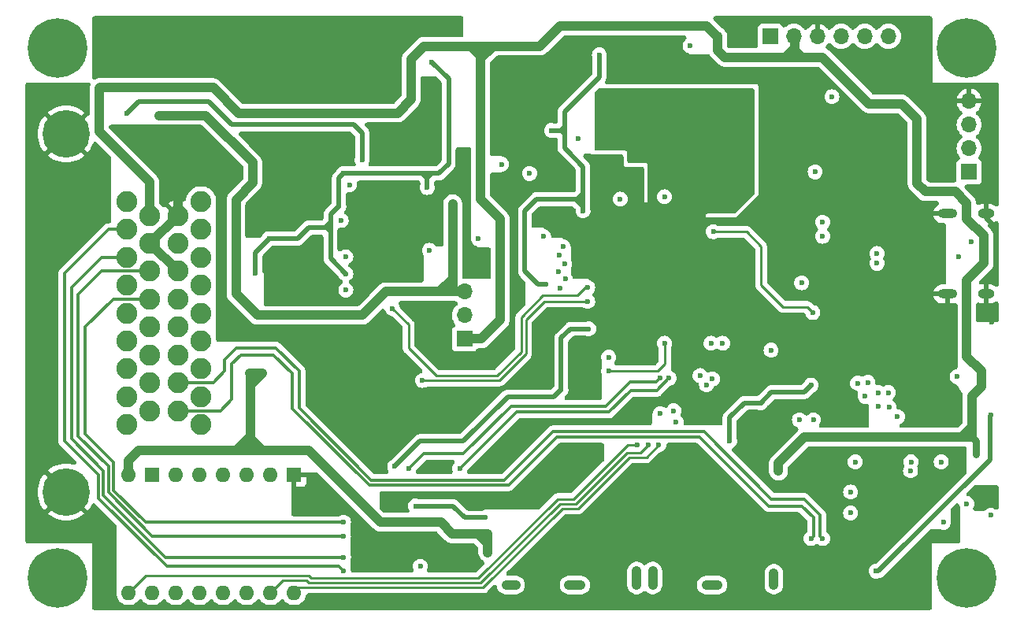
<source format=gbr>
%TF.GenerationSoftware,KiCad,Pcbnew,8.0.6*%
%TF.CreationDate,2025-01-10T15:23:21+07:00*%
%TF.ProjectId,NO2C,4e4f3243-2e6b-4696-9361-645f70636258,vD1*%
%TF.SameCoordinates,Original*%
%TF.FileFunction,Copper,L3,Inr*%
%TF.FilePolarity,Positive*%
%FSLAX46Y46*%
G04 Gerber Fmt 4.6, Leading zero omitted, Abs format (unit mm)*
G04 Created by KiCad (PCBNEW 8.0.6) date 2025-01-10 15:23:21*
%MOMM*%
%LPD*%
G01*
G04 APERTURE LIST*
%TA.AperFunction,ComponentPad*%
%ADD10R,1.700000X1.700000*%
%TD*%
%TA.AperFunction,ComponentPad*%
%ADD11O,1.700000X1.700000*%
%TD*%
%TA.AperFunction,ComponentPad*%
%ADD12O,1.600000X1.600000*%
%TD*%
%TA.AperFunction,ComponentPad*%
%ADD13R,1.600000X1.600000*%
%TD*%
%TA.AperFunction,ComponentPad*%
%ADD14C,2.250000*%
%TD*%
%TA.AperFunction,ComponentPad*%
%ADD15C,5.100000*%
%TD*%
%TA.AperFunction,ComponentPad*%
%ADD16C,0.800000*%
%TD*%
%TA.AperFunction,ComponentPad*%
%ADD17C,6.400000*%
%TD*%
%TA.AperFunction,ComponentPad*%
%ADD18O,2.100000X1.000000*%
%TD*%
%TA.AperFunction,ComponentPad*%
%ADD19O,1.800000X1.000000*%
%TD*%
%TA.AperFunction,ViaPad*%
%ADD20C,0.600000*%
%TD*%
%TA.AperFunction,Conductor*%
%ADD21C,1.000000*%
%TD*%
%TA.AperFunction,Conductor*%
%ADD22C,0.800000*%
%TD*%
%TA.AperFunction,Conductor*%
%ADD23C,0.250000*%
%TD*%
%TA.AperFunction,Conductor*%
%ADD24C,0.300000*%
%TD*%
%TA.AperFunction,Conductor*%
%ADD25C,0.500000*%
%TD*%
G04 APERTURE END LIST*
D10*
%TO.N,unconnected-(J4-Pin_1-Pad1)*%
%TO.C,J4*%
X80130000Y61750000D03*
D11*
%TO.N,+5V*%
X82670000Y61750000D03*
%TO.N,GND*%
X85210000Y61750000D03*
%TO.N,Net-(J4-Pin_4)*%
X87750000Y61750000D03*
%TO.N,/PA9*%
X90290000Y61750000D03*
%TO.N,unconnected-(J4-Pin_6-Pad6)*%
X92830000Y61750000D03*
%TD*%
D12*
%TO.N,/ENBL*%
%TO.C,IC4*%
X11150000Y1902000D03*
%TO.N,unconnected-(IC4-P2-Pad2)*%
X13690000Y1902000D03*
%TO.N,unconnected-(IC4-P3-Pad3)*%
X16230000Y1902000D03*
%TO.N,unconnected-(IC4-P4-Pad4)*%
X18770000Y1902000D03*
%TO.N,+5V*%
X21310000Y1902000D03*
X23850000Y1902000D03*
%TO.N,/STEP*%
X26390000Y1902000D03*
%TO.N,/DIR*%
X28930000Y1902000D03*
D13*
%TO.N,GND*%
X28930000Y14602000D03*
D12*
%TO.N,unconnected-(IC4-P10-Pad10)*%
X26390000Y14602000D03*
%TO.N,/STP-A2*%
X23850000Y14602000D03*
%TO.N,/STP-A1*%
X21310000Y14602000D03*
%TO.N,/STP-B1*%
X18770000Y14602000D03*
%TO.N,/STP-B2*%
X16230000Y14602000D03*
D13*
%TO.N,Earth*%
X13690000Y14602000D03*
D12*
%TO.N,+12V*%
X11150000Y14602000D03*
%TD*%
D14*
%TO.N,+BATT*%
%TO.C,J1*%
X10937500Y44000000D03*
%TO.N,VR1+*%
X10937500Y41000000D03*
%TO.N,/VR1-*%
X10937500Y38000000D03*
%TO.N,/IGN1*%
X10937500Y35000000D03*
%TO.N,/IGN2*%
X10937500Y32000000D03*
%TO.N,/STP-A1*%
X10937500Y29000000D03*
%TO.N,/STP-A2*%
X10937500Y26000000D03*
%TO.N,/STP-B2*%
X10937500Y23000000D03*
%TO.N,/STP-B1*%
X10937500Y20000000D03*
%TO.N,+5V*%
X13437500Y42500000D03*
%TO.N,GND*%
X13437500Y39500000D03*
%TO.N,/VR2-*%
X13437500Y36500000D03*
%TO.N,VR2+*%
X13437500Y33500000D03*
%TO.N,/TACHO*%
X13437500Y30500000D03*
%TO.N,IP*%
X13437500Y27500000D03*
%TO.N,IA*%
X13437500Y24500000D03*
%TO.N,/IDLE*%
X13437500Y21500000D03*
%TO.N,GND*%
X16437500Y42500000D03*
%TO.N,/LAUNCH*%
X16437500Y39500000D03*
%TO.N,GND*%
X16437500Y36500000D03*
%TO.N,UN*%
X16437500Y33500000D03*
%TO.N,VM*%
X16437500Y30500000D03*
%TO.N,HEAT-*%
X16437500Y27500000D03*
%TO.N,CANH*%
X16437500Y24500000D03*
%TO.N,CANL*%
X16437500Y21500000D03*
%TO.N,/O2*%
X18937500Y44000000D03*
%TO.N,/TPS*%
X18937500Y41000000D03*
%TO.N,/CLT*%
X18937500Y38000000D03*
%TO.N,/IAT*%
X18937500Y35000000D03*
%TO.N,/INJ1*%
X18937500Y32000000D03*
%TO.N,/INJ2*%
X18937500Y29000000D03*
%TO.N,/VVT*%
X18937500Y26000000D03*
%TO.N,/BOOST*%
X18937500Y23000000D03*
%TO.N,/FUELP*%
X18937500Y20000000D03*
D15*
%TO.N,GND*%
X4437500Y51250000D03*
X4437500Y12750000D03*
%TD*%
D10*
%TO.N,+3.3V*%
%TO.C,P1*%
X101500000Y47170000D03*
D11*
%TO.N,/SWDIO*%
X101500000Y49710000D03*
%TO.N,/SWCLK*%
X101500000Y52250000D03*
%TO.N,GND*%
X101500000Y54790000D03*
%TD*%
D16*
%TO.N,N/C*%
%TO.C,REF\u002A\u002A*%
X1100000Y60500000D03*
X1802944Y62197056D03*
X1802944Y58802944D03*
X3500000Y62900000D03*
D17*
X3500000Y60500000D03*
D16*
X3500000Y58100000D03*
X5197056Y62197056D03*
X5197056Y58802944D03*
X5900000Y60500000D03*
%TD*%
%TO.N,N/C*%
%TO.C,REF\u002A\u002A*%
X1100000Y3500000D03*
X1802944Y5197056D03*
X1802944Y1802944D03*
X3500000Y5900000D03*
D17*
X3500000Y3500000D03*
D16*
X3500000Y1100000D03*
X5197056Y5197056D03*
X5197056Y1802944D03*
X5900000Y3500000D03*
%TD*%
%TO.N,N/C*%
%TO.C,REF\u002A\u002A*%
X98850000Y60500000D03*
X99552944Y62197056D03*
X99552944Y58802944D03*
X101250000Y62900000D03*
D17*
X101250000Y60500000D03*
D16*
X101250000Y58100000D03*
X102947056Y62197056D03*
X102947056Y58802944D03*
X103650000Y60500000D03*
%TD*%
%TO.N,N/C*%
%TO.C,REF\u002A\u002A*%
X98850000Y3500000D03*
X99552944Y5197056D03*
X99552944Y1802944D03*
X101250000Y5900000D03*
D17*
X101250000Y3500000D03*
D16*
X101250000Y1100000D03*
X102947056Y5197056D03*
X102947056Y1802944D03*
X103650000Y3500000D03*
%TD*%
D10*
%TO.N,+5V*%
%TO.C,JP1*%
X47250000Y29210000D03*
D11*
%TO.N,Net-(IC1-VDD)*%
X47250000Y31750000D03*
%TO.N,+12V*%
X47250000Y34290000D03*
%TD*%
D18*
%TO.N,GND*%
%TO.C,J2*%
X99145000Y34055000D03*
D19*
X103325000Y34055000D03*
D18*
X99145000Y42695000D03*
D19*
X103325000Y42695000D03*
%TD*%
D20*
%TO.N,GND*%
X77500000Y61750000D03*
X97000000Y57750000D03*
X97000000Y59750000D03*
X97000000Y61500000D03*
X97000000Y63250000D03*
X95500000Y55500000D03*
X94000000Y56250000D03*
X91500000Y56250000D03*
X84750000Y57500000D03*
X79500000Y56000000D03*
X82750000Y56000000D03*
X79250000Y52750000D03*
X82250000Y51500000D03*
X84000000Y53500000D03*
%TO.N,/PA10*%
X86750000Y55250000D03*
%TO.N,+5V*%
X32750000Y53500000D03*
X102225000Y16775000D03*
X31500000Y53500000D03*
X91500000Y18650000D03*
X81000000Y15000000D03*
X102800000Y24050000D03*
X95900000Y47950000D03*
X42500000Y4750000D03*
X8050000Y56250000D03*
%TO.N,+12V*%
X98750000Y9500000D03*
X25500000Y25550000D03*
X14450000Y53250000D03*
X49750000Y7250000D03*
X58500000Y2750000D03*
X46000000Y43750000D03*
X49750000Y6250000D03*
X49750000Y8250000D03*
X24200000Y25550000D03*
X74500000Y2750000D03*
X73250000Y2750000D03*
X59750000Y2750000D03*
%TO.N,/PA3*%
X58000000Y37300000D03*
X34000000Y41950000D03*
%TO.N,/PA4*%
X34500000Y38050000D03*
X57350000Y36450000D03*
%TO.N,/PA5*%
X58100000Y35650000D03*
X34500000Y34475000D03*
%TO.N,/STEP*%
X67000000Y17850000D03*
X69750000Y21500000D03*
%TO.N,/DIR*%
X70000000Y20250000D03*
X68150000Y17850000D03*
%TO.N,/ENBL*%
X65800000Y17850000D03*
X68300000Y21200000D03*
%TO.N,/VR1-*%
X34250000Y5750000D03*
%TO.N,/VR2-*%
X34250000Y8000000D03*
%TO.N,/FUELP*%
X65750000Y4250000D03*
X65750000Y2750000D03*
%TO.N,/BOOST*%
X67500000Y4250000D03*
X67500000Y2750000D03*
%TO.N,/IDLE*%
X51750000Y2750000D03*
X52750000Y2750000D03*
%TO.N,/IGN2*%
X55750000Y40250000D03*
%TO.N,/IGN1*%
X48750000Y40000000D03*
%TO.N,/TACHO*%
X51250000Y48000000D03*
%TO.N,/VVT*%
X80500000Y4000000D03*
X80500000Y2750000D03*
%TO.N,/LAUNCH*%
X62750000Y27250000D03*
%TO.N,/PD11*%
X69250000Y25000000D03*
X46750000Y15250000D03*
%TO.N,Net-(D5-COM)*%
X68750000Y28750000D03*
X62750000Y25750000D03*
%TO.N,/PA2*%
X34900000Y45800000D03*
X57400000Y38200000D03*
%TO.N,/PD10*%
X68250000Y25000000D03*
X41250000Y15250000D03*
%TO.N,/PA0*%
X64000000Y44250000D03*
X59500000Y50750000D03*
%TO.N,/PA1*%
X57850000Y39150000D03*
X43500000Y38750000D03*
%TO.N,Net-(D20-COM)*%
X85750000Y41750000D03*
X84750000Y20500000D03*
%TO.N,Net-(D21-COM)*%
X83250000Y20500000D03*
X85750000Y40250000D03*
%TO.N,CANL*%
X84500000Y7750000D03*
%TO.N,CANH*%
X85750000Y7750000D03*
%TO.N,+BATT*%
X36250000Y48500000D03*
X11000000Y53500000D03*
%TO.N,VR2+*%
X34250000Y9500000D03*
%TO.N,VR1+*%
X34250000Y4250000D03*
%TO.N,/PD8*%
X60500000Y34750000D03*
X39500000Y32500000D03*
%TO.N,/PD14*%
X57500000Y34700000D03*
X54250000Y47000000D03*
%TO.N,HEAT-*%
X103825000Y21050000D03*
X91500000Y4250000D03*
%TO.N,/PD9*%
X42750000Y24750000D03*
X60500000Y33250000D03*
%TO.N,/SWDIO*%
X73275000Y24275000D03*
%TO.N,Net-(U2-NRST)*%
X68750000Y44500000D03*
X71500000Y60750000D03*
%TO.N,GND*%
X8100000Y875000D03*
X24100000Y42200000D03*
X42750000Y40000000D03*
X73250000Y36000000D03*
X34000000Y63000000D03*
X61750000Y54000000D03*
X64750000Y38500000D03*
X70250000Y29000000D03*
X38500000Y12000000D03*
X68750000Y32750000D03*
X29750000Y63000000D03*
X12250000Y61250000D03*
X34950000Y44300000D03*
X55500000Y20000000D03*
X63700000Y48650000D03*
X12250000Y59500000D03*
X93000000Y36500000D03*
X92900000Y28150000D03*
X63250000Y42000000D03*
X30250000Y43650000D03*
X69050000Y14700000D03*
X94000000Y13250000D03*
X76500000Y36000000D03*
X72250000Y47000000D03*
X84500000Y13000000D03*
X73500000Y57350000D03*
X73450000Y15700000D03*
X68750000Y30250000D03*
X96500000Y31250000D03*
X86250000Y14500000D03*
X46750000Y63250000D03*
X44000000Y57050000D03*
X61750000Y52250000D03*
X96500000Y35000000D03*
X52700000Y47400000D03*
X79000000Y20750000D03*
X91500000Y29500000D03*
X89250000Y39250000D03*
X76500000Y34250000D03*
X13500000Y48500000D03*
X67500000Y58000000D03*
X91500000Y43000000D03*
X93250000Y31950000D03*
X69650000Y55550000D03*
X85700000Y26500000D03*
X88250000Y20250000D03*
X40750000Y38500000D03*
X89500000Y36500000D03*
X103900000Y32450000D03*
X92750000Y13250000D03*
X75650000Y57350000D03*
X66250000Y40750000D03*
X65000000Y40750000D03*
X76750000Y51750000D03*
X86750000Y43000000D03*
X33000000Y48000000D03*
X86050000Y16050000D03*
X60000000Y61000000D03*
X30750000Y36250000D03*
X43000000Y31000000D03*
X62250000Y48650000D03*
X86250000Y35250000D03*
X74750000Y49750000D03*
X31000000Y47250000D03*
X55750000Y41750000D03*
X71500000Y39500000D03*
X82250000Y28650000D03*
X24250000Y40500000D03*
X88250000Y21500000D03*
X18750000Y63000000D03*
X48150000Y5900000D03*
X98600000Y27400000D03*
X21750000Y46500000D03*
X68750000Y36000000D03*
X21750000Y45250000D03*
X88250000Y7000000D03*
X68750000Y39500000D03*
X54500000Y20000000D03*
X36250000Y60000000D03*
X43000000Y29000000D03*
X88250000Y8750000D03*
X55000000Y30650000D03*
X97500000Y16950000D03*
X64750000Y36000000D03*
X28500000Y63000000D03*
X34950000Y43000000D03*
X63950000Y55450000D03*
X74500000Y55500000D03*
X71400000Y32750000D03*
X40250000Y41250000D03*
X66750000Y29000000D03*
X96400000Y16950000D03*
X59250000Y24750000D03*
X76500000Y38750000D03*
X76500000Y37500000D03*
X89000000Y33500000D03*
X8025000Y6600000D03*
X61500000Y42000000D03*
X73000000Y45750000D03*
X76500000Y28800000D03*
X18500000Y47750000D03*
X98600000Y29350000D03*
X35625000Y41375000D03*
X84600000Y28650000D03*
X68750000Y46000000D03*
X16750000Y47750000D03*
X83900000Y36750000D03*
X61750000Y50500000D03*
X61850000Y55400000D03*
X12250000Y63000000D03*
X75300000Y14350000D03*
X65500000Y58000000D03*
X82000000Y26450000D03*
X69100000Y16700000D03*
X55200000Y28700000D03*
X82500000Y14750000D03*
X35750000Y63000000D03*
X52750000Y24250000D03*
X60250000Y16500000D03*
X76750000Y49750000D03*
X37000000Y16250000D03*
X66400000Y14700000D03*
X38000000Y41250000D03*
X45250000Y32750000D03*
X63500000Y60000000D03*
X87450000Y16050000D03*
X48200000Y4600000D03*
X44000000Y53000000D03*
X103825000Y12675000D03*
X89250000Y43000000D03*
X90500000Y31950000D03*
X59000000Y16500000D03*
X98600000Y25800000D03*
X42250000Y63250000D03*
X96500000Y33000000D03*
X99000000Y32000000D03*
X87000000Y38000000D03*
X45500000Y15750000D03*
X73250000Y49750000D03*
X61500000Y16500000D03*
X38500000Y16250000D03*
X20250000Y63000000D03*
X96500000Y7250000D03*
X54000000Y24250000D03*
X72000000Y48250000D03*
X93750000Y34000000D03*
X36250000Y57500000D03*
X66800000Y48600000D03*
X36450000Y34500000D03*
X69500000Y58000000D03*
X8050000Y3925000D03*
X76750000Y53750000D03*
X92250000Y7250000D03*
X27500000Y48000000D03*
X64750000Y33750000D03*
X57000000Y56000000D03*
X76750000Y55500000D03*
X89000000Y48250000D03*
X60500000Y23500000D03*
X83900000Y38700000D03*
X26250000Y36275000D03*
X91750000Y48000000D03*
X68400000Y55550000D03*
X15000000Y47750000D03*
X73250000Y38500000D03*
X76500000Y30400000D03*
X86250000Y13000000D03*
X43250000Y6480000D03*
X14250000Y63000000D03*
X103900000Y31000000D03*
X77800000Y57400000D03*
%TO.N,/SWCLK*%
X80200000Y28000000D03*
%TO.N,/DIAHG*%
X90600000Y24550000D03*
X98500000Y16000000D03*
%TO.N,+3.3V*%
X61750000Y59750000D03*
X49500000Y10000000D03*
X57625000Y23750000D03*
X84950000Y47170000D03*
X60600000Y30300000D03*
X56625000Y51625000D03*
X60000000Y43000000D03*
X33750000Y43500000D03*
X43250000Y45500000D03*
X83500000Y35250000D03*
X26250000Y40000000D03*
X56000000Y35125000D03*
X42000000Y11250000D03*
X24750000Y36250000D03*
X34250000Y47000000D03*
X84500000Y24250000D03*
X39750000Y15500000D03*
X43750000Y59000000D03*
X79100000Y22350000D03*
X75750000Y18250000D03*
X34500000Y36225000D03*
%TO.N,/PA9*%
X72575000Y25275000D03*
%TO.N,/PA10*%
X73900000Y24900000D03*
%TO.N,/USB_D-*%
X91600000Y37350000D03*
X73750000Y28750000D03*
%TO.N,/USB_D+*%
X75000000Y28750000D03*
X91600000Y38400000D03*
X101700000Y39650000D03*
X100400000Y38050000D03*
%TO.N,/UA*%
X95200000Y15050000D03*
X92800000Y23450000D03*
%TO.N,/SPI3_MISO*%
X92900000Y21850000D03*
X90300000Y23050000D03*
%TO.N,/SS3*%
X74000000Y40750000D03*
X91700000Y21950000D03*
X84700000Y32050000D03*
X91700000Y23450000D03*
%TO.N,/SPI3_MOSI*%
X93800000Y20850000D03*
X89500000Y24450000D03*
%TO.N,UN*%
X88750000Y10500000D03*
%TO.N,IP*%
X103825000Y10250000D03*
%TO.N,IA*%
X88750000Y12750000D03*
X101250000Y11500000D03*
%TO.N,VM*%
X100200000Y25150000D03*
X89250000Y16000000D03*
X95250000Y16000000D03*
%TD*%
D21*
%TO.N,+5V*%
X95900000Y52850000D02*
X95900000Y47950000D01*
X94250000Y54500000D02*
X95900000Y52850000D01*
X90750000Y54500000D02*
X94250000Y54500000D01*
X83500000Y59500000D02*
X85750000Y59500000D01*
X85750000Y59500000D02*
X90750000Y54500000D01*
X82750000Y60500000D02*
X81750000Y59500000D01*
X75250000Y59500000D02*
X81750000Y59500000D01*
X81750000Y59500000D02*
X82750000Y59500000D01*
X82750000Y60250000D02*
X83500000Y59500000D01*
X82750000Y60500000D02*
X82750000Y60250000D01*
X82750000Y59500000D02*
X83500000Y59500000D01*
X82750000Y60500000D02*
X82750000Y61670000D01*
X82750000Y59500000D02*
X82750000Y60500000D01*
X82750000Y61670000D02*
X82670000Y61750000D01*
X74480000Y61750000D02*
X74480000Y60270000D01*
X74480000Y60270000D02*
X75250000Y59500000D01*
X73300000Y62850000D02*
X74400000Y61750000D01*
X57500000Y62850000D02*
X73300000Y62850000D01*
X55350000Y60700000D02*
X57500000Y62850000D01*
X74400000Y61750000D02*
X74480000Y61750000D01*
X50450000Y60700000D02*
X55350000Y60700000D01*
D22*
X102225000Y18225000D02*
X101800000Y18650000D01*
D21*
X100700000Y18650000D02*
X101800000Y19750000D01*
X49000000Y59650000D02*
X47950000Y60700000D01*
X49000000Y59350000D02*
X49000000Y44200000D01*
X100000000Y45050000D02*
X101250000Y43800000D01*
X31500000Y53500000D02*
X23000000Y53500000D01*
X8000000Y51500000D02*
X8000000Y56200000D01*
X41500000Y59300000D02*
X42900000Y60700000D01*
X50350000Y60700000D02*
X50450000Y60700000D01*
X83800000Y18650000D02*
X91500000Y18650000D01*
X10875000Y48625000D02*
X8000000Y51500000D01*
X101800000Y18650000D02*
X101800000Y19750000D01*
X102800000Y25750000D02*
X102800000Y24050000D01*
X13437500Y46062500D02*
X10875000Y48625000D01*
X103100000Y40300000D02*
X103100000Y37350000D01*
X101800000Y18650000D02*
X100500000Y18650000D01*
X101800000Y23050000D02*
X102800000Y24050000D01*
X95900000Y47950000D02*
X95900000Y45950000D01*
X101250000Y27300000D02*
X102800000Y25750000D01*
X101250000Y35500000D02*
X101250000Y27300000D01*
X49000000Y59350000D02*
X50350000Y60700000D01*
X100500000Y18650000D02*
X100700000Y18650000D01*
X13437500Y42500000D02*
X13437500Y46062500D01*
X50450000Y60700000D02*
X47950000Y60700000D01*
X51100000Y42100000D02*
X51100000Y31250000D01*
X101250000Y42150000D02*
X103100000Y40300000D01*
X8000000Y56200000D02*
X8050000Y56250000D01*
X42900000Y60700000D02*
X47950000Y60700000D01*
X100500000Y18650000D02*
X91500000Y18650000D01*
X96800000Y45050000D02*
X100000000Y45050000D01*
X49000000Y59350000D02*
X49000000Y59650000D01*
X31500000Y53500000D02*
X40050000Y53500000D01*
X23000000Y53500000D02*
X20250000Y56250000D01*
X41500000Y54950000D02*
X41500000Y59300000D01*
X81000000Y15850000D02*
X83800000Y18650000D01*
D22*
X102225000Y16775000D02*
X102225000Y18225000D01*
D21*
X81000000Y15000000D02*
X81000000Y15850000D01*
X20250000Y56250000D02*
X8050000Y56250000D01*
X49000000Y44200000D02*
X51100000Y42100000D01*
X103100000Y37350000D02*
X101250000Y35500000D01*
X101250000Y43800000D02*
X101250000Y42150000D01*
X51100000Y31250000D02*
X49060000Y29210000D01*
X95900000Y45950000D02*
X96800000Y45050000D01*
X49060000Y29210000D02*
X47250000Y29210000D01*
X101800000Y19750000D02*
X101800000Y23050000D01*
X40050000Y53500000D02*
X41500000Y54950000D01*
X49000000Y60500000D02*
X49000000Y59350000D01*
%TO.N,+12V*%
X24250000Y25500000D02*
X24250000Y24250000D01*
X25000000Y31750000D02*
X36250000Y31750000D01*
X14450000Y53250000D02*
X19450000Y53250000D01*
X24500000Y48200000D02*
X24500000Y46000000D01*
X44600000Y34290000D02*
X46000000Y34290000D01*
X22687500Y44187500D02*
X22687500Y34062500D01*
X23500000Y17250000D02*
X22750000Y17250000D01*
X12250000Y17250000D02*
X11150000Y16150000D01*
X24250000Y19000000D02*
X24250000Y17250000D01*
X38250000Y9500000D02*
X30500000Y17250000D01*
X46000000Y35750000D02*
X46000000Y43750000D01*
X49750000Y7250000D02*
X48750000Y8250000D01*
X38790000Y34290000D02*
X44600000Y34290000D01*
X24500000Y46000000D02*
X22687500Y44187500D01*
X24250000Y19000000D02*
X24250000Y18750000D01*
X30500000Y17250000D02*
X25500000Y17250000D01*
X25500000Y25500000D02*
X24250000Y24250000D01*
X58500000Y2750000D02*
X59750000Y2750000D01*
X24250000Y24250000D02*
X24250000Y19000000D01*
X24250000Y19000000D02*
X24250000Y18500000D01*
X46000000Y34290000D02*
X46000000Y35750000D01*
X49750000Y7250000D02*
X49750000Y6250000D01*
X46000000Y35690000D02*
X44600000Y34290000D01*
X11150000Y16150000D02*
X11150000Y14602000D01*
X46000000Y35750000D02*
X46000000Y35690000D01*
X74500000Y2750000D02*
X73250000Y2750000D01*
X49750000Y8250000D02*
X49750000Y7250000D01*
X49750000Y8250000D02*
X48750000Y8250000D01*
X22687500Y34062500D02*
X25000000Y31750000D01*
X25500000Y25550000D02*
X24200000Y25550000D01*
X25500000Y25550000D02*
X25500000Y25500000D01*
X19450000Y53250000D02*
X24500000Y48200000D01*
X48750000Y8250000D02*
X45950000Y8250000D01*
X46000000Y34290000D02*
X47250000Y34290000D01*
X45950000Y8250000D02*
X44700000Y9500000D01*
X44700000Y9500000D02*
X38250000Y9500000D01*
X24250000Y18500000D02*
X25500000Y17250000D01*
X24250000Y18750000D02*
X22750000Y17250000D01*
X24200000Y25550000D02*
X24250000Y25500000D01*
X22750000Y17250000D02*
X12250000Y17250000D01*
X24250000Y17250000D02*
X23500000Y17250000D01*
X36250000Y31750000D02*
X38790000Y34290000D01*
X25500000Y17250000D02*
X23500000Y17250000D01*
D23*
%TO.N,/STEP*%
X67000000Y17850000D02*
X66150000Y17000000D01*
X59250000Y11500000D02*
X57500000Y11500000D01*
X27738000Y3250000D02*
X26390000Y1902000D01*
X64750000Y17000000D02*
X59250000Y11500000D01*
X30500000Y3000000D02*
X30250000Y3250000D01*
X30250000Y3250000D02*
X27738000Y3250000D01*
X49000000Y3000000D02*
X30500000Y3000000D01*
X57500000Y11500000D02*
X49000000Y3000000D01*
X66150000Y17000000D02*
X64750000Y17000000D01*
%TO.N,/DIR*%
X68150000Y17850000D02*
X66800000Y16500000D01*
X66800000Y16500000D02*
X65000000Y16500000D01*
X49250000Y2500000D02*
X29528000Y2500000D01*
X57750000Y11000000D02*
X49250000Y2500000D01*
X29528000Y2500000D02*
X28930000Y1902000D01*
X59500000Y11000000D02*
X57750000Y11000000D01*
X65000000Y16500000D02*
X59500000Y11000000D01*
%TO.N,/ENBL*%
X57250000Y12000000D02*
X48750000Y3500000D01*
X59000000Y12000000D02*
X57250000Y12000000D01*
X13000000Y3750000D02*
X11152000Y1902000D01*
X30500000Y3750000D02*
X13000000Y3750000D01*
X64850000Y17850000D02*
X59000000Y12000000D01*
X30750000Y3500000D02*
X30500000Y3750000D01*
X48750000Y3500000D02*
X30750000Y3500000D01*
X11152000Y1902000D02*
X11150000Y1902000D01*
X65800000Y17850000D02*
X64850000Y17850000D01*
D24*
%TO.N,/VR1-*%
X5000000Y34750000D02*
X8250000Y38000000D01*
X5000000Y18500000D02*
X5000000Y34750000D01*
X15100000Y5750000D02*
X8450000Y12400000D01*
X34250000Y5750000D02*
X15100000Y5750000D01*
X8250000Y38000000D02*
X10937500Y38000000D01*
X8450000Y12400000D02*
X8450000Y15050000D01*
X8450000Y15050000D02*
X5000000Y18500000D01*
%TO.N,/VR2-*%
X5750000Y18750000D02*
X9000000Y15500000D01*
X5750000Y34000000D02*
X5750000Y18750000D01*
X13700000Y8000000D02*
X34250000Y8000000D01*
X13437500Y36500000D02*
X8250000Y36500000D01*
X9000000Y15500000D02*
X9000000Y12700000D01*
X8250000Y36500000D02*
X5750000Y34000000D01*
X9000000Y12700000D02*
X13700000Y8000000D01*
D21*
%TO.N,/FUELP*%
X65750000Y4250000D02*
X65750000Y2750000D01*
%TO.N,/BOOST*%
X67500000Y4250000D02*
X67500000Y2750000D01*
%TO.N,/IDLE*%
X51750000Y2750000D02*
X52750000Y2750000D01*
%TO.N,/VVT*%
X80500000Y4000000D02*
X80500000Y2750000D01*
D24*
%TO.N,/PD11*%
X62800000Y21350000D02*
X52850000Y21350000D01*
X65125000Y23675000D02*
X62800000Y21350000D01*
X52850000Y21350000D02*
X46750000Y15250000D01*
X69250000Y25000000D02*
X67925000Y23675000D01*
X67925000Y23675000D02*
X65125000Y23675000D01*
D23*
%TO.N,Net-(D5-COM)*%
X68750000Y26500000D02*
X68000000Y25750000D01*
X68750000Y28750000D02*
X68750000Y26500000D01*
X68000000Y25750000D02*
X62750000Y25750000D01*
D24*
%TO.N,/PD10*%
X65050000Y24600000D02*
X62450000Y22000000D01*
X62450000Y22000000D02*
X52250000Y22000000D01*
X68250000Y25000000D02*
X67850000Y24600000D01*
X42850000Y16850000D02*
X41250000Y15250000D01*
X52250000Y22000000D02*
X47100000Y16850000D01*
X67850000Y24600000D02*
X65050000Y24600000D01*
X47100000Y16850000D02*
X42850000Y16850000D01*
%TO.N,CANL*%
X23250000Y27500000D02*
X22250000Y26500000D01*
X28750000Y21750000D02*
X28750000Y25500000D01*
X26750000Y27500000D02*
X23250000Y27500000D01*
X84750000Y8000000D02*
X84750000Y10000000D01*
X52000000Y13500000D02*
X37000000Y13500000D01*
X21000000Y21500000D02*
X16437500Y21500000D01*
X28750000Y25500000D02*
X26750000Y27500000D01*
X83500000Y11250000D02*
X80000000Y11250000D01*
X80000000Y11250000D02*
X72550000Y18700000D01*
X57200000Y18700000D02*
X52000000Y13500000D01*
X84750000Y10000000D02*
X83500000Y11250000D01*
X37000000Y13500000D02*
X28750000Y21750000D01*
X84500000Y7750000D02*
X84750000Y8000000D01*
X22250000Y22750000D02*
X21000000Y21500000D01*
X72550000Y18700000D02*
X57200000Y18700000D01*
X22250000Y26500000D02*
X22250000Y22750000D01*
%TO.N,CANH*%
X37227818Y14050000D02*
X51550000Y14050000D01*
X85500000Y10250000D02*
X85500000Y8000000D01*
X21500000Y25750000D02*
X21500000Y27000000D01*
X21500000Y27000000D02*
X22750000Y28250000D01*
X73000000Y19250000D02*
X80250000Y12000000D01*
X56750000Y19250000D02*
X73000000Y19250000D01*
X20250000Y24500000D02*
X21500000Y25750000D01*
X29500000Y25750000D02*
X29500000Y21777818D01*
X51550000Y14050000D02*
X56750000Y19250000D01*
X27000000Y28250000D02*
X29500000Y25750000D01*
X83750000Y12000000D02*
X85500000Y10250000D01*
X16437500Y24500000D02*
X20250000Y24500000D01*
X80250000Y12000000D02*
X83750000Y12000000D01*
X85500000Y8000000D02*
X85750000Y7750000D01*
X22750000Y28250000D02*
X27000000Y28250000D01*
X29500000Y21777818D02*
X37227818Y14050000D01*
D25*
%TO.N,+BATT*%
X19750000Y54750000D02*
X12250000Y54750000D01*
X36250000Y51350000D02*
X35350000Y52250000D01*
X22250000Y52250000D02*
X19750000Y54750000D01*
X12250000Y54750000D02*
X11000000Y53500000D01*
X36250000Y48500000D02*
X36250000Y51350000D01*
X35350000Y52250000D02*
X22250000Y52250000D01*
D24*
%TO.N,VR2+*%
X9550000Y15950000D02*
X6500000Y19000000D01*
X9500000Y33500000D02*
X13437500Y33500000D01*
X9550000Y12950000D02*
X9550000Y15950000D01*
X13000000Y9500000D02*
X9550000Y12950000D01*
X6500000Y30500000D02*
X9500000Y33500000D01*
X6500000Y19000000D02*
X6500000Y30500000D01*
X34250000Y9500000D02*
X13000000Y9500000D01*
%TO.N,VR1+*%
X33750000Y4750000D02*
X15250000Y4750000D01*
X15250000Y4750000D02*
X7900000Y12100000D01*
X34250000Y4250000D02*
X33750000Y4750000D01*
X4250000Y18250000D02*
X4250000Y36250000D01*
X7900000Y12100000D02*
X7900000Y14600000D01*
X9000000Y41000000D02*
X10937500Y41000000D01*
X7900000Y14600000D02*
X4250000Y18250000D01*
X4250000Y36250000D02*
X9000000Y41000000D01*
D23*
%TO.N,/PD8*%
X55700000Y33900000D02*
X59400000Y33900000D01*
X44250000Y25250000D02*
X50750000Y25250000D01*
X60250000Y34750000D02*
X60500000Y34750000D01*
X39500000Y32500000D02*
X41250000Y30750000D01*
X41250000Y28250000D02*
X44250000Y25250000D01*
X53350000Y27850000D02*
X53350000Y31550000D01*
X53350000Y31550000D02*
X55700000Y33900000D01*
X41250000Y30750000D02*
X41250000Y28250000D01*
X59400000Y33900000D02*
X60250000Y34750000D01*
X50750000Y25250000D02*
X53350000Y27850000D01*
D25*
%TO.N,HEAT-*%
X91500000Y4250000D02*
X91750000Y4250000D01*
X91750000Y4250000D02*
X103750000Y16250000D01*
X103750000Y16250000D02*
X103750000Y20975000D01*
X103750000Y20975000D02*
X103825000Y21050000D01*
D23*
%TO.N,/PD9*%
X53875000Y27625000D02*
X53875000Y31275000D01*
X55850000Y33250000D02*
X60500000Y33250000D01*
X51000000Y24750000D02*
X53875000Y27625000D01*
X42750000Y24750000D02*
X51000000Y24750000D01*
X53875000Y31275000D02*
X55850000Y33250000D01*
D21*
%TO.N,GND*%
X13437500Y39500000D02*
X16437500Y42500000D01*
X16437500Y42500000D02*
X16437500Y45987500D01*
D25*
X103325000Y42175000D02*
X104250000Y41250000D01*
X16437500Y45987500D02*
X16550000Y46100000D01*
D21*
X16437500Y36500000D02*
X13437500Y39500000D01*
D25*
X103325000Y42695000D02*
X103325000Y42175000D01*
%TO.N,+3.3V*%
X32850000Y41750000D02*
X32850000Y41200000D01*
X42500000Y47000000D02*
X43250000Y47000000D01*
X57650000Y29300000D02*
X58650000Y30300000D01*
X32850000Y37875000D02*
X34500000Y36225000D01*
X57625000Y51625000D02*
X58000000Y51250000D01*
X43250000Y46500000D02*
X43250000Y47000000D01*
X57875000Y51625000D02*
X58000000Y51750000D01*
X75750000Y18250000D02*
X75750000Y20750000D01*
X32850000Y42600000D02*
X32850000Y41750000D01*
X84500000Y24250000D02*
X83750000Y23500000D01*
X79100000Y22350000D02*
X80250000Y23500000D01*
X83750000Y23500000D02*
X82500000Y23500000D01*
X55125000Y35125000D02*
X53750000Y36500000D01*
X45550000Y57200000D02*
X43750000Y59000000D01*
X43750000Y47000000D02*
X44500000Y47000000D01*
X58000000Y51250000D02*
X58000000Y51000000D01*
X42750000Y47000000D02*
X42500000Y47000000D01*
X32000000Y41200000D02*
X32850000Y41200000D01*
X59200000Y44250000D02*
X59400000Y44250000D01*
X47125000Y18225000D02*
X51900000Y23000000D01*
X32400000Y41200000D02*
X32850000Y40750000D01*
X43250000Y46500000D02*
X42750000Y47000000D01*
X24750000Y38500000D02*
X26250000Y40000000D01*
X59200000Y44250000D02*
X60000000Y44250000D01*
X51900000Y23000000D02*
X56875000Y23000000D01*
X43250000Y45500000D02*
X43250000Y46500000D01*
X58650000Y30300000D02*
X60600000Y30300000D01*
X32300000Y41200000D02*
X32850000Y41750000D01*
X57650000Y23775000D02*
X57650000Y29300000D01*
X82500000Y23500000D02*
X82000000Y23500000D01*
X24750000Y36250000D02*
X24750000Y38500000D01*
X60000000Y44850000D02*
X60000000Y44250000D01*
X32850000Y41200000D02*
X32850000Y40750000D01*
X34250000Y47000000D02*
X42500000Y47000000D01*
X75750000Y20750000D02*
X77350000Y22350000D01*
X60000000Y44250000D02*
X60000000Y43400000D01*
X56625000Y51625000D02*
X57250000Y51625000D01*
X46000000Y11250000D02*
X42000000Y11250000D01*
X53750000Y43000000D02*
X55000000Y44250000D01*
X55000000Y44250000D02*
X59200000Y44250000D01*
X58000000Y53600000D02*
X61750000Y57350000D01*
X42475000Y18225000D02*
X47125000Y18225000D01*
X44500000Y47000000D02*
X45550000Y48050000D01*
X58000000Y49750000D02*
X58000000Y51000000D01*
X33750000Y43500000D02*
X32850000Y42600000D01*
X59400000Y44250000D02*
X60000000Y44850000D01*
X29300000Y40000000D02*
X30500000Y41200000D01*
X56875000Y23000000D02*
X57625000Y23750000D01*
X33750000Y46500000D02*
X33750000Y43500000D01*
X26250000Y40000000D02*
X29300000Y40000000D01*
X60000000Y43400000D02*
X60000000Y43000000D01*
X58250000Y49500000D02*
X58000000Y49750000D01*
X30500000Y41200000D02*
X32000000Y41200000D01*
X77350000Y22350000D02*
X79100000Y22350000D01*
X58000000Y52000000D02*
X58000000Y53600000D01*
X58000000Y51000000D02*
X58000000Y51750000D01*
X60000000Y43450000D02*
X60000000Y43400000D01*
X45550000Y48050000D02*
X45550000Y57200000D01*
X32850000Y40750000D02*
X32850000Y37875000D01*
X39750000Y15500000D02*
X42475000Y18225000D01*
X82750000Y23500000D02*
X82500000Y23500000D01*
X57250000Y51625000D02*
X57625000Y51625000D01*
X58250000Y49500000D02*
X60000000Y47750000D01*
X81750000Y23500000D02*
X81500000Y23500000D01*
X57625000Y51625000D02*
X58000000Y52000000D01*
X34250000Y47000000D02*
X33750000Y46500000D01*
X81500000Y23500000D02*
X82000000Y23500000D01*
X61750000Y57350000D02*
X61750000Y59750000D01*
X32000000Y41200000D02*
X32400000Y41200000D01*
X58000000Y51750000D02*
X58000000Y52000000D01*
X32000000Y41200000D02*
X32300000Y41200000D01*
X60000000Y47750000D02*
X60000000Y44850000D01*
X43250000Y47000000D02*
X43750000Y47000000D01*
X47250000Y10000000D02*
X46000000Y11250000D01*
X57625000Y23750000D02*
X57650000Y23775000D01*
X49500000Y10000000D02*
X47250000Y10000000D01*
X57250000Y51625000D02*
X57875000Y51625000D01*
X43250000Y46500000D02*
X43750000Y47000000D01*
X80250000Y23500000D02*
X82000000Y23500000D01*
X59200000Y44250000D02*
X60000000Y43450000D01*
X53750000Y36500000D02*
X53750000Y43000000D01*
X56000000Y35125000D02*
X55125000Y35125000D01*
D23*
%TO.N,/SS3*%
X79150000Y39150000D02*
X77575000Y40725000D01*
X74025000Y40725000D02*
X74000000Y40750000D01*
X79150000Y35000000D02*
X79150000Y39150000D01*
X81500000Y32650000D02*
X79150000Y35000000D01*
X77575000Y40725000D02*
X74025000Y40725000D01*
X84700000Y32050000D02*
X84100000Y32650000D01*
X84100000Y32650000D02*
X81500000Y32650000D01*
%TD*%
%TA.AperFunction,Conductor*%
%TO.N,GND*%
G36*
X70976225Y61830546D02*
G01*
X71057007Y61776570D01*
X71110983Y61695788D01*
X71129937Y61600500D01*
X71110983Y61505212D01*
X71057007Y61424430D01*
X71013414Y61389666D01*
X70997740Y61379818D01*
X70870180Y61252258D01*
X70774214Y61099530D01*
X70774211Y61099524D01*
X70774211Y61099522D01*
X70732218Y60979511D01*
X70714632Y60929254D01*
X70714630Y60929246D01*
X70694435Y60750004D01*
X70694435Y60749997D01*
X70714630Y60570755D01*
X70714631Y60570749D01*
X70714632Y60570745D01*
X70774211Y60400478D01*
X70774212Y60400477D01*
X70774214Y60400471D01*
X70870180Y60247743D01*
X70870182Y60247741D01*
X70870184Y60247738D01*
X70997738Y60120184D01*
X70997740Y60120183D01*
X70997742Y60120181D01*
X71150470Y60024215D01*
X71150473Y60024214D01*
X71150478Y60024211D01*
X71320745Y59964632D01*
X71320747Y59964632D01*
X71333944Y59960014D01*
X71333269Y59958087D01*
X71405126Y59925937D01*
X71471875Y59855341D01*
X71473914Y59850000D01*
X73424250Y59850000D01*
X73519538Y59831046D01*
X73600320Y59777070D01*
X73631286Y59739337D01*
X73670569Y59680546D01*
X73702861Y59632218D01*
X73842218Y59492861D01*
X73842220Y59492860D01*
X73856412Y59478668D01*
X73856411Y59478668D01*
X73856415Y59478665D01*
X74472859Y58862219D01*
X74472860Y58862219D01*
X74472861Y58862218D01*
X74472860Y58862218D01*
X74558140Y58776939D01*
X74612218Y58722861D01*
X74776086Y58613368D01*
X74873879Y58572861D01*
X74958164Y58537949D01*
X74958167Y58537948D01*
X75148884Y58500013D01*
X75151459Y58499500D01*
X75348540Y58499500D01*
X81651459Y58499500D01*
X81651460Y58499500D01*
X81848540Y58499500D01*
X82651459Y58499500D01*
X82848541Y58499500D01*
X83401459Y58499500D01*
X83401460Y58499500D01*
X83598540Y58499500D01*
X85232440Y58499500D01*
X85327728Y58480546D01*
X85408510Y58426570D01*
X87588208Y56246872D01*
X87642184Y56166090D01*
X87646512Y56144328D01*
X87691243Y56130072D01*
X87746871Y56088209D01*
X89972858Y53862222D01*
X89972861Y53862218D01*
X90112218Y53722861D01*
X90276086Y53613368D01*
X90404834Y53560039D01*
X90458164Y53537949D01*
X90475937Y53534414D01*
X90528770Y53523904D01*
X90528775Y53523904D01*
X90528778Y53523903D01*
X90651459Y53499500D01*
X90651460Y53499500D01*
X90848540Y53499500D01*
X93732440Y53499500D01*
X93827728Y53480546D01*
X93908510Y53426570D01*
X94826570Y52508510D01*
X94880546Y52427728D01*
X94899500Y52332440D01*
X94899500Y45851455D01*
X94937947Y45658170D01*
X94937948Y45658167D01*
X94937949Y45658165D01*
X94953445Y45620755D01*
X95013365Y45476092D01*
X95013366Y45476089D01*
X95013368Y45476086D01*
X95066143Y45397102D01*
X95118244Y45319127D01*
X95122861Y45312218D01*
X95262218Y45172861D01*
X95262221Y45172859D01*
X96022858Y44412222D01*
X96022861Y44412218D01*
X96162218Y44272861D01*
X96326086Y44163368D01*
X96426783Y44121659D01*
X96426785Y44121657D01*
X96508164Y44087949D01*
X96533285Y44082952D01*
X96533287Y44082952D01*
X96533291Y44082951D01*
X96701459Y44049500D01*
X96701460Y44049500D01*
X96898540Y44049500D01*
X98003407Y44049500D01*
X98098695Y44030546D01*
X98179477Y43976570D01*
X98233453Y43895788D01*
X98252407Y43800500D01*
X98233453Y43705212D01*
X98179477Y43624430D01*
X98131109Y43588560D01*
X98131493Y43587985D01*
X97957540Y43471754D01*
X97818246Y43332460D01*
X97708811Y43168680D01*
X97708810Y43168676D01*
X97633428Y42986690D01*
X97633428Y42986688D01*
X97625136Y42945001D01*
X97625137Y42945000D01*
X98428012Y42945000D01*
X98410795Y42935060D01*
X98354940Y42879205D01*
X98315444Y42810796D01*
X98295000Y42734496D01*
X98295000Y42655504D01*
X98315444Y42579204D01*
X98354940Y42510795D01*
X98410795Y42454940D01*
X98428012Y42445000D01*
X97625136Y42445000D01*
X97633428Y42403313D01*
X97633428Y42403311D01*
X97708810Y42221325D01*
X97708811Y42221321D01*
X97818246Y42057541D01*
X97957540Y41918247D01*
X98121320Y41808812D01*
X98121327Y41808809D01*
X98303308Y41733430D01*
X98496511Y41695000D01*
X98751000Y41695000D01*
X98846288Y41676046D01*
X98927070Y41622070D01*
X98981046Y41541288D01*
X99000000Y41446000D01*
X99000000Y35304000D01*
X98981046Y35208712D01*
X98927070Y35127930D01*
X98846288Y35073954D01*
X98751000Y35055000D01*
X98496511Y35055000D01*
X98303308Y35016571D01*
X98121327Y34941192D01*
X98121320Y34941189D01*
X97957540Y34831754D01*
X97818246Y34692460D01*
X97708811Y34528680D01*
X97708810Y34528676D01*
X97633428Y34346690D01*
X97633428Y34346688D01*
X97625136Y34305001D01*
X97625137Y34305000D01*
X98428012Y34305000D01*
X98410795Y34295060D01*
X98354940Y34239205D01*
X98315444Y34170796D01*
X98295000Y34094496D01*
X98295000Y34015504D01*
X98315444Y33939204D01*
X98354940Y33870795D01*
X98410795Y33814940D01*
X98428012Y33805000D01*
X97625136Y33805000D01*
X97633428Y33763313D01*
X97633428Y33763311D01*
X97708810Y33581325D01*
X97708811Y33581321D01*
X97818246Y33417541D01*
X97957540Y33278247D01*
X98121320Y33168812D01*
X98121327Y33168809D01*
X98303308Y33093430D01*
X98496511Y33055000D01*
X98894999Y33055000D01*
X98895000Y33055001D01*
X98895000Y33755000D01*
X99395000Y33755000D01*
X99395000Y33055001D01*
X99395001Y33055000D01*
X99793491Y33055000D01*
X99793495Y33055001D01*
X99951922Y33086514D01*
X100049077Y33086515D01*
X100138836Y33049335D01*
X100207535Y32980637D01*
X100244715Y32890877D01*
X100249500Y32842299D01*
X100249500Y27194321D01*
X100250000Y27184148D01*
X100250000Y26183720D01*
X100231046Y26088432D01*
X100177070Y26007650D01*
X100096288Y25953674D01*
X100028888Y25936287D01*
X100020758Y25935371D01*
X100020746Y25935369D01*
X100020745Y25935368D01*
X99850478Y25875789D01*
X99850476Y25875789D01*
X99850476Y25875788D01*
X99850470Y25875786D01*
X99697742Y25779820D01*
X99570180Y25652258D01*
X99474214Y25499530D01*
X99474211Y25499524D01*
X99474211Y25499522D01*
X99416761Y25335337D01*
X99414632Y25329254D01*
X99414630Y25329246D01*
X99394435Y25150004D01*
X99394435Y25149997D01*
X99414630Y24970755D01*
X99414631Y24970749D01*
X99414632Y24970745D01*
X99474211Y24800478D01*
X99474212Y24800477D01*
X99474214Y24800471D01*
X99570180Y24647743D01*
X99570182Y24647741D01*
X99570184Y24647738D01*
X99697738Y24520184D01*
X99697740Y24520183D01*
X99697742Y24520181D01*
X99850470Y24424215D01*
X99850473Y24424214D01*
X99850478Y24424211D01*
X100020745Y24364632D01*
X100020747Y24364632D01*
X100032698Y24360450D01*
X100116379Y24311088D01*
X100157634Y24263548D01*
X100765693Y23351461D01*
X100802777Y23261665D01*
X100802728Y23164773D01*
X100799500Y23148545D01*
X100799500Y20267560D01*
X100780546Y20172272D01*
X100726570Y20091490D01*
X100358510Y19723430D01*
X100277728Y19669454D01*
X100182440Y19650500D01*
X94256791Y19650500D01*
X94161503Y19669454D01*
X94080721Y19723430D01*
X94026745Y19804212D01*
X94007791Y19899500D01*
X94026745Y19994788D01*
X94080721Y20075570D01*
X94138023Y20116228D01*
X94137682Y20116771D01*
X94147363Y20122855D01*
X94148757Y20123843D01*
X94149510Y20124207D01*
X94149522Y20124211D01*
X94302262Y20220184D01*
X94429816Y20347738D01*
X94490856Y20444882D01*
X94525785Y20500471D01*
X94525785Y20500473D01*
X94525789Y20500478D01*
X94585368Y20670745D01*
X94593198Y20740241D01*
X94605565Y20849997D01*
X94605565Y20850004D01*
X94585369Y21029246D01*
X94585368Y21029255D01*
X94525789Y21199522D01*
X94525786Y21199527D01*
X94525785Y21199530D01*
X94429819Y21352258D01*
X94429817Y21352260D01*
X94429816Y21352262D01*
X94302262Y21479816D01*
X94302259Y21479818D01*
X94302257Y21479820D01*
X94149529Y21575786D01*
X94149524Y21575788D01*
X94149522Y21575789D01*
X93979255Y21635368D01*
X93979251Y21635369D01*
X93979245Y21635370D01*
X93923862Y21641610D01*
X93831295Y21671113D01*
X93757065Y21733795D01*
X93712473Y21820112D01*
X93704307Y21861166D01*
X93685369Y22029246D01*
X93685368Y22029255D01*
X93625789Y22199522D01*
X93625786Y22199527D01*
X93625785Y22199530D01*
X93529819Y22352258D01*
X93529817Y22352260D01*
X93529816Y22352262D01*
X93402262Y22479816D01*
X93402259Y22479818D01*
X93402258Y22479819D01*
X93396196Y22483628D01*
X93325599Y22550374D01*
X93285918Y22639056D01*
X93283195Y22736173D01*
X93317844Y22826940D01*
X93352599Y22870522D01*
X93429816Y22947738D01*
X93478049Y23024500D01*
X93525785Y23100471D01*
X93525785Y23100473D01*
X93525789Y23100478D01*
X93585368Y23270745D01*
X93593966Y23347054D01*
X93605565Y23449997D01*
X93605565Y23450004D01*
X93585369Y23629246D01*
X93585368Y23629255D01*
X93525789Y23799522D01*
X93525786Y23799527D01*
X93525785Y23799530D01*
X93429819Y23952258D01*
X93429817Y23952260D01*
X93429816Y23952262D01*
X93302262Y24079816D01*
X93302259Y24079818D01*
X93302257Y24079820D01*
X93149529Y24175786D01*
X93149524Y24175788D01*
X93149522Y24175789D01*
X92979255Y24235368D01*
X92979251Y24235369D01*
X92979245Y24235370D01*
X92800004Y24255565D01*
X92799996Y24255565D01*
X92620754Y24235370D01*
X92620746Y24235369D01*
X92620745Y24235368D01*
X92450478Y24175789D01*
X92450476Y24175789D01*
X92450476Y24175788D01*
X92450470Y24175786D01*
X92382476Y24133061D01*
X92291709Y24098413D01*
X92194592Y24101138D01*
X92117524Y24133061D01*
X92049529Y24175786D01*
X92049524Y24175788D01*
X92049522Y24175789D01*
X91879255Y24235368D01*
X91879251Y24235369D01*
X91879245Y24235370D01*
X91700004Y24255565D01*
X91699998Y24255565D01*
X91678445Y24253137D01*
X91581634Y24261305D01*
X91495318Y24305899D01*
X91432638Y24380131D01*
X91403136Y24472698D01*
X91403137Y24528453D01*
X91405249Y24547191D01*
X91405565Y24550000D01*
X91405511Y24550477D01*
X91385369Y24729246D01*
X91385368Y24729255D01*
X91325789Y24899522D01*
X91325786Y24899527D01*
X91325785Y24899530D01*
X91229819Y25052258D01*
X91229817Y25052260D01*
X91229816Y25052262D01*
X91102262Y25179816D01*
X91102259Y25179818D01*
X91102257Y25179820D01*
X90949529Y25275786D01*
X90949524Y25275788D01*
X90949522Y25275789D01*
X90779255Y25335368D01*
X90779251Y25335369D01*
X90779245Y25335370D01*
X90600004Y25355565D01*
X90599996Y25355565D01*
X90420754Y25335370D01*
X90420746Y25335369D01*
X90420745Y25335368D01*
X90250478Y25275789D01*
X90102901Y25183060D01*
X90012134Y25148413D01*
X89915017Y25151138D01*
X89863469Y25172509D01*
X89862126Y25169719D01*
X89849525Y25175787D01*
X89849522Y25175789D01*
X89679255Y25235368D01*
X89679251Y25235369D01*
X89679245Y25235370D01*
X89500004Y25255565D01*
X89499996Y25255565D01*
X89320754Y25235370D01*
X89320746Y25235369D01*
X89320745Y25235368D01*
X89150478Y25175789D01*
X89150476Y25175789D01*
X89150476Y25175788D01*
X89150470Y25175786D01*
X88997742Y25079820D01*
X88870180Y24952258D01*
X88774214Y24799530D01*
X88774211Y24799524D01*
X88774211Y24799522D01*
X88715869Y24632788D01*
X88714632Y24629254D01*
X88714630Y24629246D01*
X88694435Y24450004D01*
X88694435Y24449997D01*
X88714630Y24270755D01*
X88714631Y24270749D01*
X88714632Y24270745D01*
X88774211Y24100478D01*
X88774212Y24100477D01*
X88774214Y24100471D01*
X88870180Y23947743D01*
X88870182Y23947741D01*
X88870184Y23947738D01*
X88997738Y23820184D01*
X88997740Y23820183D01*
X88997742Y23820181D01*
X89150470Y23724215D01*
X89150473Y23724214D01*
X89150478Y23724211D01*
X89320745Y23664632D01*
X89343568Y23662061D01*
X89436135Y23632558D01*
X89510366Y23569878D01*
X89554959Y23483562D01*
X89563127Y23386751D01*
X89550719Y23332388D01*
X89514633Y23229261D01*
X89514630Y23229246D01*
X89494435Y23050004D01*
X89494435Y23049997D01*
X89514630Y22870755D01*
X89514631Y22870749D01*
X89514631Y22870747D01*
X89514632Y22870745D01*
X89574211Y22700478D01*
X89574212Y22700477D01*
X89574214Y22700471D01*
X89670180Y22547743D01*
X89670182Y22547741D01*
X89670184Y22547738D01*
X89797738Y22420184D01*
X89797740Y22420183D01*
X89797742Y22420181D01*
X89950470Y22324215D01*
X89950473Y22324214D01*
X89950478Y22324211D01*
X90120745Y22264632D01*
X90120754Y22264631D01*
X90299996Y22244435D01*
X90300000Y22244435D01*
X90300002Y22244435D01*
X90409976Y22256827D01*
X90473121Y22263941D01*
X90569932Y22255776D01*
X90656249Y22211183D01*
X90718930Y22136953D01*
X90748434Y22044386D01*
X90750000Y22016507D01*
X90750000Y19899500D01*
X90731046Y19804212D01*
X90677070Y19723430D01*
X90596288Y19669454D01*
X90501000Y19650500D01*
X85612164Y19650500D01*
X85516876Y19669454D01*
X85436094Y19723430D01*
X85382118Y19804212D01*
X85363164Y19899500D01*
X85382118Y19994788D01*
X85401329Y20031976D01*
X85475789Y20150478D01*
X85535368Y20320745D01*
X85545946Y20414631D01*
X85555565Y20499997D01*
X85555565Y20500004D01*
X85535369Y20679246D01*
X85535368Y20679255D01*
X85475789Y20849522D01*
X85475786Y20849527D01*
X85475785Y20849530D01*
X85379819Y21002258D01*
X85379817Y21002260D01*
X85379816Y21002262D01*
X85252262Y21129816D01*
X85252259Y21129818D01*
X85252257Y21129820D01*
X85099529Y21225786D01*
X85099524Y21225788D01*
X85099522Y21225789D01*
X84929255Y21285368D01*
X84929251Y21285369D01*
X84929245Y21285370D01*
X84750004Y21305565D01*
X84749996Y21305565D01*
X84570754Y21285370D01*
X84570746Y21285369D01*
X84570745Y21285368D01*
X84400478Y21225789D01*
X84400476Y21225789D01*
X84400476Y21225788D01*
X84400470Y21225786D01*
X84247742Y21129820D01*
X84247738Y21129817D01*
X84247738Y21129816D01*
X84176066Y21058145D01*
X84095288Y21004171D01*
X84000000Y20985217D01*
X83904712Y21004171D01*
X83823933Y21058145D01*
X83752262Y21129816D01*
X83752259Y21129818D01*
X83752257Y21129820D01*
X83599529Y21225786D01*
X83599524Y21225788D01*
X83599522Y21225789D01*
X83429255Y21285368D01*
X83429251Y21285369D01*
X83429245Y21285370D01*
X83250004Y21305565D01*
X83249996Y21305565D01*
X83070754Y21285370D01*
X83070746Y21285369D01*
X83070745Y21285368D01*
X82900478Y21225789D01*
X82900476Y21225789D01*
X82900476Y21225788D01*
X82900470Y21225786D01*
X82747742Y21129820D01*
X82620180Y21002258D01*
X82524214Y20849530D01*
X82524211Y20849524D01*
X82524211Y20849522D01*
X82471100Y20697738D01*
X82464632Y20679254D01*
X82464630Y20679246D01*
X82444435Y20500004D01*
X82444435Y20499997D01*
X82464630Y20320755D01*
X82464631Y20320749D01*
X82464632Y20320745D01*
X82524211Y20150478D01*
X82524212Y20150477D01*
X82524214Y20150471D01*
X82620180Y19997743D01*
X82620182Y19997741D01*
X82620184Y19997738D01*
X82747738Y19870184D01*
X82747740Y19870183D01*
X82747742Y19870181D01*
X82900470Y19774215D01*
X82900474Y19774214D01*
X82900478Y19774211D01*
X82977435Y19747283D01*
X83061114Y19697923D01*
X83119536Y19620295D01*
X83143803Y19526220D01*
X83130222Y19430019D01*
X83080861Y19346338D01*
X83071266Y19336189D01*
X83022862Y19287784D01*
X83022861Y19287782D01*
X83022858Y19287779D01*
X80362221Y16627142D01*
X80362218Y16627139D01*
X80362217Y16627140D01*
X80222862Y16487784D01*
X80222860Y16487781D01*
X80113369Y16323916D01*
X80113365Y16323909D01*
X80037949Y16141836D01*
X80037947Y16141831D01*
X79999500Y15948546D01*
X79999500Y14901455D01*
X80037947Y14708170D01*
X80037949Y14708165D01*
X80113365Y14526092D01*
X80113366Y14526089D01*
X80113368Y14526086D01*
X80146252Y14476872D01*
X80222180Y14363236D01*
X80222861Y14362218D01*
X80362218Y14222861D01*
X80526086Y14113368D01*
X80708165Y14037949D01*
X80708167Y14037949D01*
X80708169Y14037948D01*
X80896453Y14000496D01*
X80901459Y13999500D01*
X81098541Y13999500D01*
X81291835Y14037949D01*
X81473914Y14113368D01*
X81637782Y14222861D01*
X81777139Y14362218D01*
X81886632Y14526086D01*
X81962051Y14708165D01*
X82000500Y14901459D01*
X82000500Y15050004D01*
X94394435Y15050004D01*
X94394435Y15049997D01*
X94414630Y14870755D01*
X94414631Y14870749D01*
X94414632Y14870745D01*
X94474211Y14700478D01*
X94474212Y14700477D01*
X94474214Y14700471D01*
X94570180Y14547743D01*
X94570182Y14547741D01*
X94570184Y14547738D01*
X94697738Y14420184D01*
X94697740Y14420183D01*
X94697742Y14420181D01*
X94850470Y14324215D01*
X94850473Y14324214D01*
X94850478Y14324211D01*
X95020745Y14264632D01*
X95020754Y14264631D01*
X95199996Y14244435D01*
X95200000Y14244435D01*
X95200004Y14244435D01*
X95339908Y14260199D01*
X95379255Y14264632D01*
X95549522Y14324211D01*
X95549527Y14324215D01*
X95549529Y14324215D01*
X95702257Y14420181D01*
X95702256Y14420181D01*
X95702262Y14420184D01*
X95829816Y14547738D01*
X95863911Y14602000D01*
X95925785Y14700471D01*
X95925785Y14700473D01*
X95925789Y14700478D01*
X95985368Y14870745D01*
X95991152Y14922080D01*
X96005565Y15049997D01*
X96005565Y15050004D01*
X95985369Y15229246D01*
X95985368Y15229254D01*
X95980031Y15244507D01*
X95926873Y15396424D01*
X95913293Y15492619D01*
X95937559Y15586694D01*
X95951057Y15611119D01*
X95975789Y15650478D01*
X96035368Y15820745D01*
X96044579Y15902499D01*
X96055565Y15999997D01*
X96055565Y16000004D01*
X97694435Y16000004D01*
X97694435Y15999997D01*
X97714630Y15820755D01*
X97714631Y15820749D01*
X97714632Y15820745D01*
X97774211Y15650478D01*
X97774212Y15650477D01*
X97774214Y15650471D01*
X97870180Y15497743D01*
X97870182Y15497741D01*
X97870184Y15497738D01*
X97997738Y15370184D01*
X97997740Y15370183D01*
X97997742Y15370181D01*
X98150470Y15274215D01*
X98150473Y15274214D01*
X98150478Y15274211D01*
X98320745Y15214632D01*
X98320754Y15214631D01*
X98499996Y15194435D01*
X98500000Y15194435D01*
X98500004Y15194435D01*
X98639908Y15210199D01*
X98679255Y15214632D01*
X98849522Y15274211D01*
X98849527Y15274215D01*
X98849529Y15274215D01*
X99002257Y15370181D01*
X99002256Y15370181D01*
X99002262Y15370184D01*
X99129816Y15497738D01*
X99193771Y15599522D01*
X99225785Y15650471D01*
X99225785Y15650473D01*
X99225789Y15650478D01*
X99285368Y15820745D01*
X99294579Y15902499D01*
X99305565Y15999997D01*
X99305565Y16000004D01*
X99285369Y16179246D01*
X99285368Y16179255D01*
X99225789Y16349522D01*
X99225786Y16349527D01*
X99225785Y16349530D01*
X99129819Y16502258D01*
X99129817Y16502260D01*
X99129816Y16502262D01*
X99002262Y16629816D01*
X99002259Y16629818D01*
X99002257Y16629820D01*
X98849529Y16725786D01*
X98849524Y16725788D01*
X98849522Y16725789D01*
X98679255Y16785368D01*
X98679251Y16785369D01*
X98679245Y16785370D01*
X98500004Y16805565D01*
X98499996Y16805565D01*
X98320754Y16785370D01*
X98320746Y16785369D01*
X98320745Y16785368D01*
X98150478Y16725789D01*
X98150476Y16725789D01*
X98150476Y16725788D01*
X98150470Y16725786D01*
X97997742Y16629820D01*
X97870180Y16502258D01*
X97774214Y16349530D01*
X97774211Y16349524D01*
X97774211Y16349522D01*
X97716322Y16184083D01*
X97714632Y16179254D01*
X97714630Y16179246D01*
X97694435Y16000004D01*
X96055565Y16000004D01*
X96035369Y16179246D01*
X96035368Y16179255D01*
X95975789Y16349522D01*
X95975786Y16349527D01*
X95975785Y16349530D01*
X95879819Y16502258D01*
X95879817Y16502260D01*
X95879816Y16502262D01*
X95752262Y16629816D01*
X95752259Y16629818D01*
X95752257Y16629820D01*
X95599529Y16725786D01*
X95599524Y16725788D01*
X95599522Y16725789D01*
X95429255Y16785368D01*
X95429251Y16785369D01*
X95429245Y16785370D01*
X95250004Y16805565D01*
X95249996Y16805565D01*
X95070754Y16785370D01*
X95070746Y16785369D01*
X95070745Y16785368D01*
X94900478Y16725789D01*
X94900476Y16725789D01*
X94900476Y16725788D01*
X94900470Y16725786D01*
X94747742Y16629820D01*
X94620180Y16502258D01*
X94524214Y16349530D01*
X94524211Y16349524D01*
X94524211Y16349522D01*
X94466322Y16184083D01*
X94464632Y16179254D01*
X94464630Y16179246D01*
X94444435Y16000004D01*
X94444435Y15999997D01*
X94464630Y15820755D01*
X94464632Y15820744D01*
X94495486Y15732570D01*
X94514141Y15679255D01*
X94523125Y15653582D01*
X94536706Y15557381D01*
X94512439Y15463306D01*
X94498934Y15438869D01*
X94492893Y15429254D01*
X94474211Y15399522D01*
X94420711Y15246626D01*
X94414632Y15229254D01*
X94414630Y15229246D01*
X94394435Y15050004D01*
X82000500Y15050004D01*
X82000500Y15332440D01*
X82019454Y15427728D01*
X82073430Y15508510D01*
X82564924Y16000004D01*
X88444435Y16000004D01*
X88444435Y15999997D01*
X88464630Y15820755D01*
X88464631Y15820749D01*
X88464632Y15820745D01*
X88524211Y15650478D01*
X88524212Y15650477D01*
X88524214Y15650471D01*
X88620180Y15497743D01*
X88620182Y15497741D01*
X88620184Y15497738D01*
X88747738Y15370184D01*
X88747740Y15370183D01*
X88747742Y15370181D01*
X88900470Y15274215D01*
X88900473Y15274214D01*
X88900478Y15274211D01*
X89070745Y15214632D01*
X89070754Y15214631D01*
X89249996Y15194435D01*
X89250000Y15194435D01*
X89250004Y15194435D01*
X89389908Y15210199D01*
X89429255Y15214632D01*
X89599522Y15274211D01*
X89599527Y15274215D01*
X89599529Y15274215D01*
X89752257Y15370181D01*
X89752256Y15370181D01*
X89752262Y15370184D01*
X89879816Y15497738D01*
X89943771Y15599522D01*
X89975785Y15650471D01*
X89975785Y15650473D01*
X89975789Y15650478D01*
X90035368Y15820745D01*
X90044579Y15902499D01*
X90055565Y15999997D01*
X90055565Y16000004D01*
X90035369Y16179246D01*
X90035368Y16179255D01*
X89975789Y16349522D01*
X89975786Y16349527D01*
X89975785Y16349530D01*
X89879819Y16502258D01*
X89879817Y16502260D01*
X89879816Y16502262D01*
X89752262Y16629816D01*
X89752259Y16629818D01*
X89752257Y16629820D01*
X89599529Y16725786D01*
X89599524Y16725788D01*
X89599522Y16725789D01*
X89429255Y16785368D01*
X89429251Y16785369D01*
X89429245Y16785370D01*
X89250004Y16805565D01*
X89249996Y16805565D01*
X89070754Y16785370D01*
X89070746Y16785369D01*
X89070745Y16785368D01*
X88900478Y16725789D01*
X88900476Y16725789D01*
X88900476Y16725788D01*
X88900470Y16725786D01*
X88747742Y16629820D01*
X88620180Y16502258D01*
X88524214Y16349530D01*
X88524211Y16349524D01*
X88524211Y16349522D01*
X88466322Y16184083D01*
X88464632Y16179254D01*
X88464630Y16179246D01*
X88444435Y16000004D01*
X82564924Y16000004D01*
X84141490Y17576570D01*
X84222272Y17630546D01*
X84317560Y17649500D01*
X91401459Y17649500D01*
X100401459Y17649500D01*
X100601460Y17649500D01*
X100798540Y17649500D01*
X100798541Y17649500D01*
X101001000Y17649500D01*
X101096288Y17630546D01*
X101177070Y17576570D01*
X101231046Y17495788D01*
X101250000Y17400500D01*
X101250000Y14914509D01*
X101231046Y14819221D01*
X101177070Y14738439D01*
X91555068Y5116438D01*
X91474286Y5062462D01*
X91406879Y5045074D01*
X91320752Y5035370D01*
X91320746Y5035369D01*
X91320745Y5035368D01*
X91150478Y4975789D01*
X91150476Y4975789D01*
X91150476Y4975788D01*
X91150470Y4975786D01*
X90997742Y4879820D01*
X90870180Y4752258D01*
X90774214Y4599530D01*
X90774211Y4599524D01*
X90774211Y4599522D01*
X90723181Y4453685D01*
X90714632Y4429254D01*
X90714630Y4429246D01*
X90694435Y4250004D01*
X90694435Y4249997D01*
X90714630Y4070755D01*
X90714631Y4070749D01*
X90714632Y4070745D01*
X90774211Y3900478D01*
X90774212Y3900477D01*
X90774214Y3900471D01*
X90870180Y3747743D01*
X90870182Y3747741D01*
X90870184Y3747738D01*
X90997738Y3620184D01*
X90997740Y3620183D01*
X90997742Y3620181D01*
X91150470Y3524215D01*
X91150473Y3524214D01*
X91150478Y3524211D01*
X91320745Y3464632D01*
X91320754Y3464631D01*
X91499996Y3444435D01*
X91500000Y3444435D01*
X91500004Y3444435D01*
X91639908Y3460199D01*
X91679255Y3464632D01*
X91710802Y3475671D01*
X91738971Y3485527D01*
X91811784Y3497899D01*
X91811745Y3498301D01*
X91817471Y3498866D01*
X91821209Y3499500D01*
X91823919Y3499500D01*
X91823919Y3499501D01*
X91968913Y3528342D01*
X92105495Y3584916D01*
X92164735Y3624499D01*
X92228416Y3667048D01*
X97238437Y8677071D01*
X97319219Y8731046D01*
X97414507Y8750000D01*
X98427363Y8750000D01*
X98509601Y8736028D01*
X98570745Y8714632D01*
X98570754Y8714631D01*
X98749996Y8694435D01*
X98750000Y8694435D01*
X98750004Y8694435D01*
X98889908Y8710199D01*
X98929255Y8714632D01*
X99099522Y8774211D01*
X99099527Y8774215D01*
X99099529Y8774215D01*
X99239584Y8862218D01*
X99252262Y8870184D01*
X99379816Y8997738D01*
X99404998Y9037816D01*
X99475785Y9150471D01*
X99475785Y9150473D01*
X99475789Y9150478D01*
X99535368Y9320745D01*
X99547627Y9429547D01*
X99555565Y9499997D01*
X99555565Y9500004D01*
X99535369Y9679246D01*
X99535368Y9679255D01*
X99535366Y9679261D01*
X99513973Y9740400D01*
X99500000Y9822638D01*
X99500000Y10835493D01*
X99518954Y10930781D01*
X99572930Y11011562D01*
X100040031Y11478664D01*
X100120813Y11532641D01*
X100216101Y11551595D01*
X100311389Y11532641D01*
X100392170Y11478665D01*
X100446147Y11397883D01*
X100463535Y11330475D01*
X100464630Y11320754D01*
X100464632Y11320744D01*
X100486027Y11259602D01*
X100500000Y11177363D01*
X100500000Y7449000D01*
X100481046Y7353712D01*
X100427070Y7272930D01*
X100346288Y7218954D01*
X100251000Y7200000D01*
X97500000Y7200000D01*
X97500000Y7199999D01*
X97500000Y324500D01*
X97481046Y229212D01*
X97427070Y148430D01*
X97346288Y94454D01*
X97251000Y75500D01*
X7449000Y75500D01*
X7353712Y94454D01*
X7272930Y148430D01*
X7218954Y229212D01*
X7200000Y324500D01*
X7200000Y3387043D01*
X7200341Y3400074D01*
X7200477Y3402675D01*
X7205578Y3500000D01*
X7200341Y3599928D01*
X7200000Y3612959D01*
X7200000Y7249999D01*
X7200000Y7250000D01*
X7199999Y7250000D01*
X324500Y7250000D01*
X229212Y7268954D01*
X148430Y7322930D01*
X94454Y7403712D01*
X75500Y7499000D01*
X75500Y56551000D01*
X94454Y56646288D01*
X148430Y56727070D01*
X229212Y56781046D01*
X324500Y56800000D01*
X3387043Y56800000D01*
X3400074Y56799659D01*
X3402674Y56799523D01*
X3500000Y56794422D01*
X3597325Y56799523D01*
X3599926Y56799659D01*
X3612957Y56800000D01*
X6795839Y56800000D01*
X6891127Y56781046D01*
X6971909Y56727070D01*
X7025885Y56646288D01*
X7044839Y56551000D01*
X7040055Y56502423D01*
X6999500Y56298540D01*
X6999500Y53472860D01*
X6980546Y53377572D01*
X6926570Y53296790D01*
X6845788Y53242814D01*
X6768491Y53227439D01*
X5803457Y52262406D01*
X5718370Y52373293D01*
X5560793Y52530870D01*
X5449904Y52615959D01*
X6410870Y53576925D01*
X6342144Y53638341D01*
X6062751Y53836580D01*
X5762923Y54002289D01*
X5762924Y54002289D01*
X5446450Y54133376D01*
X5446430Y54133383D01*
X5117261Y54228216D01*
X5117246Y54228219D01*
X4779525Y54285599D01*
X4779519Y54285600D01*
X4437505Y54304806D01*
X4437495Y54304806D01*
X4095480Y54285600D01*
X4095474Y54285599D01*
X3757753Y54228219D01*
X3757738Y54228216D01*
X3428569Y54133383D01*
X3428549Y54133376D01*
X3112075Y54002289D01*
X2812248Y53836580D01*
X2532855Y53638340D01*
X2464129Y53576925D01*
X3425095Y52615959D01*
X3314207Y52530870D01*
X3156630Y52373293D01*
X3071541Y52262405D01*
X2110575Y53223371D01*
X2049160Y53154645D01*
X1850920Y52875252D01*
X1685211Y52575425D01*
X1554124Y52258951D01*
X1554117Y52258931D01*
X1459284Y51929762D01*
X1459281Y51929747D01*
X1401901Y51592026D01*
X1401900Y51592020D01*
X1382694Y51250006D01*
X1382694Y51249995D01*
X1401900Y50907981D01*
X1401901Y50907975D01*
X1459281Y50570254D01*
X1459284Y50570239D01*
X1554117Y50241070D01*
X1554124Y50241050D01*
X1685211Y49924576D01*
X1850920Y49624749D01*
X2049159Y49345356D01*
X2110575Y49276631D01*
X3071541Y50237597D01*
X3156630Y50126707D01*
X3314207Y49969130D01*
X3425094Y49884043D01*
X2464129Y48923077D01*
X2532855Y48861660D01*
X2812248Y48663421D01*
X3112076Y48497712D01*
X3112075Y48497712D01*
X3428549Y48366625D01*
X3428569Y48366618D01*
X3757738Y48271785D01*
X3757753Y48271782D01*
X4095474Y48214402D01*
X4095480Y48214401D01*
X4437495Y48195194D01*
X4437505Y48195194D01*
X4779519Y48214401D01*
X4779525Y48214402D01*
X5117246Y48271782D01*
X5117261Y48271785D01*
X5446430Y48366618D01*
X5446450Y48366625D01*
X5762924Y48497712D01*
X6062751Y48663421D01*
X6342138Y48861656D01*
X6342141Y48861658D01*
X6410869Y48923077D01*
X5449904Y49884042D01*
X5560793Y49969130D01*
X5718370Y50126707D01*
X5803458Y50237596D01*
X6764423Y49276631D01*
X6825842Y49345359D01*
X6825844Y49345362D01*
X7024079Y49624749D01*
X7189788Y49924576D01*
X7320875Y50241050D01*
X7320875Y50241051D01*
X7321024Y50241565D01*
X7321122Y50241756D01*
X7323183Y50247645D01*
X7323553Y50247516D01*
X7323554Y50247516D01*
X7323566Y50247511D01*
X7324014Y50247355D01*
X7365613Y50327884D01*
X7439840Y50390569D01*
X7532406Y50420077D01*
X7629217Y50411916D01*
X7715536Y50367327D01*
X7736366Y50348714D01*
X9177070Y48908010D01*
X9231046Y48827228D01*
X9250000Y48731940D01*
X9250000Y41899500D01*
X9231046Y41804212D01*
X9177070Y41723430D01*
X9096288Y41669454D01*
X9001000Y41650500D01*
X8935926Y41650500D01*
X8813204Y41626089D01*
X8813205Y41626088D01*
X8810259Y41625502D01*
X8810256Y41625502D01*
X8691878Y41576468D01*
X8691874Y41576466D01*
X8691873Y41576465D01*
X8595720Y41512218D01*
X8585326Y41505273D01*
X3744721Y36664667D01*
X3683381Y36572863D01*
X3683380Y36572864D01*
X3673539Y36558135D01*
X3673532Y36558123D01*
X3624498Y36439743D01*
X3599500Y36314072D01*
X3599500Y18185929D01*
X3621665Y18074504D01*
X3624499Y18060256D01*
X3624499Y18060255D01*
X3673534Y17941873D01*
X3744723Y17835331D01*
X5466543Y16113511D01*
X5520519Y16032729D01*
X5539473Y15937441D01*
X5520519Y15842153D01*
X5466543Y15761371D01*
X5385761Y15707395D01*
X5290473Y15688441D01*
X5221542Y15698172D01*
X5117250Y15728218D01*
X5117246Y15728219D01*
X4779525Y15785599D01*
X4779519Y15785600D01*
X4437505Y15804806D01*
X4437495Y15804806D01*
X4095480Y15785600D01*
X4095474Y15785599D01*
X3757753Y15728219D01*
X3757738Y15728216D01*
X3428569Y15633383D01*
X3428549Y15633376D01*
X3112075Y15502289D01*
X2812248Y15336580D01*
X2532855Y15138340D01*
X2464129Y15076925D01*
X3425095Y14115959D01*
X3314207Y14030870D01*
X3156630Y13873293D01*
X3071541Y13762405D01*
X2110575Y14723371D01*
X2049160Y14654645D01*
X1850920Y14375252D01*
X1685211Y14075425D01*
X1554124Y13758951D01*
X1554117Y13758931D01*
X1459284Y13429762D01*
X1459281Y13429747D01*
X1401901Y13092026D01*
X1401900Y13092020D01*
X1382694Y12750006D01*
X1382694Y12749995D01*
X1401900Y12407981D01*
X1401901Y12407975D01*
X1459281Y12070254D01*
X1459284Y12070239D01*
X1554117Y11741070D01*
X1554124Y11741050D01*
X1685211Y11424576D01*
X1850920Y11124749D01*
X2049159Y10845356D01*
X2110575Y10776631D01*
X3071541Y11737597D01*
X3156630Y11626707D01*
X3314207Y11469130D01*
X3425094Y11384043D01*
X2464129Y10423077D01*
X2532855Y10361660D01*
X2812248Y10163421D01*
X3112076Y9997712D01*
X3112075Y9997712D01*
X3428549Y9866625D01*
X3428569Y9866618D01*
X3757738Y9771785D01*
X3757753Y9771782D01*
X4095474Y9714402D01*
X4095480Y9714401D01*
X4437495Y9695194D01*
X4437505Y9695194D01*
X4779519Y9714401D01*
X4779525Y9714402D01*
X5117246Y9771782D01*
X5117261Y9771785D01*
X5446430Y9866618D01*
X5446450Y9866625D01*
X5762924Y9997712D01*
X6062751Y10163421D01*
X6342138Y10361656D01*
X6342141Y10361658D01*
X6410869Y10423077D01*
X5449904Y11384042D01*
X5560793Y11469130D01*
X5718370Y11626707D01*
X5803458Y11737596D01*
X6764423Y10776631D01*
X6825842Y10845359D01*
X6825844Y10845362D01*
X7024079Y11124749D01*
X7193164Y11430684D01*
X7194385Y11430010D01*
X7247292Y11500327D01*
X7330967Y11549698D01*
X7427167Y11563291D01*
X7521245Y11539035D01*
X7589300Y11490754D01*
X9777072Y9302982D01*
X9831046Y9222203D01*
X9850000Y9126915D01*
X9850000Y1975367D01*
X9849052Y1953664D01*
X9844532Y1902004D01*
X9844532Y1901995D01*
X9864363Y1675321D01*
X9864365Y1675306D01*
X9923261Y1455504D01*
X9923262Y1455501D01*
X10019428Y1249273D01*
X10019436Y1249259D01*
X10149949Y1062866D01*
X10149953Y1062861D01*
X10310861Y901953D01*
X10310864Y901951D01*
X10310865Y901950D01*
X10497258Y771437D01*
X10497262Y771435D01*
X10497266Y771432D01*
X10703504Y675261D01*
X10923308Y616365D01*
X10942984Y614644D01*
X11149994Y596532D01*
X11150000Y596532D01*
X11150006Y596532D01*
X11329668Y612251D01*
X11376692Y616365D01*
X11596496Y675261D01*
X11802734Y771432D01*
X11989139Y901953D01*
X12150047Y1062861D01*
X12216031Y1157098D01*
X12286211Y1224281D01*
X12376760Y1259494D01*
X12473892Y1257375D01*
X12562819Y1218247D01*
X12623968Y1157098D01*
X12689953Y1062861D01*
X12850861Y901953D01*
X12850864Y901951D01*
X12850865Y901950D01*
X13037258Y771437D01*
X13037262Y771435D01*
X13037266Y771432D01*
X13243504Y675261D01*
X13463308Y616365D01*
X13482984Y614644D01*
X13689994Y596532D01*
X13690000Y596532D01*
X13690006Y596532D01*
X13869668Y612251D01*
X13916692Y616365D01*
X14136496Y675261D01*
X14342734Y771432D01*
X14529139Y901953D01*
X14690047Y1062861D01*
X14756031Y1157098D01*
X14826211Y1224281D01*
X14916760Y1259494D01*
X15013892Y1257375D01*
X15102819Y1218247D01*
X15163968Y1157098D01*
X15229953Y1062861D01*
X15390861Y901953D01*
X15390864Y901951D01*
X15390865Y901950D01*
X15577258Y771437D01*
X15577262Y771435D01*
X15577266Y771432D01*
X15783504Y675261D01*
X16003308Y616365D01*
X16022984Y614644D01*
X16229994Y596532D01*
X16230000Y596532D01*
X16230006Y596532D01*
X16409668Y612251D01*
X16456692Y616365D01*
X16676496Y675261D01*
X16882734Y771432D01*
X17069139Y901953D01*
X17230047Y1062861D01*
X17296031Y1157098D01*
X17366211Y1224281D01*
X17456760Y1259494D01*
X17553892Y1257375D01*
X17642819Y1218247D01*
X17703968Y1157098D01*
X17769953Y1062861D01*
X17930861Y901953D01*
X17930864Y901951D01*
X17930865Y901950D01*
X18117258Y771437D01*
X18117262Y771435D01*
X18117266Y771432D01*
X18323504Y675261D01*
X18543308Y616365D01*
X18562984Y614644D01*
X18769994Y596532D01*
X18770000Y596532D01*
X18770006Y596532D01*
X18949668Y612251D01*
X18996692Y616365D01*
X19216496Y675261D01*
X19422734Y771432D01*
X19609139Y901953D01*
X19770047Y1062861D01*
X19836031Y1157098D01*
X19906211Y1224281D01*
X19996760Y1259494D01*
X20093892Y1257375D01*
X20182819Y1218247D01*
X20243968Y1157098D01*
X20309953Y1062861D01*
X20470861Y901953D01*
X20470864Y901951D01*
X20470865Y901950D01*
X20657258Y771437D01*
X20657262Y771435D01*
X20657266Y771432D01*
X20863504Y675261D01*
X21083308Y616365D01*
X21102984Y614644D01*
X21309994Y596532D01*
X21310000Y596532D01*
X21310006Y596532D01*
X21489668Y612251D01*
X21536692Y616365D01*
X21756496Y675261D01*
X21962734Y771432D01*
X22149139Y901953D01*
X22310047Y1062861D01*
X22376031Y1157098D01*
X22446211Y1224281D01*
X22536760Y1259494D01*
X22633892Y1257375D01*
X22722819Y1218247D01*
X22783968Y1157098D01*
X22849953Y1062861D01*
X23010861Y901953D01*
X23010864Y901951D01*
X23010865Y901950D01*
X23197258Y771437D01*
X23197262Y771435D01*
X23197266Y771432D01*
X23403504Y675261D01*
X23623308Y616365D01*
X23642984Y614644D01*
X23849994Y596532D01*
X23850000Y596532D01*
X23850006Y596532D01*
X24029668Y612251D01*
X24076692Y616365D01*
X24296496Y675261D01*
X24502734Y771432D01*
X24689139Y901953D01*
X24850047Y1062861D01*
X24916031Y1157098D01*
X24986211Y1224281D01*
X25076760Y1259494D01*
X25173892Y1257375D01*
X25262819Y1218247D01*
X25323968Y1157098D01*
X25389953Y1062861D01*
X25550861Y901953D01*
X25550864Y901951D01*
X25550865Y901950D01*
X25737258Y771437D01*
X25737262Y771435D01*
X25737266Y771432D01*
X25943504Y675261D01*
X26163308Y616365D01*
X26182984Y614644D01*
X26389994Y596532D01*
X26390000Y596532D01*
X26390006Y596532D01*
X26569668Y612251D01*
X26616692Y616365D01*
X26836496Y675261D01*
X27042734Y771432D01*
X27229139Y901953D01*
X27390047Y1062861D01*
X27456031Y1157098D01*
X27526211Y1224281D01*
X27616760Y1259494D01*
X27713892Y1257375D01*
X27802819Y1218247D01*
X27863968Y1157098D01*
X27929953Y1062861D01*
X28090861Y901953D01*
X28090864Y901951D01*
X28090865Y901950D01*
X28277258Y771437D01*
X28277262Y771435D01*
X28277266Y771432D01*
X28483504Y675261D01*
X28703308Y616365D01*
X28722984Y614644D01*
X28929994Y596532D01*
X28930000Y596532D01*
X28930006Y596532D01*
X29109668Y612251D01*
X29156692Y616365D01*
X29376496Y675261D01*
X29582734Y771432D01*
X29769139Y901953D01*
X29930047Y1062861D01*
X30060568Y1249266D01*
X30156739Y1455504D01*
X30215635Y1675308D01*
X30215635Y1675311D01*
X30218448Y1685808D01*
X30220859Y1685162D01*
X30249706Y1759314D01*
X30316899Y1829487D01*
X30405831Y1868604D01*
X30459694Y1874500D01*
X49311607Y1874500D01*
X49372029Y1886519D01*
X49432452Y1898537D01*
X49465782Y1912344D01*
X49465791Y1912346D01*
X49465791Y1912347D01*
X49509817Y1930584D01*
X49546286Y1945688D01*
X49613636Y1990691D01*
X49648733Y2014142D01*
X49735858Y2101267D01*
X49735860Y2101271D01*
X50343208Y2708620D01*
X50423987Y2762593D01*
X50519275Y2781547D01*
X50614563Y2762593D01*
X50695345Y2708617D01*
X50749321Y2627835D01*
X50763490Y2581125D01*
X50787947Y2458170D01*
X50787949Y2458165D01*
X50863365Y2276092D01*
X50863366Y2276089D01*
X50863368Y2276086D01*
X50972861Y2112218D01*
X51112218Y1972861D01*
X51276086Y1863368D01*
X51458165Y1787949D01*
X51458167Y1787949D01*
X51458169Y1787948D01*
X51602121Y1759314D01*
X51651459Y1749500D01*
X52848541Y1749500D01*
X53041835Y1787949D01*
X53223914Y1863368D01*
X53387782Y1972861D01*
X53527139Y2112218D01*
X53636632Y2276086D01*
X53712051Y2458165D01*
X53750500Y2651459D01*
X53750500Y2848541D01*
X53750499Y2848546D01*
X57499500Y2848546D01*
X57499500Y2651455D01*
X57537947Y2458170D01*
X57537949Y2458165D01*
X57613365Y2276092D01*
X57613366Y2276089D01*
X57613368Y2276086D01*
X57722861Y2112218D01*
X57862218Y1972861D01*
X58026086Y1863368D01*
X58208165Y1787949D01*
X58208167Y1787949D01*
X58208169Y1787948D01*
X58352121Y1759314D01*
X58401459Y1749500D01*
X59848541Y1749500D01*
X60041835Y1787949D01*
X60223914Y1863368D01*
X60387782Y1972861D01*
X60527139Y2112218D01*
X60636632Y2276086D01*
X60712051Y2458165D01*
X60750500Y2651459D01*
X60750500Y2848541D01*
X60728885Y2957206D01*
X60712052Y3041831D01*
X60712051Y3041833D01*
X60712051Y3041835D01*
X60636632Y3223914D01*
X60527139Y3387782D01*
X60387782Y3527139D01*
X60385980Y3528343D01*
X60259343Y3612959D01*
X60223914Y3636632D01*
X60223911Y3636634D01*
X60223908Y3636635D01*
X60041835Y3712051D01*
X60041830Y3712053D01*
X59848545Y3750500D01*
X59848541Y3750500D01*
X58401459Y3750500D01*
X58401454Y3750500D01*
X58208169Y3712053D01*
X58208164Y3712051D01*
X58026091Y3636635D01*
X58026084Y3636631D01*
X57862221Y3527142D01*
X57722858Y3387779D01*
X57613369Y3223916D01*
X57613365Y3223909D01*
X57537949Y3041836D01*
X57537947Y3041831D01*
X57499500Y2848546D01*
X53750499Y2848546D01*
X53728885Y2957206D01*
X53712052Y3041831D01*
X53712051Y3041833D01*
X53712051Y3041835D01*
X53636632Y3223914D01*
X53527139Y3387782D01*
X53387782Y3527139D01*
X53385980Y3528343D01*
X53259343Y3612959D01*
X53223914Y3636632D01*
X53223911Y3636634D01*
X53223908Y3636635D01*
X53041835Y3712051D01*
X53041830Y3712053D01*
X52848545Y3750500D01*
X52848541Y3750500D01*
X51986229Y3750500D01*
X51890941Y3769454D01*
X51810159Y3823430D01*
X51756183Y3904212D01*
X51737229Y3999500D01*
X51756183Y4094788D01*
X51810159Y4175570D01*
X51983135Y4348546D01*
X64749500Y4348546D01*
X64749500Y2651455D01*
X64787947Y2458170D01*
X64787949Y2458165D01*
X64863365Y2276092D01*
X64863366Y2276089D01*
X64863368Y2276086D01*
X64972861Y2112218D01*
X65112218Y1972861D01*
X65276086Y1863368D01*
X65458165Y1787949D01*
X65458167Y1787949D01*
X65458169Y1787948D01*
X65602121Y1759314D01*
X65651459Y1749500D01*
X65848541Y1749500D01*
X66041835Y1787949D01*
X66223914Y1863368D01*
X66387782Y1972861D01*
X66448933Y2034013D01*
X66529712Y2087986D01*
X66625000Y2106940D01*
X66720288Y2087986D01*
X66801066Y2034013D01*
X66862218Y1972861D01*
X67026086Y1863368D01*
X67208165Y1787949D01*
X67208167Y1787949D01*
X67208169Y1787948D01*
X67352121Y1759314D01*
X67401459Y1749500D01*
X67598541Y1749500D01*
X67791835Y1787949D01*
X67973914Y1863368D01*
X68137782Y1972861D01*
X68277139Y2112218D01*
X68386632Y2276086D01*
X68462051Y2458165D01*
X68500500Y2651459D01*
X68500500Y2848546D01*
X72249500Y2848546D01*
X72249500Y2651455D01*
X72287947Y2458170D01*
X72287949Y2458165D01*
X72363365Y2276092D01*
X72363366Y2276089D01*
X72363368Y2276086D01*
X72472861Y2112218D01*
X72612218Y1972861D01*
X72776086Y1863368D01*
X72958165Y1787949D01*
X72958167Y1787949D01*
X72958169Y1787948D01*
X73102121Y1759314D01*
X73151459Y1749500D01*
X74598541Y1749500D01*
X74791835Y1787949D01*
X74973914Y1863368D01*
X75137782Y1972861D01*
X75277139Y2112218D01*
X75386632Y2276086D01*
X75462051Y2458165D01*
X75500500Y2651459D01*
X75500500Y2848541D01*
X75478885Y2957206D01*
X75462052Y3041831D01*
X75462051Y3041833D01*
X75462051Y3041835D01*
X75386632Y3223914D01*
X75277139Y3387782D01*
X75137782Y3527139D01*
X75135980Y3528343D01*
X75009343Y3612959D01*
X74973914Y3636632D01*
X74973911Y3636634D01*
X74973908Y3636635D01*
X74791835Y3712051D01*
X74791830Y3712053D01*
X74598545Y3750500D01*
X74598541Y3750500D01*
X73151459Y3750500D01*
X73151454Y3750500D01*
X72958169Y3712053D01*
X72958164Y3712051D01*
X72776091Y3636635D01*
X72776084Y3636631D01*
X72612221Y3527142D01*
X72472858Y3387779D01*
X72363369Y3223916D01*
X72363365Y3223909D01*
X72287949Y3041836D01*
X72287947Y3041831D01*
X72249500Y2848546D01*
X68500500Y2848546D01*
X68500500Y4098546D01*
X79499500Y4098546D01*
X79499500Y2651455D01*
X79537947Y2458170D01*
X79537949Y2458165D01*
X79613365Y2276092D01*
X79613366Y2276089D01*
X79613368Y2276086D01*
X79722861Y2112218D01*
X79862218Y1972861D01*
X80026086Y1863368D01*
X80208165Y1787949D01*
X80208167Y1787949D01*
X80208169Y1787948D01*
X80352121Y1759314D01*
X80401459Y1749500D01*
X80598541Y1749500D01*
X80791835Y1787949D01*
X80973914Y1863368D01*
X81137782Y1972861D01*
X81277139Y2112218D01*
X81386632Y2276086D01*
X81462051Y2458165D01*
X81500500Y2651459D01*
X81500500Y4098541D01*
X81480631Y4198430D01*
X81462052Y4291831D01*
X81462051Y4291833D01*
X81462051Y4291835D01*
X81386632Y4473914D01*
X81277139Y4637782D01*
X81137782Y4777139D01*
X80973914Y4886632D01*
X80973911Y4886634D01*
X80973908Y4886635D01*
X80791835Y4962051D01*
X80791830Y4962053D01*
X80598545Y5000500D01*
X80598541Y5000500D01*
X80401459Y5000500D01*
X80401454Y5000500D01*
X80208169Y4962053D01*
X80208164Y4962051D01*
X80026091Y4886635D01*
X80026084Y4886631D01*
X79862221Y4777142D01*
X79722858Y4637779D01*
X79613369Y4473916D01*
X79613365Y4473909D01*
X79537949Y4291836D01*
X79537947Y4291831D01*
X79499500Y4098546D01*
X68500500Y4098546D01*
X68500500Y4348541D01*
X68478978Y4456740D01*
X68462052Y4541831D01*
X68462051Y4541833D01*
X68462051Y4541835D01*
X68386632Y4723914D01*
X68277139Y4887782D01*
X68137782Y5027139D01*
X68125466Y5035368D01*
X67973915Y5136631D01*
X67973914Y5136632D01*
X67973911Y5136634D01*
X67973908Y5136635D01*
X67791835Y5212051D01*
X67791830Y5212053D01*
X67598545Y5250500D01*
X67598541Y5250500D01*
X67401459Y5250500D01*
X67401454Y5250500D01*
X67208169Y5212053D01*
X67208164Y5212051D01*
X67026091Y5136635D01*
X67026084Y5136631D01*
X66862221Y5027142D01*
X66862218Y5027140D01*
X66862218Y5027139D01*
X66801066Y4965988D01*
X66720288Y4912014D01*
X66625000Y4893060D01*
X66529712Y4912014D01*
X66448933Y4965988D01*
X66387782Y5027139D01*
X66375466Y5035368D01*
X66223915Y5136631D01*
X66223914Y5136632D01*
X66223911Y5136634D01*
X66223908Y5136635D01*
X66041835Y5212051D01*
X66041830Y5212053D01*
X65848545Y5250500D01*
X65848541Y5250500D01*
X65651459Y5250500D01*
X65651454Y5250500D01*
X65458169Y5212053D01*
X65458164Y5212051D01*
X65276091Y5136635D01*
X65276084Y5136631D01*
X65112221Y5027142D01*
X64972858Y4887779D01*
X64863369Y4723916D01*
X64863365Y4723909D01*
X64787949Y4541836D01*
X64787947Y4541831D01*
X64749500Y4348546D01*
X51983135Y4348546D01*
X54639802Y7005212D01*
X57936160Y10301570D01*
X58016942Y10355546D01*
X58112230Y10374500D01*
X59561606Y10374500D01*
X59561607Y10374500D01*
X59622600Y10386632D01*
X59682452Y10398537D01*
X59721398Y10414669D01*
X59721398Y10414670D01*
X59721402Y10414670D01*
X59781933Y10439743D01*
X59796286Y10445688D01*
X59847509Y10479916D01*
X59898733Y10514142D01*
X59985858Y10601267D01*
X59985859Y10601270D01*
X65186161Y15801570D01*
X65266943Y15855546D01*
X65362231Y15874500D01*
X66861606Y15874500D01*
X66861607Y15874500D01*
X66927642Y15887635D01*
X66982452Y15898537D01*
X67021398Y15914669D01*
X67096286Y15945688D01*
X67162051Y15989632D01*
X67198733Y16014142D01*
X67285858Y16101267D01*
X67285860Y16101271D01*
X68177452Y16992864D01*
X68258231Y17046837D01*
X68325643Y17064226D01*
X68329255Y17064632D01*
X68499522Y17124211D01*
X68499527Y17124215D01*
X68499529Y17124215D01*
X68652257Y17220181D01*
X68652256Y17220181D01*
X68652262Y17220184D01*
X68779816Y17347738D01*
X68842529Y17447545D01*
X68875785Y17500471D01*
X68875785Y17500473D01*
X68875789Y17500478D01*
X68935368Y17670745D01*
X68942437Y17733494D01*
X68953129Y17828378D01*
X68982632Y17920945D01*
X69045313Y17995175D01*
X69131630Y18039768D01*
X69200563Y18049500D01*
X72177414Y18049500D01*
X72272702Y18030546D01*
X72353484Y17976570D01*
X79585331Y10744723D01*
X79675418Y10684530D01*
X79691873Y10673535D01*
X79810256Y10624499D01*
X79935929Y10599501D01*
X79935930Y10599500D01*
X79935931Y10599500D01*
X83127414Y10599500D01*
X83222702Y10580546D01*
X83303484Y10526570D01*
X84026570Y9803484D01*
X84080546Y9722702D01*
X84099500Y9627414D01*
X84099500Y8580881D01*
X84080546Y8485593D01*
X84026570Y8404811D01*
X84005753Y8386208D01*
X83997742Y8379820D01*
X83870180Y8252258D01*
X83774214Y8099530D01*
X83774212Y8099524D01*
X83714632Y7929254D01*
X83714630Y7929246D01*
X83694435Y7750004D01*
X83694435Y7749997D01*
X83714630Y7570755D01*
X83714631Y7570749D01*
X83714632Y7570745D01*
X83774211Y7400478D01*
X83774212Y7400477D01*
X83774214Y7400471D01*
X83870180Y7247743D01*
X83870182Y7247741D01*
X83870184Y7247738D01*
X83997738Y7120184D01*
X83997740Y7120183D01*
X83997742Y7120181D01*
X84150470Y7024215D01*
X84150473Y7024214D01*
X84150478Y7024211D01*
X84320745Y6964632D01*
X84320754Y6964631D01*
X84499996Y6944435D01*
X84500000Y6944435D01*
X84500004Y6944435D01*
X84639908Y6960199D01*
X84679255Y6964632D01*
X84849522Y7024211D01*
X84992524Y7114065D01*
X85083291Y7148713D01*
X85180407Y7145988D01*
X85257476Y7114065D01*
X85400471Y7024215D01*
X85400472Y7024215D01*
X85400478Y7024211D01*
X85570745Y6964632D01*
X85570754Y6964631D01*
X85749996Y6944435D01*
X85750000Y6944435D01*
X85750004Y6944435D01*
X85889908Y6960199D01*
X85929255Y6964632D01*
X86099522Y7024211D01*
X86099527Y7024215D01*
X86099529Y7024215D01*
X86252257Y7120181D01*
X86252256Y7120181D01*
X86252262Y7120184D01*
X86379816Y7247738D01*
X86443158Y7348546D01*
X86475785Y7400471D01*
X86475785Y7400473D01*
X86475789Y7400478D01*
X86535368Y7570745D01*
X86555565Y7750000D01*
X86554483Y7759602D01*
X86535369Y7929246D01*
X86535368Y7929255D01*
X86475789Y8099522D01*
X86475786Y8099527D01*
X86475785Y8099530D01*
X86379819Y8252258D01*
X86379817Y8252260D01*
X86379816Y8252262D01*
X86252262Y8379816D01*
X86252259Y8379818D01*
X86252257Y8379820D01*
X86244247Y8386208D01*
X86181567Y8460440D01*
X86152065Y8553007D01*
X86150500Y8580881D01*
X86150500Y10314070D01*
X86150499Y10314072D01*
X86149171Y10320747D01*
X86125501Y10439744D01*
X86100540Y10500004D01*
X87944435Y10500004D01*
X87944435Y10499997D01*
X87964630Y10320755D01*
X87964631Y10320749D01*
X87964632Y10320745D01*
X88024211Y10150478D01*
X88024212Y10150477D01*
X88024214Y10150471D01*
X88120180Y9997743D01*
X88120182Y9997741D01*
X88120184Y9997738D01*
X88247738Y9870184D01*
X88247740Y9870183D01*
X88247742Y9870181D01*
X88400470Y9774215D01*
X88400473Y9774214D01*
X88400478Y9774211D01*
X88570745Y9714632D01*
X88570754Y9714631D01*
X88749996Y9694435D01*
X88750000Y9694435D01*
X88750004Y9694435D01*
X88889908Y9710199D01*
X88929255Y9714632D01*
X89099522Y9774211D01*
X89099527Y9774215D01*
X89099529Y9774215D01*
X89252257Y9870181D01*
X89252256Y9870181D01*
X89252262Y9870184D01*
X89379816Y9997738D01*
X89404998Y10037816D01*
X89475785Y10150471D01*
X89475785Y10150473D01*
X89475789Y10150478D01*
X89535368Y10320745D01*
X89544133Y10398537D01*
X89555565Y10499997D01*
X89555565Y10500004D01*
X89535369Y10679246D01*
X89535368Y10679255D01*
X89475789Y10849522D01*
X89475786Y10849527D01*
X89475785Y10849530D01*
X89379819Y11002258D01*
X89379817Y11002260D01*
X89379816Y11002262D01*
X89252262Y11129816D01*
X89252259Y11129818D01*
X89252257Y11129820D01*
X89099529Y11225786D01*
X89099524Y11225788D01*
X89099522Y11225789D01*
X88929255Y11285368D01*
X88929251Y11285369D01*
X88929245Y11285370D01*
X88750004Y11305565D01*
X88749996Y11305565D01*
X88570754Y11285370D01*
X88570746Y11285369D01*
X88570745Y11285368D01*
X88400478Y11225789D01*
X88400476Y11225789D01*
X88400476Y11225788D01*
X88400470Y11225786D01*
X88247742Y11129820D01*
X88120180Y11002258D01*
X88024214Y10849530D01*
X88024211Y10849524D01*
X88024211Y10849522D01*
X87966479Y10684531D01*
X87964632Y10679254D01*
X87964630Y10679246D01*
X87944435Y10500004D01*
X86100540Y10500004D01*
X86076465Y10558127D01*
X86058565Y10584916D01*
X86005277Y10664669D01*
X84164669Y12505277D01*
X84163599Y12505992D01*
X84058127Y12576466D01*
X83939746Y12625500D01*
X83939744Y12625501D01*
X83939742Y12625502D01*
X83939741Y12625502D01*
X83814071Y12650500D01*
X83814069Y12650500D01*
X80622586Y12650500D01*
X80527298Y12669454D01*
X80446516Y12723430D01*
X80419942Y12750004D01*
X87944435Y12750004D01*
X87944435Y12749997D01*
X87964630Y12570755D01*
X87964631Y12570749D01*
X87964632Y12570745D01*
X88024211Y12400478D01*
X88024212Y12400477D01*
X88024214Y12400471D01*
X88120180Y12247743D01*
X88120182Y12247741D01*
X88120184Y12247738D01*
X88247738Y12120184D01*
X88247740Y12120183D01*
X88247742Y12120181D01*
X88400470Y12024215D01*
X88400473Y12024214D01*
X88400478Y12024211D01*
X88570745Y11964632D01*
X88570754Y11964631D01*
X88749996Y11944435D01*
X88750000Y11944435D01*
X88750004Y11944435D01*
X88889908Y11960199D01*
X88929255Y11964632D01*
X89099522Y12024211D01*
X89099527Y12024215D01*
X89099529Y12024215D01*
X89252257Y12120181D01*
X89252256Y12120181D01*
X89252262Y12120184D01*
X89379816Y12247738D01*
X89416151Y12305565D01*
X89475785Y12400471D01*
X89475785Y12400473D01*
X89475789Y12400478D01*
X89535368Y12570745D01*
X89551055Y12709969D01*
X89555565Y12749997D01*
X89555565Y12750004D01*
X89535369Y12929246D01*
X89535368Y12929255D01*
X89475789Y13099522D01*
X89475786Y13099527D01*
X89475785Y13099530D01*
X89379819Y13252258D01*
X89379817Y13252260D01*
X89379816Y13252262D01*
X89252262Y13379816D01*
X89252259Y13379818D01*
X89252257Y13379820D01*
X89099529Y13475786D01*
X89099524Y13475788D01*
X89099522Y13475789D01*
X88929255Y13535368D01*
X88929251Y13535369D01*
X88929245Y13535370D01*
X88750004Y13555565D01*
X88749996Y13555565D01*
X88570754Y13535370D01*
X88570746Y13535369D01*
X88570745Y13535368D01*
X88400478Y13475789D01*
X88400476Y13475789D01*
X88400476Y13475788D01*
X88400470Y13475786D01*
X88247742Y13379820D01*
X88120180Y13252258D01*
X88024214Y13099530D01*
X88024211Y13099524D01*
X88024211Y13099522D01*
X87987541Y12994723D01*
X87964632Y12929254D01*
X87964630Y12929246D01*
X87944435Y12750004D01*
X80419942Y12750004D01*
X76041382Y17128564D01*
X75987406Y17209346D01*
X75968452Y17304634D01*
X75987406Y17399922D01*
X76041382Y17480704D01*
X76089080Y17514546D01*
X76087682Y17516771D01*
X76252257Y17620181D01*
X76252256Y17620181D01*
X76252262Y17620184D01*
X76379816Y17747738D01*
X76430486Y17828378D01*
X76475785Y17900471D01*
X76475785Y17900473D01*
X76475789Y17900478D01*
X76535368Y18070745D01*
X76551289Y18212051D01*
X76555565Y18249997D01*
X76555565Y18250003D01*
X76535369Y18429250D01*
X76535368Y18429253D01*
X76535368Y18429255D01*
X76526295Y18455183D01*
X76514473Y18488971D01*
X76500500Y18571210D01*
X76500500Y20335992D01*
X76519454Y20431280D01*
X76573430Y20512062D01*
X77587938Y21526570D01*
X77668720Y21580546D01*
X77764008Y21599500D01*
X78778791Y21599500D01*
X78861029Y21585527D01*
X78901728Y21571287D01*
X78920745Y21564632D01*
X78920754Y21564631D01*
X79099996Y21544435D01*
X79100000Y21544435D01*
X79100004Y21544435D01*
X79240417Y21560256D01*
X79279255Y21564632D01*
X79449522Y21624211D01*
X79449527Y21624215D01*
X79449529Y21624215D01*
X79602257Y21720181D01*
X79602256Y21720181D01*
X79602262Y21720184D01*
X79729816Y21847738D01*
X79825789Y22000478D01*
X79825789Y22000481D01*
X79833228Y22012318D01*
X79835671Y22010783D01*
X79868656Y22057289D01*
X80487938Y22676570D01*
X80568719Y22730546D01*
X80664007Y22749500D01*
X83823919Y22749500D01*
X83823919Y22749501D01*
X83968913Y22778342D01*
X84105495Y22834916D01*
X84159117Y22870745D01*
X84228416Y22917048D01*
X84792707Y23481342D01*
X84839210Y23514335D01*
X84837680Y23516770D01*
X84928291Y23573705D01*
X85002262Y23620184D01*
X85129816Y23747738D01*
X85175337Y23820184D01*
X85225785Y23900471D01*
X85225785Y23900473D01*
X85225789Y23900478D01*
X85285368Y24070745D01*
X85295997Y24165084D01*
X85305565Y24249997D01*
X85305565Y24250004D01*
X85285369Y24429246D01*
X85285368Y24429255D01*
X85225789Y24599522D01*
X85225786Y24599527D01*
X85225785Y24599530D01*
X85129819Y24752258D01*
X85129817Y24752260D01*
X85129816Y24752262D01*
X85002262Y24879816D01*
X85002259Y24879818D01*
X85002257Y24879820D01*
X84849529Y24975786D01*
X84849524Y24975788D01*
X84849522Y24975789D01*
X84679255Y25035368D01*
X84679251Y25035369D01*
X84679245Y25035370D01*
X84500004Y25055565D01*
X84499996Y25055565D01*
X84320754Y25035370D01*
X84320746Y25035369D01*
X84320745Y25035368D01*
X84150478Y24975789D01*
X84150476Y24975789D01*
X84150476Y24975788D01*
X84150470Y24975786D01*
X83997742Y24879820D01*
X83870183Y24752261D01*
X83842793Y24708670D01*
X83774211Y24599522D01*
X83774209Y24599519D01*
X83766773Y24587683D01*
X83764349Y24589206D01*
X83731345Y24542715D01*
X83512062Y24323431D01*
X83431281Y24269454D01*
X83335993Y24250500D01*
X82823918Y24250500D01*
X82573918Y24250500D01*
X82073918Y24250500D01*
X80176082Y24250500D01*
X80162197Y24247738D01*
X80162196Y24247739D01*
X80031089Y24221660D01*
X80031084Y24221659D01*
X79951081Y24188521D01*
X79951082Y24188520D01*
X79894507Y24165086D01*
X79833767Y24124500D01*
X79833765Y24124499D01*
X79771588Y24082955D01*
X79771585Y24082953D01*
X78862062Y23173430D01*
X78781281Y23119454D01*
X78685993Y23100500D01*
X77276074Y23100500D01*
X77247239Y23094764D01*
X77131091Y23071661D01*
X77090575Y23054878D01*
X77077591Y23049500D01*
X77077589Y23049499D01*
X76994512Y23015088D01*
X76994504Y23015084D01*
X76971182Y22999500D01*
X76971180Y22999499D01*
X76871588Y22932956D01*
X75167045Y21228413D01*
X75130382Y21173539D01*
X75130379Y21173535D01*
X75084916Y21105496D01*
X75084912Y21105488D01*
X75028342Y20968915D01*
X75028341Y20968912D01*
X74999500Y20823921D01*
X74999500Y20149000D01*
X74980546Y20053712D01*
X74926570Y19972930D01*
X74845788Y19918954D01*
X74750500Y19900000D01*
X73081378Y19900000D01*
X73071194Y19900500D01*
X73064069Y19900500D01*
X71044817Y19900500D01*
X70949529Y19919454D01*
X70868747Y19973430D01*
X70814771Y20054212D01*
X70795817Y20149500D01*
X70797383Y20177379D01*
X70805565Y20249998D01*
X70805565Y20250004D01*
X70785369Y20429246D01*
X70785368Y20429255D01*
X70725789Y20599522D01*
X70725786Y20599527D01*
X70725785Y20599530D01*
X70629819Y20752258D01*
X70629817Y20752260D01*
X70629816Y20752262D01*
X70521341Y20860737D01*
X70467368Y20941515D01*
X70448414Y21036803D01*
X70467368Y21132091D01*
X70473075Y21144845D01*
X70475782Y21150469D01*
X70475789Y21150478D01*
X70535368Y21320745D01*
X70544244Y21399522D01*
X70555565Y21499997D01*
X70555565Y21500004D01*
X70535369Y21679246D01*
X70535368Y21679255D01*
X70475789Y21849522D01*
X70475786Y21849527D01*
X70475785Y21849530D01*
X70379819Y22002258D01*
X70379817Y22002260D01*
X70379816Y22002262D01*
X70252262Y22129816D01*
X70252259Y22129818D01*
X70252257Y22129820D01*
X70099529Y22225786D01*
X70099524Y22225788D01*
X70099522Y22225789D01*
X69929255Y22285368D01*
X69929251Y22285369D01*
X69929245Y22285370D01*
X69750004Y22305565D01*
X69749996Y22305565D01*
X69570754Y22285370D01*
X69570746Y22285369D01*
X69570745Y22285368D01*
X69400478Y22225789D01*
X69400476Y22225789D01*
X69400476Y22225788D01*
X69400470Y22225786D01*
X69247742Y22129820D01*
X69120181Y22002259D01*
X69084983Y21946242D01*
X69018237Y21875644D01*
X68929555Y21835962D01*
X68832438Y21833239D01*
X68741675Y21867886D01*
X68649522Y21925789D01*
X68479255Y21985368D01*
X68479251Y21985369D01*
X68479245Y21985370D01*
X68300004Y22005565D01*
X68299996Y22005565D01*
X68120754Y21985370D01*
X68120746Y21985369D01*
X68120745Y21985368D01*
X67950478Y21925789D01*
X67950476Y21925789D01*
X67950476Y21925788D01*
X67950470Y21925786D01*
X67797742Y21829820D01*
X67670180Y21702258D01*
X67574214Y21549530D01*
X67574211Y21549524D01*
X67574211Y21549522D01*
X67529959Y21423055D01*
X67514632Y21379254D01*
X67514630Y21379248D01*
X67510782Y21345093D01*
X67481277Y21252527D01*
X67418595Y21178297D01*
X67400000Y21168691D01*
X67400000Y20149500D01*
X67381046Y20054212D01*
X67327070Y19973430D01*
X67246288Y19919454D01*
X67151000Y19900500D01*
X56685925Y19900500D01*
X56560262Y19875504D01*
X56560258Y19875502D01*
X56547415Y19870182D01*
X56441872Y19826466D01*
X56335329Y19755276D01*
X51353484Y14773430D01*
X51272702Y14719454D01*
X51177414Y14700500D01*
X47756746Y14700500D01*
X47661458Y14719454D01*
X47580676Y14773430D01*
X47526700Y14854212D01*
X47507746Y14949500D01*
X47521719Y15031738D01*
X47539986Y15083943D01*
X47543391Y15082752D01*
X47572233Y15147286D01*
X47599298Y15179354D01*
X53046516Y20626570D01*
X53127298Y20680546D01*
X53222586Y20699500D01*
X62864070Y20699500D01*
X62864070Y20699501D01*
X62989744Y20724499D01*
X63108127Y20773535D01*
X63131696Y20789283D01*
X63214669Y20844723D01*
X65321516Y22951570D01*
X65402298Y23005546D01*
X65497586Y23024500D01*
X67989070Y23024500D01*
X67989070Y23024501D01*
X68114744Y23049499D01*
X68233127Y23098535D01*
X68250962Y23110452D01*
X68339669Y23169723D01*
X69320640Y24150696D01*
X69401422Y24204672D01*
X69416270Y24209401D01*
X69416056Y24210014D01*
X69429252Y24214632D01*
X69429255Y24214632D01*
X69599522Y24274211D01*
X69599527Y24274215D01*
X69599529Y24274215D01*
X69743426Y24364632D01*
X69752262Y24370184D01*
X69879816Y24497738D01*
X69917970Y24558460D01*
X69975785Y24650471D01*
X69975785Y24650473D01*
X69975789Y24650478D01*
X70035368Y24820745D01*
X70044245Y24899530D01*
X70055565Y24999997D01*
X70055565Y25000004D01*
X70035369Y25179246D01*
X70035368Y25179255D01*
X70001864Y25275004D01*
X71769435Y25275004D01*
X71769435Y25274997D01*
X71789630Y25095755D01*
X71789631Y25095749D01*
X71789632Y25095745D01*
X71849211Y24925478D01*
X71849212Y24925477D01*
X71849214Y24925471D01*
X71945180Y24772743D01*
X71945182Y24772741D01*
X71945184Y24772738D01*
X72072738Y24645184D01*
X72072740Y24645183D01*
X72072742Y24645181D01*
X72225470Y24549215D01*
X72225474Y24549214D01*
X72225478Y24549211D01*
X72302675Y24522199D01*
X72386354Y24472839D01*
X72444776Y24395211D01*
X72469043Y24301136D01*
X72469435Y24287173D01*
X72469435Y24274997D01*
X72489630Y24095755D01*
X72489631Y24095749D01*
X72489632Y24095745D01*
X72549211Y23925478D01*
X72549212Y23925477D01*
X72549214Y23925471D01*
X72645180Y23772743D01*
X72645182Y23772741D01*
X72645184Y23772738D01*
X72772738Y23645184D01*
X72772740Y23645183D01*
X72772742Y23645181D01*
X72925470Y23549215D01*
X72925473Y23549214D01*
X72925478Y23549211D01*
X73095745Y23489632D01*
X73095754Y23489631D01*
X73274996Y23469435D01*
X73275000Y23469435D01*
X73275004Y23469435D01*
X73414908Y23485199D01*
X73454255Y23489632D01*
X73624522Y23549211D01*
X73624527Y23549215D01*
X73624529Y23549215D01*
X73751897Y23629246D01*
X73777262Y23645184D01*
X73904816Y23772738D01*
X73985080Y23900477D01*
X74000785Y23925471D01*
X74000785Y23925473D01*
X74000789Y23925478D01*
X74025660Y23996557D01*
X74075022Y24080235D01*
X74152650Y24138656D01*
X74178437Y24149338D01*
X74249522Y24174211D01*
X74249527Y24174215D01*
X74249529Y24174215D01*
X74391701Y24263548D01*
X74402262Y24270184D01*
X74529816Y24397738D01*
X74592650Y24497738D01*
X74625785Y24550471D01*
X74625785Y24550473D01*
X74625789Y24550478D01*
X74685368Y24720745D01*
X74696635Y24820745D01*
X74705565Y24899997D01*
X74705565Y24900004D01*
X74685369Y25079246D01*
X74685368Y25079255D01*
X74625789Y25249522D01*
X74625786Y25249527D01*
X74625785Y25249530D01*
X74529819Y25402258D01*
X74529817Y25402260D01*
X74529816Y25402262D01*
X74402262Y25529816D01*
X74402259Y25529818D01*
X74402257Y25529820D01*
X74249529Y25625786D01*
X74249524Y25625788D01*
X74249522Y25625789D01*
X74079255Y25685368D01*
X74079251Y25685369D01*
X74079245Y25685370D01*
X73900004Y25705565D01*
X73899996Y25705565D01*
X73720754Y25685370D01*
X73720746Y25685369D01*
X73720745Y25685368D01*
X73550478Y25625789D01*
X73550475Y25625788D01*
X73537280Y25621170D01*
X73536304Y25623959D01*
X73464534Y25605462D01*
X73368336Y25619064D01*
X73284666Y25668444D01*
X73239794Y25721594D01*
X73204816Y25777262D01*
X73077262Y25904816D01*
X73077259Y25904818D01*
X73077257Y25904820D01*
X72924529Y26000786D01*
X72924524Y26000788D01*
X72924522Y26000789D01*
X72754255Y26060368D01*
X72754251Y26060369D01*
X72754245Y26060370D01*
X72575004Y26080565D01*
X72574996Y26080565D01*
X72395754Y26060370D01*
X72395746Y26060369D01*
X72395745Y26060368D01*
X72225478Y26000789D01*
X72225476Y26000789D01*
X72225476Y26000788D01*
X72225470Y26000786D01*
X72072742Y25904820D01*
X71945180Y25777258D01*
X71849214Y25624530D01*
X71849211Y25624524D01*
X71849211Y25624522D01*
X71797167Y25475787D01*
X71789632Y25454254D01*
X71789630Y25454246D01*
X71769435Y25275004D01*
X70001864Y25275004D01*
X69975789Y25349522D01*
X69975786Y25349527D01*
X69975785Y25349530D01*
X69879819Y25502258D01*
X69879817Y25502260D01*
X69879816Y25502262D01*
X69752262Y25629816D01*
X69752259Y25629818D01*
X69616523Y25715107D01*
X69545925Y25781852D01*
X69506243Y25870534D01*
X69500000Y25925941D01*
X69500000Y28427363D01*
X69513973Y28509602D01*
X69516542Y28516943D01*
X69535368Y28570745D01*
X69554994Y28744930D01*
X69555565Y28749997D01*
X69555565Y28750004D01*
X72944435Y28750004D01*
X72944435Y28749997D01*
X72964630Y28570755D01*
X72964631Y28570749D01*
X72964632Y28570745D01*
X73024211Y28400478D01*
X73024212Y28400477D01*
X73024214Y28400471D01*
X73120180Y28247743D01*
X73120182Y28247741D01*
X73120184Y28247738D01*
X73247738Y28120184D01*
X73247740Y28120183D01*
X73247742Y28120181D01*
X73400470Y28024215D01*
X73400473Y28024214D01*
X73400478Y28024211D01*
X73570745Y27964632D01*
X73570754Y27964631D01*
X73749996Y27944435D01*
X73750000Y27944435D01*
X73750004Y27944435D01*
X73889908Y27960199D01*
X73929255Y27964632D01*
X74099522Y28024211D01*
X74234606Y28109090D01*
X74242524Y28114065D01*
X74333291Y28148713D01*
X74430407Y28145988D01*
X74507476Y28114065D01*
X74650471Y28024215D01*
X74650472Y28024215D01*
X74650478Y28024211D01*
X74820745Y27964632D01*
X74820754Y27964631D01*
X74999996Y27944435D01*
X75000000Y27944435D01*
X75000004Y27944435D01*
X75139908Y27960199D01*
X75179255Y27964632D01*
X75280342Y28000004D01*
X79394435Y28000004D01*
X79394435Y27999997D01*
X79414630Y27820755D01*
X79414631Y27820749D01*
X79414632Y27820745D01*
X79474211Y27650478D01*
X79474212Y27650477D01*
X79474214Y27650471D01*
X79570180Y27497743D01*
X79570182Y27497741D01*
X79570184Y27497738D01*
X79697738Y27370184D01*
X79697740Y27370183D01*
X79697742Y27370181D01*
X79850470Y27274215D01*
X79850473Y27274214D01*
X79850478Y27274211D01*
X80020745Y27214632D01*
X80020754Y27214631D01*
X80199996Y27194435D01*
X80200000Y27194435D01*
X80200004Y27194435D01*
X80339908Y27210199D01*
X80379255Y27214632D01*
X80549522Y27274211D01*
X80549527Y27274215D01*
X80549529Y27274215D01*
X80662184Y27345002D01*
X80702262Y27370184D01*
X80829816Y27497738D01*
X80893771Y27599522D01*
X80925785Y27650471D01*
X80925785Y27650473D01*
X80925789Y27650478D01*
X80985368Y27820745D01*
X80996124Y27916208D01*
X81005565Y27999997D01*
X81005565Y28000004D01*
X80985369Y28179246D01*
X80985368Y28179255D01*
X80925789Y28349522D01*
X80925786Y28349527D01*
X80925785Y28349530D01*
X80829819Y28502258D01*
X80829817Y28502260D01*
X80829816Y28502262D01*
X80702262Y28629816D01*
X80702259Y28629818D01*
X80702257Y28629820D01*
X80549529Y28725786D01*
X80549524Y28725788D01*
X80549522Y28725789D01*
X80379255Y28785368D01*
X80379251Y28785369D01*
X80379245Y28785370D01*
X80200004Y28805565D01*
X80199996Y28805565D01*
X80020754Y28785370D01*
X80020746Y28785369D01*
X80020745Y28785368D01*
X79850478Y28725789D01*
X79850476Y28725789D01*
X79850476Y28725788D01*
X79850470Y28725786D01*
X79697742Y28629820D01*
X79570180Y28502258D01*
X79474214Y28349530D01*
X79474211Y28349524D01*
X79474211Y28349522D01*
X79424329Y28206966D01*
X79414632Y28179254D01*
X79414630Y28179246D01*
X79394435Y28000004D01*
X75280342Y28000004D01*
X75349522Y28024211D01*
X75349527Y28024215D01*
X75349529Y28024215D01*
X75498259Y28117669D01*
X75502262Y28120184D01*
X75629816Y28247738D01*
X75693771Y28349522D01*
X75725785Y28400471D01*
X75725785Y28400473D01*
X75725789Y28400478D01*
X75785368Y28570745D01*
X75804994Y28744930D01*
X75805565Y28749997D01*
X75805565Y28750004D01*
X75785369Y28929246D01*
X75785368Y28929255D01*
X75725789Y29099522D01*
X75725786Y29099527D01*
X75725785Y29099530D01*
X75629819Y29252258D01*
X75629817Y29252260D01*
X75629816Y29252262D01*
X75502262Y29379816D01*
X75502259Y29379818D01*
X75502257Y29379820D01*
X75349529Y29475786D01*
X75349524Y29475788D01*
X75349522Y29475789D01*
X75179255Y29535368D01*
X75179251Y29535369D01*
X75179245Y29535370D01*
X75000004Y29555565D01*
X74999996Y29555565D01*
X74820754Y29535370D01*
X74820746Y29535369D01*
X74820745Y29535368D01*
X74650478Y29475789D01*
X74650476Y29475789D01*
X74650476Y29475788D01*
X74650473Y29475787D01*
X74507475Y29385935D01*
X74416708Y29351288D01*
X74319592Y29354013D01*
X74242525Y29385935D01*
X74099526Y29475787D01*
X74099524Y29475788D01*
X74099522Y29475789D01*
X73929255Y29535368D01*
X73929251Y29535369D01*
X73929245Y29535370D01*
X73750004Y29555565D01*
X73749996Y29555565D01*
X73570754Y29535370D01*
X73570746Y29535369D01*
X73570745Y29535368D01*
X73400478Y29475789D01*
X73400476Y29475789D01*
X73400476Y29475788D01*
X73400470Y29475786D01*
X73247742Y29379820D01*
X73120180Y29252258D01*
X73024214Y29099530D01*
X73024211Y29099524D01*
X73024211Y29099522D01*
X72982551Y28980463D01*
X72964632Y28929254D01*
X72964630Y28929246D01*
X72944435Y28750004D01*
X69555565Y28750004D01*
X69535369Y28929246D01*
X69535368Y28929255D01*
X69475789Y29099522D01*
X69475786Y29099527D01*
X69475785Y29099530D01*
X69379819Y29252258D01*
X69379817Y29252260D01*
X69379816Y29252262D01*
X69252262Y29379816D01*
X69252259Y29379818D01*
X69252257Y29379820D01*
X69099529Y29475786D01*
X69099524Y29475788D01*
X69099522Y29475789D01*
X68929255Y29535368D01*
X68929251Y29535369D01*
X68929245Y29535370D01*
X68750004Y29555565D01*
X68749996Y29555565D01*
X68570754Y29535370D01*
X68570746Y29535369D01*
X68570745Y29535368D01*
X68400478Y29475789D01*
X68400476Y29475789D01*
X68400476Y29475788D01*
X68400470Y29475786D01*
X68247742Y29379820D01*
X68120180Y29252258D01*
X68024214Y29099530D01*
X68024211Y29099524D01*
X68024211Y29099522D01*
X67982551Y28980463D01*
X67964632Y28929254D01*
X67964630Y28929246D01*
X67944435Y28750004D01*
X67944435Y28749997D01*
X67964630Y28570755D01*
X67964631Y28570749D01*
X67964632Y28570745D01*
X68024211Y28400478D01*
X68086335Y28301609D01*
X68120982Y28210844D01*
X68124500Y28169134D01*
X68124500Y26862230D01*
X68105546Y26766942D01*
X68051570Y26686160D01*
X67813840Y26448430D01*
X67733058Y26394454D01*
X67637770Y26375500D01*
X63596455Y26375500D01*
X63501167Y26394454D01*
X63420385Y26448430D01*
X63366409Y26529212D01*
X63347455Y26624500D01*
X63366409Y26719788D01*
X63385621Y26756976D01*
X63475785Y26900472D01*
X63475789Y26900478D01*
X63535368Y27070745D01*
X63549292Y27194321D01*
X63555565Y27249997D01*
X63555565Y27250004D01*
X63535369Y27429246D01*
X63535368Y27429255D01*
X63475789Y27599522D01*
X63475786Y27599527D01*
X63475785Y27599530D01*
X63379819Y27752258D01*
X63379817Y27752260D01*
X63379816Y27752262D01*
X63252262Y27879816D01*
X63252259Y27879818D01*
X63252257Y27879820D01*
X63099529Y27975786D01*
X63099524Y27975788D01*
X63099522Y27975789D01*
X62929255Y28035368D01*
X62929251Y28035369D01*
X62929245Y28035370D01*
X62750004Y28055565D01*
X62749996Y28055565D01*
X62570754Y28035370D01*
X62570746Y28035369D01*
X62570745Y28035368D01*
X62400478Y27975789D01*
X62400476Y27975789D01*
X62400476Y27975788D01*
X62400470Y27975786D01*
X62247742Y27879820D01*
X62120180Y27752258D01*
X62024214Y27599530D01*
X62024211Y27599524D01*
X62024211Y27599522D01*
X61971639Y27449278D01*
X61964632Y27429254D01*
X61964630Y27429246D01*
X61944435Y27250004D01*
X61944435Y27249997D01*
X61964630Y27070755D01*
X61964632Y27070744D01*
X61986027Y27009602D01*
X62000000Y26927363D01*
X62000000Y26072638D01*
X61986027Y25990400D01*
X61964633Y25929261D01*
X61964630Y25929246D01*
X61944435Y25750004D01*
X61944435Y25749997D01*
X61964630Y25570755D01*
X61964632Y25570744D01*
X61986027Y25509602D01*
X62000000Y25427363D01*
X62000000Y22899500D01*
X61981046Y22804212D01*
X61927070Y22723430D01*
X61846288Y22669454D01*
X61751000Y22650500D01*
X58244063Y22650500D01*
X58148775Y22669454D01*
X58067993Y22723430D01*
X58014017Y22804212D01*
X57995063Y22899500D01*
X58014017Y22994788D01*
X58067993Y23075570D01*
X58111586Y23110334D01*
X58115899Y23113044D01*
X58127262Y23120184D01*
X58254816Y23247738D01*
X58317214Y23347044D01*
X58350785Y23400471D01*
X58350785Y23400473D01*
X58350789Y23400478D01*
X58410368Y23570745D01*
X58420657Y23662061D01*
X58430565Y23749997D01*
X58430565Y23750003D01*
X58410794Y23925477D01*
X58410368Y23929255D01*
X58410367Y23929257D01*
X58407257Y23942887D01*
X58410054Y23943526D01*
X58400500Y23999763D01*
X58400500Y28885993D01*
X58419454Y28981281D01*
X58473430Y29062063D01*
X58887937Y29476570D01*
X58968719Y29530546D01*
X59064007Y29549500D01*
X60278791Y29549500D01*
X60361029Y29535527D01*
X60401728Y29521287D01*
X60420745Y29514632D01*
X60420754Y29514631D01*
X60599996Y29494435D01*
X60600000Y29494435D01*
X60600004Y29494435D01*
X60739908Y29510199D01*
X60779255Y29514632D01*
X60949522Y29574211D01*
X60949527Y29574215D01*
X60949529Y29574215D01*
X61102257Y29670181D01*
X61102256Y29670181D01*
X61102262Y29670184D01*
X61229816Y29797738D01*
X61325789Y29950478D01*
X61385368Y30120745D01*
X61396856Y30222703D01*
X61405565Y30299997D01*
X61405565Y30300004D01*
X61385369Y30479246D01*
X61385368Y30479255D01*
X61325789Y30649522D01*
X61325786Y30649527D01*
X61325785Y30649530D01*
X61229819Y30802258D01*
X61229817Y30802260D01*
X61229816Y30802262D01*
X61102262Y30929816D01*
X61102259Y30929818D01*
X61102257Y30929820D01*
X60949529Y31025786D01*
X60949524Y31025788D01*
X60949522Y31025789D01*
X60779255Y31085368D01*
X60779251Y31085369D01*
X60779245Y31085370D01*
X60600004Y31105565D01*
X60599996Y31105565D01*
X60420754Y31085370D01*
X60420740Y31085367D01*
X60361029Y31064473D01*
X60278791Y31050500D01*
X58576080Y31050500D01*
X58554322Y31046172D01*
X58554321Y31046173D01*
X58431092Y31021661D01*
X58431087Y31021659D01*
X58351081Y30988521D01*
X58351082Y30988520D01*
X58294507Y30965086D01*
X58216101Y30912696D01*
X58216098Y30912694D01*
X58171588Y30882955D01*
X57067046Y29778414D01*
X57026046Y29717051D01*
X57026045Y29717049D01*
X56984917Y29655497D01*
X56984915Y29655493D01*
X56928341Y29518912D01*
X56899500Y29373921D01*
X56899500Y24189008D01*
X56880546Y24093720D01*
X56826570Y24012938D01*
X56637062Y23823430D01*
X56556280Y23769454D01*
X56460992Y23750500D01*
X51826082Y23750500D01*
X51812197Y23747738D01*
X51812196Y23747739D01*
X51681089Y23721660D01*
X51681084Y23721659D01*
X51601081Y23688521D01*
X51601082Y23688520D01*
X51544506Y23665085D01*
X51544504Y23665084D01*
X51524045Y23651414D01*
X51513602Y23644435D01*
X51421586Y23582954D01*
X46887062Y19048430D01*
X46806280Y18994454D01*
X46710992Y18975500D01*
X42401079Y18975500D01*
X42256088Y18946659D01*
X42256085Y18946658D01*
X42119509Y18890087D01*
X42119502Y18890084D01*
X42079524Y18863370D01*
X42079523Y18863370D01*
X41996587Y18807955D01*
X41996582Y18807951D01*
X39457283Y16268654D01*
X39410793Y16235652D01*
X39412317Y16233227D01*
X39400481Y16225791D01*
X39400478Y16225789D01*
X39294220Y16159024D01*
X39247739Y16129817D01*
X39120180Y16002258D01*
X39024214Y15849530D01*
X39024211Y15849524D01*
X39024211Y15849522D01*
X38967847Y15688441D01*
X38964632Y15679254D01*
X38964630Y15679246D01*
X38944435Y15500004D01*
X38944435Y15499997D01*
X38964630Y15320755D01*
X38964631Y15320749D01*
X38964632Y15320745D01*
X39024211Y15150478D01*
X39066018Y15083943D01*
X39067254Y15081976D01*
X39101901Y14991209D01*
X39099176Y14894092D01*
X39059493Y14805410D01*
X38988895Y14738665D01*
X38898128Y14704018D01*
X38856419Y14700500D01*
X37600404Y14700500D01*
X37505116Y14719454D01*
X37424334Y14773430D01*
X30223430Y21974334D01*
X30169454Y22055116D01*
X30150500Y22150404D01*
X30150500Y25814070D01*
X30150499Y25814072D01*
X30150391Y25814613D01*
X30125501Y25939744D01*
X30076465Y26058127D01*
X30074966Y26060370D01*
X30064212Y26076466D01*
X30064211Y26076467D01*
X30005280Y26164665D01*
X30005279Y26164666D01*
X30005277Y26164669D01*
X27414669Y28755277D01*
X27308127Y28826466D01*
X27209753Y28867213D01*
X27189744Y28875501D01*
X27189742Y28875502D01*
X27189741Y28875502D01*
X27064071Y28900500D01*
X27064069Y28900500D01*
X22685931Y28900500D01*
X22678806Y28900500D01*
X22668622Y28900000D01*
X20806069Y28900000D01*
X20710781Y28918954D01*
X20629999Y28972930D01*
X20576023Y29053712D01*
X20557837Y29129459D01*
X20550766Y29219312D01*
X20550000Y29238826D01*
X20550000Y31761176D01*
X20550768Y31780712D01*
X20568026Y31999995D01*
X20568026Y32000006D01*
X20550768Y32219290D01*
X20550000Y32238826D01*
X20550000Y34761176D01*
X20550768Y34780712D01*
X20568026Y34999995D01*
X20568026Y35000006D01*
X20550768Y35219290D01*
X20550000Y35238826D01*
X20550000Y37761176D01*
X20550768Y37780712D01*
X20568026Y37999995D01*
X20568026Y38000006D01*
X20550768Y38219290D01*
X20550000Y38238826D01*
X20550000Y40761176D01*
X20550768Y40780712D01*
X20568026Y41000000D01*
X20568026Y41000006D01*
X20550768Y41219290D01*
X20550000Y41238826D01*
X20550000Y43761176D01*
X20550768Y43780712D01*
X20568026Y43999995D01*
X20568026Y44000006D01*
X20548351Y44250000D01*
X20547952Y44255070D01*
X20488222Y44503860D01*
X20390309Y44740243D01*
X20283168Y44915082D01*
X20256625Y44958397D01*
X20256621Y44958402D01*
X20090464Y45152947D01*
X20090461Y45152950D01*
X20090456Y45152956D01*
X20090449Y45152962D01*
X20090446Y45152965D01*
X19895901Y45319122D01*
X19895896Y45319126D01*
X19768649Y45397102D01*
X19677743Y45452809D01*
X19563807Y45500003D01*
X19441366Y45550720D01*
X19441361Y45550722D01*
X19305759Y45583278D01*
X19192570Y45610452D01*
X19192568Y45610453D01*
X19192565Y45610453D01*
X18937506Y45630526D01*
X18937494Y45630526D01*
X18682434Y45610453D01*
X18433638Y45550722D01*
X18433633Y45550720D01*
X18197259Y45452810D01*
X17979103Y45319126D01*
X17979098Y45319122D01*
X17784553Y45152965D01*
X17784535Y45152947D01*
X17618378Y44958402D01*
X17618374Y44958397D01*
X17536802Y44825281D01*
X17490977Y44750500D01*
X17484690Y44740241D01*
X17386780Y44503867D01*
X17386778Y44503862D01*
X17327047Y44255068D01*
X17326144Y44243591D01*
X17299769Y44150085D01*
X17239618Y44073790D01*
X17154849Y44026320D01*
X17058367Y44014904D01*
X16982624Y44033090D01*
X16941211Y44050244D01*
X16941203Y44050247D01*
X16692489Y44109958D01*
X16437506Y44130025D01*
X16437494Y44130025D01*
X16182510Y44109958D01*
X15933796Y44050247D01*
X15933788Y44050244D01*
X15697489Y43952366D01*
X15479391Y43818716D01*
X15475587Y43815468D01*
X16113475Y43177579D01*
X16082242Y43164641D01*
X15959403Y43082563D01*
X15854937Y42978097D01*
X15772859Y42855258D01*
X15759921Y42824025D01*
X15122032Y43461913D01*
X15119393Y43461809D01*
X15050914Y43407802D01*
X14957412Y43381411D01*
X14860928Y43392812D01*
X14776151Y43440267D01*
X14748484Y43467928D01*
X14745216Y43471754D01*
X14590456Y43652956D01*
X14559658Y43679260D01*
X14525286Y43708617D01*
X14465139Y43784915D01*
X14438767Y43878422D01*
X14438000Y43897957D01*
X14438000Y46161040D01*
X14429413Y46204212D01*
X14399551Y46354335D01*
X14395371Y46364425D01*
X14395369Y46364434D01*
X14395368Y46364433D01*
X14362322Y46444213D01*
X14350020Y46473914D01*
X14324132Y46536414D01*
X14214639Y46700282D01*
X14196008Y46718913D01*
X14075282Y46839640D01*
X14075282Y46839639D01*
X14075281Y46839640D01*
X11512781Y49402139D01*
X9089990Y51824930D01*
X9036014Y51905712D01*
X9017060Y52001000D01*
X9036014Y52096288D01*
X9089990Y52177070D01*
X9170772Y52231046D01*
X9266060Y52250000D01*
X14324433Y52250000D01*
X14373009Y52245216D01*
X14385867Y52242659D01*
X14440228Y52249500D01*
X18932440Y52249500D01*
X19027728Y52230546D01*
X19108510Y52176570D01*
X23426570Y47858510D01*
X23480546Y47777728D01*
X23499500Y47682440D01*
X23499500Y46517561D01*
X23480546Y46422273D01*
X23426570Y46341491D01*
X22049718Y44964639D01*
X22049717Y44964640D01*
X21910362Y44825284D01*
X21910360Y44825281D01*
X21800869Y44661416D01*
X21800867Y44661412D01*
X21757024Y44555565D01*
X21745250Y44527139D01*
X21725449Y44479336D01*
X21717183Y44437782D01*
X21717183Y44437781D01*
X21687000Y44286046D01*
X21687000Y44286041D01*
X21687000Y34161040D01*
X21687000Y33963960D01*
X21710256Y33847044D01*
X21725449Y33770663D01*
X21734216Y33749499D01*
X21734215Y33749499D01*
X21734218Y33749495D01*
X21734218Y33749494D01*
X21800865Y33588592D01*
X21800866Y33588589D01*
X21800868Y33588586D01*
X21910361Y33424718D01*
X22049718Y33285361D01*
X22049721Y33285359D01*
X24222858Y31112222D01*
X24222861Y31112218D01*
X24362218Y30972861D01*
X24526086Y30863368D01*
X24651052Y30811606D01*
X24673610Y30802262D01*
X24708161Y30787950D01*
X24708162Y30787950D01*
X24708164Y30787949D01*
X24804812Y30768725D01*
X24901459Y30749500D01*
X24901460Y30749500D01*
X36348539Y30749500D01*
X36348540Y30749500D01*
X36348541Y30749500D01*
X36445188Y30768725D01*
X36541836Y30787949D01*
X36598948Y30811606D01*
X36723914Y30863368D01*
X36887782Y30972861D01*
X37027139Y31112218D01*
X37027140Y31112221D01*
X38310267Y32395349D01*
X38391046Y32449322D01*
X38486334Y32468276D01*
X38581622Y32449322D01*
X38662404Y32395346D01*
X38716380Y32314564D01*
X38721355Y32301532D01*
X38774211Y32150478D01*
X38774212Y32150477D01*
X38774214Y32150471D01*
X38870180Y31997743D01*
X38870182Y31997741D01*
X38870184Y31997738D01*
X38997738Y31870184D01*
X38997740Y31870183D01*
X38997742Y31870181D01*
X39150470Y31774215D01*
X39150473Y31774214D01*
X39150478Y31774211D01*
X39320745Y31714632D01*
X39324349Y31714226D01*
X39328953Y31712759D01*
X39334376Y31711521D01*
X39334271Y31711064D01*
X39416917Y31684726D01*
X39472549Y31642861D01*
X40551570Y30563840D01*
X40605546Y30483058D01*
X40624500Y30387770D01*
X40624500Y28311607D01*
X40624500Y28188393D01*
X40626319Y28179246D01*
X40632875Y28146291D01*
X40632875Y28146286D01*
X40632876Y28146286D01*
X40632876Y28146285D01*
X40648537Y28067548D01*
X40653501Y28055565D01*
X40695688Y27953714D01*
X40720752Y27916204D01*
X40754357Y27865910D01*
X40764142Y27851267D01*
X40851267Y27764142D01*
X40851269Y27764141D01*
X42667812Y25947598D01*
X42721788Y25866816D01*
X42740742Y25771528D01*
X42721788Y25676240D01*
X42667812Y25595458D01*
X42587030Y25541482D01*
X42573983Y25536501D01*
X42570745Y25535369D01*
X42570745Y25535368D01*
X42400478Y25475789D01*
X42400475Y25475788D01*
X42400474Y25475787D01*
X42400470Y25475786D01*
X42247742Y25379820D01*
X42120180Y25252258D01*
X42024214Y25099530D01*
X42024211Y25099524D01*
X42024211Y25099522D01*
X41972683Y24952262D01*
X41964632Y24929254D01*
X41964630Y24929246D01*
X41944435Y24750004D01*
X41944435Y24749997D01*
X41964630Y24570755D01*
X41964631Y24570749D01*
X41964632Y24570745D01*
X42024211Y24400478D01*
X42024212Y24400477D01*
X42024214Y24400471D01*
X42120180Y24247743D01*
X42120182Y24247741D01*
X42120184Y24247738D01*
X42247738Y24120184D01*
X42247740Y24120183D01*
X42247742Y24120181D01*
X42400470Y24024215D01*
X42400473Y24024214D01*
X42400478Y24024211D01*
X42570745Y23964632D01*
X42570754Y23964631D01*
X42749996Y23944435D01*
X42750000Y23944435D01*
X42750004Y23944435D01*
X42889908Y23960199D01*
X42929255Y23964632D01*
X43099522Y24024211D01*
X43099527Y24024215D01*
X43099529Y24024215D01*
X43198391Y24086334D01*
X43289158Y24120982D01*
X43330867Y24124500D01*
X51061606Y24124500D01*
X51061607Y24124500D01*
X51125978Y24137304D01*
X51182452Y24148537D01*
X51222400Y24165084D01*
X51222401Y24165085D01*
X51222403Y24165085D01*
X51278978Y24188519D01*
X51296286Y24195688D01*
X51347509Y24229916D01*
X51398733Y24264142D01*
X51485858Y24351267D01*
X51485860Y24351271D01*
X54273729Y27139140D01*
X54273733Y27139142D01*
X54360858Y27226267D01*
X54395084Y27277491D01*
X54429312Y27328714D01*
X54476463Y27442549D01*
X54477802Y27449278D01*
X54487891Y27500000D01*
X54497276Y27547185D01*
X54497277Y27547191D01*
X54500500Y27563393D01*
X54500500Y30912770D01*
X54519454Y31008058D01*
X54573430Y31088840D01*
X56036160Y32551570D01*
X56116942Y32605546D01*
X56212230Y32624500D01*
X59919133Y32624500D01*
X60014421Y32605546D01*
X60051609Y32586334D01*
X60150470Y32524215D01*
X60150473Y32524214D01*
X60150478Y32524211D01*
X60320745Y32464632D01*
X60320754Y32464631D01*
X60499996Y32444435D01*
X60500000Y32444435D01*
X60500004Y32444435D01*
X60639908Y32460199D01*
X60679255Y32464632D01*
X60849522Y32524211D01*
X60849527Y32524215D01*
X60849529Y32524215D01*
X61002257Y32620181D01*
X61002256Y32620181D01*
X61002262Y32620184D01*
X61129816Y32747738D01*
X61172730Y32816035D01*
X61225785Y32900471D01*
X61225785Y32900473D01*
X61225789Y32900478D01*
X61285368Y33070745D01*
X61294725Y33153793D01*
X61305565Y33249997D01*
X61305565Y33250004D01*
X61285369Y33429246D01*
X61285368Y33429255D01*
X61225789Y33599522D01*
X61225786Y33599527D01*
X61225785Y33599530D01*
X61129819Y33752258D01*
X61129817Y33752260D01*
X61129816Y33752262D01*
X61058144Y33823934D01*
X61004171Y33904712D01*
X60985217Y34000000D01*
X61004171Y34095288D01*
X61058144Y34176067D01*
X61129816Y34247738D01*
X61165797Y34305001D01*
X61225785Y34400471D01*
X61225785Y34400473D01*
X61225789Y34400478D01*
X61285368Y34570745D01*
X61291226Y34622738D01*
X61305565Y34749997D01*
X61305565Y34750004D01*
X61285369Y34929246D01*
X61285368Y34929255D01*
X61225789Y35099522D01*
X61225786Y35099527D01*
X61225785Y35099530D01*
X61129819Y35252258D01*
X61129817Y35252260D01*
X61129816Y35252262D01*
X61002262Y35379816D01*
X61002259Y35379818D01*
X61002257Y35379820D01*
X60849529Y35475786D01*
X60849524Y35475788D01*
X60849522Y35475789D01*
X60707706Y35525413D01*
X60624028Y35574773D01*
X60567415Y35650000D01*
X60550000Y35650000D01*
X59124767Y35650000D01*
X59029479Y35668954D01*
X58948697Y35722930D01*
X58894721Y35803712D01*
X58889740Y35816760D01*
X58882180Y35838365D01*
X58825789Y35999522D01*
X58805702Y36031490D01*
X58788165Y36059401D01*
X58753518Y36150168D01*
X58750000Y36191876D01*
X58750000Y36977363D01*
X58763973Y37059602D01*
X58771843Y37082094D01*
X58785368Y37120745D01*
X58791955Y37179211D01*
X58805565Y37299997D01*
X58805565Y37300004D01*
X58785369Y37479246D01*
X58785368Y37479255D01*
X58785366Y37479261D01*
X58763973Y37540400D01*
X58750000Y37622638D01*
X58750000Y39134130D01*
X58695107Y39177633D01*
X58647852Y39262521D01*
X58637426Y39310986D01*
X58636509Y39319123D01*
X58635368Y39329255D01*
X58575789Y39499522D01*
X58575786Y39499527D01*
X58575785Y39499530D01*
X58479819Y39652258D01*
X58479817Y39652260D01*
X58479816Y39652262D01*
X58352262Y39779816D01*
X58352259Y39779818D01*
X58352257Y39779820D01*
X58199529Y39875786D01*
X58199524Y39875788D01*
X58199522Y39875789D01*
X58029255Y39935368D01*
X58029251Y39935369D01*
X58029246Y39935370D01*
X57959635Y39943213D01*
X57867069Y39972717D01*
X57792839Y40035398D01*
X57785295Y40050000D01*
X57750000Y40050000D01*
X56800620Y40050000D01*
X56705332Y40068954D01*
X56624550Y40122930D01*
X56570574Y40203712D01*
X56553186Y40271121D01*
X56535369Y40429246D01*
X56535368Y40429255D01*
X56475789Y40599522D01*
X56475786Y40599527D01*
X56475785Y40599530D01*
X56381235Y40750004D01*
X73194435Y40750004D01*
X73194435Y40749997D01*
X73214630Y40570755D01*
X73214631Y40570749D01*
X73214632Y40570745D01*
X73274211Y40400478D01*
X73274212Y40400477D01*
X73274214Y40400471D01*
X73370180Y40247743D01*
X73370182Y40247741D01*
X73370184Y40247738D01*
X73497738Y40120184D01*
X73497740Y40120183D01*
X73497742Y40120181D01*
X73650470Y40024215D01*
X73650473Y40024214D01*
X73650478Y40024211D01*
X73820745Y39964632D01*
X73820754Y39964631D01*
X73999996Y39944435D01*
X74000000Y39944435D01*
X74000004Y39944435D01*
X74139908Y39960199D01*
X74179255Y39964632D01*
X74349522Y40024211D01*
X74408604Y40061336D01*
X74499369Y40095982D01*
X74541079Y40099500D01*
X77212770Y40099500D01*
X77308058Y40080546D01*
X77388840Y40026570D01*
X78451570Y38963840D01*
X78505546Y38883058D01*
X78524500Y38787770D01*
X78524500Y34938394D01*
X78540281Y34859056D01*
X78548537Y34817548D01*
X78554406Y34803381D01*
X78554408Y34803368D01*
X78554411Y34803368D01*
X78580883Y34739456D01*
X78595688Y34703714D01*
X78607570Y34685933D01*
X78607572Y34685928D01*
X78664138Y34601272D01*
X78664139Y34601271D01*
X78664142Y34601267D01*
X78751267Y34514142D01*
X78751270Y34514140D01*
X81014139Y32251271D01*
X81014142Y32251267D01*
X81076068Y32189341D01*
X81101267Y32164142D01*
X81142436Y32136634D01*
X81142438Y32136632D01*
X81142439Y32136632D01*
X81203715Y32095688D01*
X81248965Y32076945D01*
X81270397Y32068068D01*
X81317548Y32048537D01*
X81377971Y32036519D01*
X81406505Y32030843D01*
X81438392Y32024500D01*
X81438393Y32024500D01*
X81438394Y32024500D01*
X83684156Y32024500D01*
X83779444Y32005546D01*
X83860226Y31951570D01*
X83914202Y31870788D01*
X83919178Y31857752D01*
X83974211Y31700478D01*
X83974212Y31700477D01*
X83974214Y31700471D01*
X84070180Y31547743D01*
X84070182Y31547741D01*
X84070184Y31547738D01*
X84197738Y31420184D01*
X84197740Y31420183D01*
X84197742Y31420181D01*
X84350470Y31324215D01*
X84350473Y31324214D01*
X84350478Y31324211D01*
X84520745Y31264632D01*
X84520754Y31264631D01*
X84699996Y31244435D01*
X84700000Y31244435D01*
X84700004Y31244435D01*
X84839908Y31260199D01*
X84879255Y31264632D01*
X85049522Y31324211D01*
X85049527Y31324215D01*
X85049529Y31324215D01*
X85162184Y31395002D01*
X85202262Y31420184D01*
X85329816Y31547738D01*
X85408067Y31672273D01*
X85425785Y31700471D01*
X85425785Y31700473D01*
X85425789Y31700478D01*
X85485368Y31870745D01*
X85499931Y31999995D01*
X85505565Y32049997D01*
X85505565Y32050004D01*
X85485369Y32229246D01*
X85485368Y32229255D01*
X85425789Y32399522D01*
X85425786Y32399527D01*
X85425785Y32399530D01*
X85329819Y32552258D01*
X85329817Y32552260D01*
X85329816Y32552262D01*
X85202262Y32679816D01*
X85202259Y32679818D01*
X85202257Y32679820D01*
X85049529Y32775786D01*
X85049524Y32775788D01*
X85049522Y32775789D01*
X84879255Y32835368D01*
X84879251Y32835369D01*
X84879247Y32835370D01*
X84875639Y32835776D01*
X84871028Y32837246D01*
X84865616Y32838481D01*
X84865720Y32838938D01*
X84783073Y32865280D01*
X84727450Y32907140D01*
X84585860Y33048730D01*
X84585858Y33048733D01*
X84498733Y33135858D01*
X84471891Y33153793D01*
X84438854Y33175868D01*
X84438851Y33175870D01*
X84396288Y33204311D01*
X84396286Y33204312D01*
X84315792Y33237653D01*
X84315791Y33237654D01*
X84297554Y33245208D01*
X84282452Y33251463D01*
X84282449Y33251464D01*
X84282446Y33251465D01*
X84222032Y33263482D01*
X84161612Y33275500D01*
X84161607Y33275500D01*
X84161606Y33275500D01*
X81862230Y33275500D01*
X81766942Y33294454D01*
X81686160Y33348430D01*
X79848430Y35186160D01*
X79805771Y35250004D01*
X82694435Y35250004D01*
X82694435Y35249997D01*
X82714630Y35070755D01*
X82714631Y35070749D01*
X82714632Y35070745D01*
X82774211Y34900478D01*
X82774212Y34900477D01*
X82774214Y34900471D01*
X82870180Y34747743D01*
X82870182Y34747741D01*
X82870184Y34747738D01*
X82997738Y34620184D01*
X82997740Y34620183D01*
X82997742Y34620181D01*
X83150470Y34524215D01*
X83150473Y34524214D01*
X83150478Y34524211D01*
X83320745Y34464632D01*
X83320754Y34464631D01*
X83499996Y34444435D01*
X83500000Y34444435D01*
X83500004Y34444435D01*
X83639908Y34460199D01*
X83679255Y34464632D01*
X83849522Y34524211D01*
X83849527Y34524215D01*
X83849529Y34524215D01*
X84002257Y34620181D01*
X84002256Y34620181D01*
X84002262Y34620184D01*
X84129816Y34747738D01*
X84204887Y34867213D01*
X84225785Y34900471D01*
X84225785Y34900473D01*
X84225789Y34900478D01*
X84285368Y35070745D01*
X84295582Y35161401D01*
X84305565Y35249997D01*
X84305565Y35250004D01*
X84285369Y35429246D01*
X84285368Y35429255D01*
X84225789Y35599522D01*
X84225786Y35599527D01*
X84225785Y35599530D01*
X84129819Y35752258D01*
X84129817Y35752260D01*
X84129816Y35752262D01*
X84002262Y35879816D01*
X84002259Y35879818D01*
X84002257Y35879820D01*
X83849529Y35975786D01*
X83849524Y35975788D01*
X83849522Y35975789D01*
X83679255Y36035368D01*
X83679251Y36035369D01*
X83679245Y36035370D01*
X83500004Y36055565D01*
X83499996Y36055565D01*
X83320754Y36035370D01*
X83320746Y36035369D01*
X83320745Y36035368D01*
X83150478Y35975789D01*
X83150476Y35975789D01*
X83150476Y35975788D01*
X83150470Y35975786D01*
X82997742Y35879820D01*
X82870180Y35752258D01*
X82774214Y35599530D01*
X82774211Y35599524D01*
X82774211Y35599522D01*
X82718170Y35439364D01*
X82714632Y35429254D01*
X82714630Y35429246D01*
X82694435Y35250004D01*
X79805771Y35250004D01*
X79794454Y35266942D01*
X79775500Y35362230D01*
X79775500Y38400004D01*
X90794435Y38400004D01*
X90794435Y38399997D01*
X90814630Y38220755D01*
X90814631Y38220749D01*
X90814632Y38220745D01*
X90874211Y38050478D01*
X90874212Y38050477D01*
X90874214Y38050473D01*
X90901231Y38007475D01*
X90935878Y37916707D01*
X90933153Y37819591D01*
X90901231Y37742525D01*
X90874214Y37699528D01*
X90874212Y37699524D01*
X90874211Y37699522D01*
X90821100Y37547738D01*
X90814632Y37529254D01*
X90814630Y37529246D01*
X90794435Y37350004D01*
X90794435Y37349997D01*
X90814630Y37170755D01*
X90814631Y37170749D01*
X90814632Y37170745D01*
X90874211Y37000478D01*
X90874212Y37000477D01*
X90874214Y37000471D01*
X90970180Y36847743D01*
X90970182Y36847741D01*
X90970184Y36847738D01*
X91097738Y36720184D01*
X91097740Y36720183D01*
X91097742Y36720181D01*
X91250470Y36624215D01*
X91250473Y36624214D01*
X91250478Y36624211D01*
X91420745Y36564632D01*
X91420754Y36564631D01*
X91599996Y36544435D01*
X91600000Y36544435D01*
X91600004Y36544435D01*
X91739908Y36560199D01*
X91779255Y36564632D01*
X91949522Y36624211D01*
X91949527Y36624215D01*
X91949529Y36624215D01*
X92089584Y36712218D01*
X92102262Y36720184D01*
X92229816Y36847738D01*
X92271456Y36914007D01*
X92325785Y37000471D01*
X92325785Y37000473D01*
X92325789Y37000478D01*
X92385368Y37170745D01*
X92392649Y37235368D01*
X92405565Y37349997D01*
X92405565Y37350004D01*
X92385369Y37529246D01*
X92385368Y37529255D01*
X92325789Y37699522D01*
X92325785Y37699528D01*
X92325784Y37699531D01*
X92298770Y37742523D01*
X92264121Y37833289D01*
X92266846Y37930406D01*
X92298770Y38007477D01*
X92325784Y38050470D01*
X92325784Y38050471D01*
X92325789Y38050478D01*
X92385368Y38220745D01*
X92390875Y38269629D01*
X92405565Y38399997D01*
X92405565Y38400004D01*
X92385369Y38579246D01*
X92385368Y38579255D01*
X92325789Y38749522D01*
X92325786Y38749527D01*
X92325785Y38749530D01*
X92229819Y38902258D01*
X92229817Y38902260D01*
X92229816Y38902262D01*
X92102262Y39029816D01*
X92102259Y39029818D01*
X92102257Y39029820D01*
X91949529Y39125786D01*
X91949524Y39125788D01*
X91949522Y39125789D01*
X91779255Y39185368D01*
X91779251Y39185369D01*
X91779245Y39185370D01*
X91600004Y39205565D01*
X91599996Y39205565D01*
X91420754Y39185370D01*
X91420746Y39185369D01*
X91420745Y39185368D01*
X91250478Y39125789D01*
X91250476Y39125789D01*
X91250476Y39125788D01*
X91250470Y39125786D01*
X91097742Y39029820D01*
X90970180Y38902258D01*
X90874214Y38749530D01*
X90874211Y38749524D01*
X90874211Y38749522D01*
X90830815Y38625501D01*
X90814632Y38579254D01*
X90814630Y38579246D01*
X90794435Y38400004D01*
X79775500Y38400004D01*
X79775500Y39211609D01*
X79774732Y39215467D01*
X79774726Y39215496D01*
X79767414Y39252258D01*
X79751463Y39332451D01*
X79746067Y39345477D01*
X79735834Y39370181D01*
X79704313Y39446281D01*
X79704310Y39446288D01*
X79635859Y39548731D01*
X79635858Y39548733D01*
X79548733Y39635858D01*
X79548732Y39635859D01*
X78060859Y41123731D01*
X78060858Y41123733D01*
X77973733Y41210858D01*
X77911768Y41252262D01*
X77885327Y41269930D01*
X77871288Y41279311D01*
X77871286Y41279312D01*
X77783991Y41315470D01*
X77783990Y41315471D01*
X77783989Y41315471D01*
X77772611Y41320184D01*
X77757455Y41326462D01*
X77757453Y41326463D01*
X77757452Y41326463D01*
X77683784Y41341116D01*
X77683782Y41341117D01*
X77683781Y41341117D01*
X77636607Y41350500D01*
X77636606Y41350500D01*
X74620654Y41350500D01*
X74525366Y41369454D01*
X74488178Y41388666D01*
X74349528Y41475786D01*
X74349524Y41475788D01*
X74349522Y41475789D01*
X74179255Y41535368D01*
X74179251Y41535369D01*
X74179245Y41535370D01*
X74000004Y41555565D01*
X73999996Y41555565D01*
X73820754Y41535370D01*
X73820746Y41535369D01*
X73820745Y41535368D01*
X73650478Y41475789D01*
X73650476Y41475789D01*
X73650476Y41475788D01*
X73650470Y41475786D01*
X73497742Y41379820D01*
X73370180Y41252258D01*
X73274214Y41099530D01*
X73274211Y41099524D01*
X73274211Y41099522D01*
X73221639Y40949278D01*
X73214632Y40929254D01*
X73214630Y40929246D01*
X73194435Y40750004D01*
X56381235Y40750004D01*
X56379819Y40752258D01*
X56379817Y40752260D01*
X56379816Y40752262D01*
X56252262Y40879816D01*
X56252259Y40879818D01*
X56252257Y40879820D01*
X56099529Y40975786D01*
X56099524Y40975788D01*
X56099522Y40975789D01*
X55929255Y41035368D01*
X55929251Y41035369D01*
X55929246Y41035370D01*
X55907322Y41037840D01*
X55814755Y41067344D01*
X55740526Y41130026D01*
X55730207Y41150000D01*
X55700000Y41150000D01*
X54749500Y41150000D01*
X54654212Y41168954D01*
X54573430Y41222930D01*
X54519454Y41303712D01*
X54500500Y41399000D01*
X54500500Y41750004D01*
X84944435Y41750004D01*
X84944435Y41749997D01*
X84964630Y41570755D01*
X84964631Y41570749D01*
X84964632Y41570745D01*
X85024211Y41400478D01*
X85024212Y41400477D01*
X85024214Y41400471D01*
X85120180Y41247743D01*
X85120182Y41247741D01*
X85120184Y41247738D01*
X85191855Y41176067D01*
X85245829Y41095288D01*
X85264783Y41000000D01*
X85245829Y40904712D01*
X85191855Y40823934D01*
X85155475Y40787553D01*
X85120180Y40752258D01*
X85024214Y40599530D01*
X85024211Y40599524D01*
X85024211Y40599522D01*
X84968089Y40439133D01*
X84964632Y40429254D01*
X84964630Y40429246D01*
X84944435Y40250004D01*
X84944435Y40249997D01*
X84964630Y40070755D01*
X84964631Y40070749D01*
X84964632Y40070745D01*
X85024211Y39900478D01*
X85024212Y39900477D01*
X85024214Y39900471D01*
X85120180Y39747743D01*
X85120182Y39747741D01*
X85120184Y39747738D01*
X85247738Y39620184D01*
X85247740Y39620183D01*
X85247742Y39620181D01*
X85400470Y39524215D01*
X85400473Y39524214D01*
X85400478Y39524211D01*
X85570745Y39464632D01*
X85570754Y39464631D01*
X85749996Y39444435D01*
X85750000Y39444435D01*
X85750004Y39444435D01*
X85889908Y39460199D01*
X85929255Y39464632D01*
X86099522Y39524211D01*
X86099527Y39524215D01*
X86099529Y39524215D01*
X86252257Y39620181D01*
X86252256Y39620181D01*
X86252262Y39620184D01*
X86379816Y39747738D01*
X86415283Y39804184D01*
X86475785Y39900471D01*
X86475785Y39900473D01*
X86475789Y39900478D01*
X86535368Y40070745D01*
X86545616Y40161697D01*
X86555565Y40249997D01*
X86555565Y40250004D01*
X86535369Y40429246D01*
X86535368Y40429255D01*
X86475789Y40599522D01*
X86475786Y40599527D01*
X86475785Y40599530D01*
X86379819Y40752258D01*
X86379817Y40752260D01*
X86379816Y40752262D01*
X86308144Y40823934D01*
X86254171Y40904712D01*
X86235217Y41000000D01*
X86254171Y41095288D01*
X86308144Y41176067D01*
X86379816Y41247738D01*
X86438173Y41340613D01*
X86475785Y41400471D01*
X86475785Y41400473D01*
X86475789Y41400478D01*
X86535368Y41570745D01*
X86546490Y41669454D01*
X86555565Y41749997D01*
X86555565Y41750004D01*
X86535369Y41929246D01*
X86535368Y41929255D01*
X86475789Y42099522D01*
X86475786Y42099527D01*
X86475785Y42099530D01*
X86379819Y42252258D01*
X86379817Y42252260D01*
X86379816Y42252262D01*
X86252262Y42379816D01*
X86252259Y42379818D01*
X86252257Y42379820D01*
X86099529Y42475786D01*
X86099524Y42475788D01*
X86099522Y42475789D01*
X85929255Y42535368D01*
X85929251Y42535369D01*
X85929245Y42535370D01*
X85750004Y42555565D01*
X85749996Y42555565D01*
X85570754Y42535370D01*
X85570746Y42535369D01*
X85570745Y42535368D01*
X85400478Y42475789D01*
X85400476Y42475789D01*
X85400476Y42475788D01*
X85400470Y42475786D01*
X85247742Y42379820D01*
X85120180Y42252258D01*
X85024214Y42099530D01*
X85024211Y42099524D01*
X85024211Y42099522D01*
X84971893Y41950004D01*
X84964632Y41929254D01*
X84964630Y41929246D01*
X84944435Y41750004D01*
X54500500Y41750004D01*
X54500500Y42585992D01*
X54519454Y42681280D01*
X54573430Y42762062D01*
X55237938Y43426570D01*
X55318720Y43480546D01*
X55414008Y43499500D01*
X58785992Y43499500D01*
X58881280Y43480546D01*
X58962062Y43426570D01*
X59129309Y43259323D01*
X59183285Y43178541D01*
X59202239Y43083253D01*
X59200674Y43055377D01*
X59199122Y43041601D01*
X59194436Y43000003D01*
X59194435Y42999998D01*
X59194435Y42999997D01*
X59214630Y42820755D01*
X59214631Y42820749D01*
X59214632Y42820745D01*
X59274211Y42650478D01*
X59274212Y42650477D01*
X59274214Y42650471D01*
X59370180Y42497743D01*
X59370182Y42497741D01*
X59370184Y42497738D01*
X59497738Y42370184D01*
X59497740Y42370183D01*
X59497742Y42370181D01*
X59650470Y42274215D01*
X59650473Y42274214D01*
X59650478Y42274211D01*
X59820745Y42214632D01*
X59820754Y42214631D01*
X59999996Y42194435D01*
X60000000Y42194435D01*
X60000004Y42194435D01*
X60139908Y42210199D01*
X60179255Y42214632D01*
X60349522Y42274211D01*
X60349527Y42274215D01*
X60349529Y42274215D01*
X60462184Y42345002D01*
X60502262Y42370184D01*
X60629816Y42497738D01*
X60685270Y42585992D01*
X60725785Y42650471D01*
X60725785Y42650473D01*
X60725789Y42650478D01*
X60785368Y42820745D01*
X60791955Y42879205D01*
X60805565Y42999997D01*
X60805565Y43000003D01*
X60785369Y43179250D01*
X60785368Y43179253D01*
X60785368Y43179255D01*
X60770699Y43221178D01*
X60764473Y43238971D01*
X60750500Y43321210D01*
X60750500Y44250004D01*
X63194435Y44250004D01*
X63194435Y44249997D01*
X63214630Y44070755D01*
X63214631Y44070749D01*
X63214632Y44070745D01*
X63274211Y43900478D01*
X63274212Y43900477D01*
X63274214Y43900471D01*
X63370180Y43747743D01*
X63370182Y43747741D01*
X63370184Y43747738D01*
X63497738Y43620184D01*
X63497740Y43620183D01*
X63497742Y43620181D01*
X63650470Y43524215D01*
X63650473Y43524214D01*
X63650478Y43524211D01*
X63820745Y43464632D01*
X63820754Y43464631D01*
X63999996Y43444435D01*
X64000000Y43444435D01*
X64000004Y43444435D01*
X64155123Y43461913D01*
X64179255Y43464632D01*
X64349522Y43524211D01*
X64349527Y43524215D01*
X64349529Y43524215D01*
X64502257Y43620181D01*
X64502256Y43620181D01*
X64502262Y43620184D01*
X64629816Y43747738D01*
X64672374Y43815468D01*
X64725785Y43900471D01*
X64725785Y43900473D01*
X64725789Y43900478D01*
X64785368Y44070745D01*
X64801217Y44211409D01*
X64805565Y44249997D01*
X64805565Y44250004D01*
X64785369Y44429246D01*
X64785368Y44429255D01*
X64725789Y44599522D01*
X64725786Y44599527D01*
X64725785Y44599530D01*
X64629819Y44752258D01*
X64629817Y44752260D01*
X64629816Y44752262D01*
X64502262Y44879816D01*
X64502259Y44879818D01*
X64502257Y44879820D01*
X64349529Y44975786D01*
X64349524Y44975788D01*
X64349522Y44975789D01*
X64179255Y45035368D01*
X64179251Y45035369D01*
X64179245Y45035370D01*
X64000004Y45055565D01*
X63999996Y45055565D01*
X63820754Y45035370D01*
X63820746Y45035369D01*
X63820745Y45035368D01*
X63650478Y44975789D01*
X63650476Y44975789D01*
X63650476Y44975788D01*
X63650470Y44975786D01*
X63497742Y44879820D01*
X63370180Y44752258D01*
X63274214Y44599530D01*
X63274211Y44599524D01*
X63274211Y44599522D01*
X63217616Y44437781D01*
X63214632Y44429254D01*
X63214630Y44429246D01*
X63194435Y44250004D01*
X60750500Y44250004D01*
X60750500Y47823917D01*
X60749074Y47831087D01*
X60741297Y47870184D01*
X60736204Y47895789D01*
X60721660Y47968909D01*
X60721659Y47968912D01*
X60680668Y48067873D01*
X60665086Y48105491D01*
X60665083Y48105496D01*
X60647390Y48131975D01*
X60621649Y48170500D01*
X60582952Y48228416D01*
X60336236Y48475132D01*
X60086438Y48724931D01*
X60032462Y48805712D01*
X60013508Y48901000D01*
X60032462Y48996288D01*
X60086439Y49077070D01*
X60167220Y49131046D01*
X60262508Y49150000D01*
X60763311Y49150000D01*
X60858599Y49131046D01*
X60915581Y49092973D01*
X60916034Y49093650D01*
X60936423Y49080027D01*
X60936426Y49080024D01*
X61010118Y49049500D01*
X61089882Y49049500D01*
X64100500Y49049500D01*
X64195788Y49030546D01*
X64276570Y48976570D01*
X64330546Y48895788D01*
X64349500Y48800500D01*
X64349500Y47910118D01*
X64380024Y47836426D01*
X64436426Y47780024D01*
X64510118Y47749500D01*
X64589882Y47749500D01*
X66300500Y47749500D01*
X66395788Y47730546D01*
X66476570Y47676570D01*
X66530546Y47595788D01*
X66549500Y47500500D01*
X66549500Y44060118D01*
X66568228Y44014904D01*
X66574401Y44000000D01*
X66580024Y43986426D01*
X66636426Y43930024D01*
X66710118Y43899500D01*
X66789882Y43899500D01*
X66863574Y43930024D01*
X66919976Y43986426D01*
X66950500Y44060118D01*
X66950500Y44500004D01*
X67944435Y44500004D01*
X67944435Y44499997D01*
X67964630Y44320755D01*
X67964631Y44320749D01*
X67964632Y44320745D01*
X68024211Y44150478D01*
X68024212Y44150477D01*
X68024214Y44150471D01*
X68120180Y43997743D01*
X68120182Y43997741D01*
X68120184Y43997738D01*
X68247738Y43870184D01*
X68247740Y43870183D01*
X68247742Y43870181D01*
X68400470Y43774215D01*
X68400473Y43774214D01*
X68400478Y43774211D01*
X68570745Y43714632D01*
X68570754Y43714631D01*
X68749996Y43694435D01*
X68750000Y43694435D01*
X68750004Y43694435D01*
X68889908Y43710199D01*
X68929255Y43714632D01*
X69099522Y43774211D01*
X69099527Y43774215D01*
X69099529Y43774215D01*
X69252257Y43870181D01*
X69252256Y43870181D01*
X69252262Y43870184D01*
X69379816Y43997738D01*
X69404998Y44037816D01*
X69475785Y44150471D01*
X69475785Y44150473D01*
X69475789Y44150478D01*
X69535368Y44320745D01*
X69542921Y44387782D01*
X69555565Y44499997D01*
X69555565Y44500004D01*
X69535369Y44679246D01*
X69535368Y44679255D01*
X69475789Y44849522D01*
X69475786Y44849527D01*
X69475785Y44849530D01*
X69379819Y45002258D01*
X69379817Y45002260D01*
X69379816Y45002262D01*
X69252262Y45129816D01*
X69252259Y45129818D01*
X69252257Y45129820D01*
X69099529Y45225786D01*
X69099524Y45225788D01*
X69099522Y45225789D01*
X68929255Y45285368D01*
X68929251Y45285369D01*
X68929245Y45285370D01*
X68750004Y45305565D01*
X68749996Y45305565D01*
X68570754Y45285370D01*
X68570746Y45285369D01*
X68570745Y45285368D01*
X68400478Y45225789D01*
X68400476Y45225789D01*
X68400476Y45225788D01*
X68400470Y45225786D01*
X68247742Y45129820D01*
X68120180Y45002258D01*
X68024214Y44849530D01*
X68024211Y44849524D01*
X68024211Y44849522D01*
X67975432Y44710118D01*
X67964632Y44679254D01*
X67964630Y44679246D01*
X67944435Y44500004D01*
X66950500Y44500004D01*
X66950500Y47989882D01*
X66919976Y48063574D01*
X66863574Y48119976D01*
X66845455Y48127481D01*
X66789882Y48150500D01*
X64999500Y48150500D01*
X64904212Y48169454D01*
X64823430Y48223430D01*
X64769454Y48304212D01*
X64750500Y48399500D01*
X64750500Y49289882D01*
X64727521Y49345359D01*
X64719976Y49363574D01*
X64663574Y49419976D01*
X64649303Y49425887D01*
X64589882Y49450500D01*
X61499500Y49450500D01*
X61404212Y49469454D01*
X61323430Y49523430D01*
X61269454Y49604212D01*
X61250500Y49699500D01*
X61250500Y55685992D01*
X61269454Y55781280D01*
X61323430Y55862062D01*
X61587938Y56126570D01*
X61668720Y56180546D01*
X61764008Y56199500D01*
X78200500Y56199500D01*
X78295788Y56180546D01*
X78376570Y56126570D01*
X78430546Y56045788D01*
X78449500Y55950500D01*
X78449500Y44936190D01*
X78430546Y44840902D01*
X78376570Y44760120D01*
X76389880Y42773430D01*
X76309098Y42719454D01*
X76213810Y42700500D01*
X73360118Y42700500D01*
X73286427Y42669977D01*
X73230023Y42613573D01*
X73213578Y42573869D01*
X73199500Y42539882D01*
X73199500Y42460118D01*
X73202754Y42452262D01*
X73227783Y42391835D01*
X73230024Y42386426D01*
X73286426Y42330024D01*
X73360118Y42299500D01*
X76439882Y42299500D01*
X76513574Y42330024D01*
X78819976Y44636426D01*
X78850500Y44710118D01*
X78850500Y44789883D01*
X78850500Y47170004D01*
X84144435Y47170004D01*
X84144435Y47169997D01*
X84164630Y46990755D01*
X84164631Y46990749D01*
X84164632Y46990745D01*
X84224211Y46820478D01*
X84224212Y46820477D01*
X84224214Y46820471D01*
X84320180Y46667743D01*
X84320182Y46667741D01*
X84320184Y46667738D01*
X84447738Y46540184D01*
X84447740Y46540183D01*
X84447742Y46540181D01*
X84600470Y46444215D01*
X84600473Y46444214D01*
X84600478Y46444211D01*
X84770745Y46384632D01*
X84770754Y46384631D01*
X84949996Y46364435D01*
X84950000Y46364435D01*
X84950004Y46364435D01*
X85089908Y46380199D01*
X85129255Y46384632D01*
X85299522Y46444211D01*
X85299527Y46444215D01*
X85299529Y46444215D01*
X85446262Y46536414D01*
X85452262Y46540184D01*
X85579816Y46667738D01*
X85675789Y46820478D01*
X85735368Y46990745D01*
X85755565Y47170000D01*
X85754523Y47179246D01*
X85735369Y47349246D01*
X85735368Y47349255D01*
X85675789Y47519522D01*
X85675786Y47519527D01*
X85675785Y47519530D01*
X85579819Y47672258D01*
X85579817Y47672260D01*
X85579816Y47672262D01*
X85452262Y47799816D01*
X85452259Y47799818D01*
X85452257Y47799820D01*
X85299529Y47895786D01*
X85299524Y47895788D01*
X85299522Y47895789D01*
X85129255Y47955368D01*
X85129251Y47955369D01*
X85129245Y47955370D01*
X84950004Y47975565D01*
X84949996Y47975565D01*
X84770754Y47955370D01*
X84770746Y47955369D01*
X84770745Y47955368D01*
X84600478Y47895789D01*
X84600476Y47895789D01*
X84600476Y47895788D01*
X84600470Y47895786D01*
X84447742Y47799820D01*
X84320180Y47672258D01*
X84224214Y47519530D01*
X84224211Y47519524D01*
X84224211Y47519522D01*
X84164726Y47349522D01*
X84164632Y47349254D01*
X84164630Y47349246D01*
X84144435Y47170004D01*
X78850500Y47170004D01*
X78850500Y55250004D01*
X85944435Y55250004D01*
X85944435Y55249997D01*
X85964630Y55070755D01*
X85964631Y55070749D01*
X85964632Y55070745D01*
X86024211Y54900478D01*
X86024212Y54900477D01*
X86024214Y54900471D01*
X86120180Y54747743D01*
X86120182Y54747741D01*
X86120184Y54747738D01*
X86247738Y54620184D01*
X86247740Y54620183D01*
X86247742Y54620181D01*
X86400470Y54524215D01*
X86400473Y54524214D01*
X86400478Y54524211D01*
X86570745Y54464632D01*
X86570754Y54464631D01*
X86749996Y54444435D01*
X86750000Y54444435D01*
X86750004Y54444435D01*
X86889908Y54460199D01*
X86929255Y54464632D01*
X87099522Y54524211D01*
X87099527Y54524215D01*
X87099529Y54524215D01*
X87252257Y54620181D01*
X87252256Y54620181D01*
X87252262Y54620184D01*
X87379816Y54747738D01*
X87444991Y54851463D01*
X87475785Y54900471D01*
X87475785Y54900473D01*
X87475789Y54900478D01*
X87535368Y55070745D01*
X87555565Y55250000D01*
X87555172Y55253484D01*
X87535369Y55429246D01*
X87535368Y55429255D01*
X87475789Y55599522D01*
X87475786Y55599527D01*
X87475785Y55599530D01*
X87379819Y55752257D01*
X87379816Y55752262D01*
X87379811Y55752267D01*
X87376128Y55756886D01*
X87372506Y55763897D01*
X87372377Y55764102D01*
X87372394Y55764113D01*
X87334624Y55837221D01*
X87316850Y55840756D01*
X87256887Y55876128D01*
X87252261Y55879818D01*
X87099529Y55975786D01*
X87099524Y55975788D01*
X87099522Y55975789D01*
X86929255Y56035368D01*
X86929251Y56035369D01*
X86929245Y56035370D01*
X86750004Y56055565D01*
X86749996Y56055565D01*
X86570754Y56035370D01*
X86570746Y56035369D01*
X86570745Y56035368D01*
X86400478Y55975789D01*
X86400476Y55975789D01*
X86400476Y55975788D01*
X86400470Y55975786D01*
X86247742Y55879820D01*
X86120180Y55752258D01*
X86024214Y55599530D01*
X86024211Y55599524D01*
X86024211Y55599522D01*
X85978036Y55467560D01*
X85964632Y55429254D01*
X85964630Y55429246D01*
X85944435Y55250004D01*
X78850500Y55250004D01*
X78850500Y56439882D01*
X78819976Y56513574D01*
X78763574Y56569976D01*
X78689882Y56600500D01*
X62617665Y56600500D01*
X62522377Y56619454D01*
X62441595Y56673430D01*
X62387619Y56754212D01*
X62368665Y56849500D01*
X62387619Y56944788D01*
X62410626Y56987833D01*
X62411072Y56988502D01*
X62415084Y56994505D01*
X62471658Y57131087D01*
X62500500Y57276082D01*
X62500500Y59428792D01*
X62514473Y59511031D01*
X62526635Y59545788D01*
X62535368Y59570745D01*
X62545885Y59664089D01*
X62555565Y59749997D01*
X62555565Y59750004D01*
X62535369Y59929246D01*
X62535368Y59929255D01*
X62475789Y60099522D01*
X62475786Y60099527D01*
X62475785Y60099530D01*
X62379819Y60252258D01*
X62379817Y60252260D01*
X62379816Y60252262D01*
X62252262Y60379816D01*
X62252259Y60379818D01*
X62252257Y60379820D01*
X62099529Y60475786D01*
X62099524Y60475788D01*
X62099522Y60475789D01*
X61929255Y60535368D01*
X61929251Y60535369D01*
X61929245Y60535370D01*
X61750004Y60555565D01*
X61749996Y60555565D01*
X61570754Y60535370D01*
X61570746Y60535369D01*
X61570745Y60535368D01*
X61400478Y60475789D01*
X61400476Y60475789D01*
X61400476Y60475788D01*
X61400470Y60475786D01*
X61247742Y60379820D01*
X61120180Y60252258D01*
X61024214Y60099530D01*
X61024211Y60099524D01*
X61024211Y60099522D01*
X60967616Y59937781D01*
X60964632Y59929254D01*
X60964630Y59929246D01*
X60944435Y59750004D01*
X60944435Y59749997D01*
X60964630Y59570755D01*
X60964632Y59570744D01*
X60985527Y59511031D01*
X60999500Y59428792D01*
X60999500Y57764008D01*
X60980546Y57668720D01*
X60926570Y57587938D01*
X57417045Y54078413D01*
X57382790Y54027143D01*
X57382787Y54027139D01*
X57334917Y53955497D01*
X57334915Y53955493D01*
X57278341Y53818912D01*
X57249500Y53673921D01*
X57249500Y52624500D01*
X57230546Y52529212D01*
X57176570Y52448430D01*
X57095788Y52394454D01*
X57000500Y52375500D01*
X56946209Y52375500D01*
X56863971Y52389473D01*
X56804259Y52410367D01*
X56804256Y52410368D01*
X56804255Y52410368D01*
X56804253Y52410369D01*
X56804245Y52410370D01*
X56625004Y52430565D01*
X56624996Y52430565D01*
X56445754Y52410370D01*
X56445746Y52410369D01*
X56445745Y52410368D01*
X56275478Y52350789D01*
X56275476Y52350789D01*
X56275476Y52350788D01*
X56275470Y52350786D01*
X56122742Y52254820D01*
X55995180Y52127258D01*
X55899214Y51974530D01*
X55899211Y51974524D01*
X55899211Y51974522D01*
X55846513Y51823918D01*
X55839632Y51804254D01*
X55839630Y51804246D01*
X55819435Y51625004D01*
X55819435Y51624997D01*
X55839630Y51445755D01*
X55839631Y51445749D01*
X55839632Y51445745D01*
X55899211Y51275478D01*
X55899212Y51275477D01*
X55899214Y51275471D01*
X55995180Y51122743D01*
X55995182Y51122741D01*
X55995184Y51122738D01*
X56122738Y50995184D01*
X56122740Y50995183D01*
X56122742Y50995181D01*
X56275470Y50899215D01*
X56275473Y50899214D01*
X56275478Y50899211D01*
X56445745Y50839632D01*
X56445754Y50839631D01*
X56624996Y50819435D01*
X56625000Y50819435D01*
X56625004Y50819435D01*
X56782510Y50837182D01*
X56804255Y50839632D01*
X56849735Y50855546D01*
X56863971Y50860527D01*
X56946209Y50874500D01*
X57000500Y50874500D01*
X57095788Y50855546D01*
X57176570Y50801570D01*
X57230546Y50720788D01*
X57249500Y50625500D01*
X57249500Y49676080D01*
X57278341Y49531089D01*
X57282448Y49521175D01*
X57334916Y49394505D01*
X57367813Y49345271D01*
X57403989Y49291129D01*
X57417051Y49271580D01*
X57658347Y49030286D01*
X57658352Y49030280D01*
X57658353Y49030280D01*
X57667046Y49021587D01*
X57667048Y49021584D01*
X59176572Y47512060D01*
X59230546Y47431281D01*
X59249500Y47335993D01*
X59249500Y45264008D01*
X59230546Y45168720D01*
X59176570Y45087938D01*
X59162062Y45073430D01*
X59081280Y45019454D01*
X58985992Y45000500D01*
X54926079Y45000500D01*
X54781088Y44971659D01*
X54644510Y44915087D01*
X54644502Y44915082D01*
X54602929Y44887304D01*
X54602928Y44887303D01*
X54521587Y44832955D01*
X53167044Y43478412D01*
X53129928Y43422862D01*
X53129928Y43422861D01*
X53084916Y43355496D01*
X53028341Y43218912D01*
X52999500Y43073921D01*
X52999500Y36426080D01*
X53028340Y36281092D01*
X53028341Y36281088D01*
X53028342Y36281087D01*
X53084916Y36144505D01*
X53084917Y36144503D01*
X53084919Y36144499D01*
X53089408Y36137781D01*
X53089412Y36137776D01*
X53167047Y36021585D01*
X53167049Y36021582D01*
X53308812Y35879820D01*
X53727070Y35461563D01*
X53781046Y35380783D01*
X53800000Y35285494D01*
X53800000Y32987731D01*
X53781046Y32892443D01*
X53727070Y32811661D01*
X52864140Y31948731D01*
X52864137Y31948727D01*
X52832637Y31901586D01*
X52832638Y31901585D01*
X52795687Y31846285D01*
X52765834Y31774215D01*
X52765835Y31774214D01*
X52748536Y31732451D01*
X52743508Y31707176D01*
X52743509Y31707175D01*
X52725274Y31615497D01*
X52725268Y31615467D01*
X52724500Y31611609D01*
X52724500Y28212230D01*
X52705546Y28116942D01*
X52651570Y28036160D01*
X50563840Y25948430D01*
X50483058Y25894454D01*
X50387770Y25875500D01*
X44612231Y25875500D01*
X44516943Y25894454D01*
X44436161Y25948430D01*
X41948430Y28436161D01*
X41894454Y28516943D01*
X41875500Y28612231D01*
X41875500Y30811606D01*
X41871059Y30833931D01*
X41851463Y30932452D01*
X41851462Y30932455D01*
X41821298Y31005277D01*
X41821297Y31005279D01*
X41804312Y31046285D01*
X41764702Y31105565D01*
X41764701Y31105567D01*
X41735862Y31148728D01*
X41735860Y31148730D01*
X41735858Y31148733D01*
X41648733Y31235858D01*
X41648729Y31235861D01*
X40357139Y32527451D01*
X40303163Y32608233D01*
X40285774Y32675651D01*
X40285368Y32679255D01*
X40225789Y32849522D01*
X40208407Y32877185D01*
X40189030Y32908024D01*
X40154382Y32998790D01*
X40157107Y33095907D01*
X40196789Y33184589D01*
X40267388Y33251334D01*
X40358154Y33285982D01*
X40399864Y33289500D01*
X44501459Y33289500D01*
X44501460Y33289500D01*
X44698540Y33289500D01*
X45901459Y33289500D01*
X46245827Y33289500D01*
X46341115Y33270546D01*
X46388643Y33244472D01*
X46417922Y33223971D01*
X46485105Y33153793D01*
X46520320Y33063245D01*
X46518203Y32966113D01*
X46479076Y32877185D01*
X46417928Y32816035D01*
X46378603Y32788499D01*
X46211504Y32621400D01*
X46075965Y32427831D01*
X46075961Y32427823D01*
X45976098Y32213667D01*
X45976097Y32213665D01*
X45914935Y31985402D01*
X45894341Y31750006D01*
X45894341Y31749995D01*
X45914935Y31514599D01*
X45966957Y31320446D01*
X45976097Y31286337D01*
X46075965Y31072170D01*
X46211505Y30878599D01*
X46211506Y30878598D01*
X46211507Y30878597D01*
X46214849Y30874613D01*
X46216849Y30870966D01*
X46217741Y30869693D01*
X46217601Y30869596D01*
X46261577Y30789434D01*
X46272151Y30692856D01*
X46244961Y30599583D01*
X46184147Y30523815D01*
X46171431Y30515132D01*
X46171927Y30514469D01*
X46157670Y30503797D01*
X46157669Y30503796D01*
X46089559Y30452809D01*
X46042455Y30417547D01*
X46042453Y30417545D01*
X45956204Y30302331D01*
X45905908Y30167482D01*
X45899500Y30107877D01*
X45899500Y28312135D01*
X45899501Y28312131D01*
X45905908Y28252520D01*
X45905909Y28252516D01*
X45955266Y28120184D01*
X45956204Y28117669D01*
X46042454Y28002454D01*
X46157669Y27916204D01*
X46292517Y27865909D01*
X46352127Y27859500D01*
X48147872Y27859501D01*
X48207483Y27865909D01*
X48342331Y27916204D01*
X48457546Y28002454D01*
X48537846Y28109722D01*
X48610124Y28174644D01*
X48701745Y28206966D01*
X48737180Y28209500D01*
X49158541Y28209500D01*
X49313095Y28240243D01*
X49351836Y28247949D01*
X49405165Y28270039D01*
X49533914Y28323368D01*
X49697782Y28432861D01*
X49837139Y28572218D01*
X49837140Y28572221D01*
X51877140Y30612219D01*
X51986632Y30776086D01*
X52062052Y30958165D01*
X52100500Y31151460D01*
X52100500Y31348541D01*
X52100500Y42198541D01*
X52095968Y42221325D01*
X52091273Y42244933D01*
X52091273Y42244934D01*
X52066949Y42367213D01*
X52062051Y42391836D01*
X52017041Y42500500D01*
X51986632Y42573914D01*
X51877139Y42737782D01*
X51823633Y42791288D01*
X51737782Y42877140D01*
X51737782Y42877139D01*
X50073430Y44541491D01*
X50019454Y44622273D01*
X50000500Y44717561D01*
X50000500Y46851000D01*
X50019454Y46946288D01*
X50055345Y47000004D01*
X53444435Y47000004D01*
X53444435Y46999997D01*
X53464630Y46820755D01*
X53464631Y46820749D01*
X53464632Y46820745D01*
X53524211Y46650478D01*
X53524212Y46650477D01*
X53524214Y46650471D01*
X53620180Y46497743D01*
X53620182Y46497741D01*
X53620184Y46497738D01*
X53747738Y46370184D01*
X53747740Y46370183D01*
X53747742Y46370181D01*
X53900470Y46274215D01*
X53900473Y46274214D01*
X53900478Y46274211D01*
X54070745Y46214632D01*
X54070754Y46214631D01*
X54249996Y46194435D01*
X54250000Y46194435D01*
X54250004Y46194435D01*
X54389908Y46210199D01*
X54429255Y46214632D01*
X54599522Y46274211D01*
X54599527Y46274215D01*
X54599529Y46274215D01*
X54727038Y46354335D01*
X54752262Y46370184D01*
X54879816Y46497738D01*
X54975789Y46650478D01*
X55035368Y46820745D01*
X55053133Y46978417D01*
X55055565Y46999997D01*
X55055565Y47000004D01*
X55035369Y47179246D01*
X55035368Y47179255D01*
X54975789Y47349522D01*
X54975786Y47349527D01*
X54975785Y47349530D01*
X54879819Y47502258D01*
X54879817Y47502260D01*
X54879816Y47502262D01*
X54752262Y47629816D01*
X54752259Y47629818D01*
X54752257Y47629820D01*
X54599529Y47725786D01*
X54599524Y47725788D01*
X54599522Y47725789D01*
X54429255Y47785368D01*
X54429251Y47785369D01*
X54429245Y47785370D01*
X54250004Y47805565D01*
X54249996Y47805565D01*
X54070754Y47785370D01*
X54070746Y47785369D01*
X54070745Y47785368D01*
X53900478Y47725789D01*
X53900476Y47725789D01*
X53900476Y47725788D01*
X53900470Y47725786D01*
X53747742Y47629820D01*
X53620180Y47502258D01*
X53524214Y47349530D01*
X53524211Y47349524D01*
X53524211Y47349522D01*
X53477012Y47214633D01*
X53464632Y47179254D01*
X53464630Y47179246D01*
X53444435Y47000004D01*
X50055345Y47000004D01*
X50073430Y47027070D01*
X50154212Y47081046D01*
X50249500Y47100000D01*
X51225439Y47100000D01*
X51282956Y47163875D01*
X51370648Y47205699D01*
X51404050Y47211793D01*
X51429255Y47214632D01*
X51599522Y47274211D01*
X51599527Y47274215D01*
X51599529Y47274215D01*
X51752257Y47370181D01*
X51752256Y47370181D01*
X51752262Y47370184D01*
X51879816Y47497738D01*
X51941425Y47595788D01*
X51975785Y47650471D01*
X51975785Y47650473D01*
X51975789Y47650478D01*
X52035368Y47820745D01*
X52050536Y47955368D01*
X52055565Y47999997D01*
X52055565Y48000004D01*
X52035369Y48179246D01*
X52035368Y48179255D01*
X51975789Y48349522D01*
X51975786Y48349527D01*
X51975785Y48349530D01*
X51879819Y48502258D01*
X51879817Y48502260D01*
X51879816Y48502262D01*
X51752262Y48629816D01*
X51752259Y48629818D01*
X51752257Y48629820D01*
X51599529Y48725786D01*
X51599524Y48725788D01*
X51599522Y48725789D01*
X51429255Y48785368D01*
X51429252Y48785369D01*
X51416056Y48789986D01*
X51416690Y48791800D01*
X51344264Y48824212D01*
X51277522Y48894813D01*
X51275542Y48900000D01*
X51250000Y48900000D01*
X50249500Y48900000D01*
X50154212Y48918954D01*
X50073430Y48972930D01*
X50019454Y49053712D01*
X50000500Y49149000D01*
X50000500Y58832441D01*
X50019454Y58927729D01*
X50073427Y59008508D01*
X50691491Y59626570D01*
X50772272Y59680546D01*
X50867560Y59699500D01*
X55448541Y59699500D01*
X55559936Y59721658D01*
X55641836Y59737949D01*
X55695165Y59760039D01*
X55823914Y59813368D01*
X55987782Y59922861D01*
X56127139Y60062218D01*
X56127140Y60062221D01*
X56141332Y60076412D01*
X56141335Y60076416D01*
X57841491Y61776570D01*
X57922272Y61830546D01*
X58017560Y61849500D01*
X70880937Y61849500D01*
X70976225Y61830546D01*
G37*
%TD.AperFunction*%
%TA.AperFunction,Conductor*%
G36*
X30150000Y14850000D02*
G01*
X30177916Y14850000D01*
X30255527Y14834563D01*
X30333139Y14850000D01*
X31381940Y14850000D01*
X31477228Y14831046D01*
X31558010Y14777070D01*
X37472858Y8862222D01*
X37472861Y8862218D01*
X37612218Y8722861D01*
X37776086Y8613368D01*
X37904834Y8560039D01*
X37958164Y8537949D01*
X37971140Y8535368D01*
X38151459Y8499500D01*
X38151460Y8499500D01*
X38348540Y8499500D01*
X44182440Y8499500D01*
X44277728Y8480546D01*
X44358510Y8426570D01*
X45172858Y7612222D01*
X45172861Y7612218D01*
X45312218Y7472861D01*
X45476086Y7363368D01*
X45591723Y7315470D01*
X45591725Y7315469D01*
X45591727Y7315468D01*
X45601708Y7311334D01*
X45658164Y7287949D01*
X45675548Y7284492D01*
X45727222Y7274212D01*
X45727227Y7274212D01*
X45727230Y7274211D01*
X45851459Y7249500D01*
X45851460Y7249500D01*
X46048540Y7249500D01*
X48232440Y7249500D01*
X48327728Y7230546D01*
X48408510Y7176570D01*
X48676570Y6908510D01*
X48730546Y6827728D01*
X48749500Y6732440D01*
X48749500Y6151455D01*
X48787947Y5958170D01*
X48787949Y5958165D01*
X48863365Y5776092D01*
X48863366Y5776089D01*
X48863368Y5776086D01*
X48972861Y5612218D01*
X49112218Y5472861D01*
X49112221Y5472859D01*
X49286257Y5356572D01*
X49285452Y5355368D01*
X49350090Y5302328D01*
X49395894Y5216647D01*
X49405422Y5119961D01*
X49377226Y5026988D01*
X49333690Y4968283D01*
X48563840Y4198431D01*
X48483058Y4144454D01*
X48387770Y4125500D01*
X43480502Y4125500D01*
X43385214Y4144454D01*
X43304432Y4198430D01*
X43250456Y4279212D01*
X43231502Y4374500D01*
X43245474Y4456735D01*
X43285368Y4570745D01*
X43302161Y4719788D01*
X43305565Y4749997D01*
X43305565Y4750004D01*
X43285369Y4929246D01*
X43285368Y4929255D01*
X43225789Y5099522D01*
X43225786Y5099527D01*
X43225785Y5099530D01*
X43129819Y5252258D01*
X43129817Y5252260D01*
X43129816Y5252262D01*
X43002262Y5379816D01*
X43002259Y5379818D01*
X43002257Y5379820D01*
X42849529Y5475786D01*
X42849524Y5475788D01*
X42849522Y5475789D01*
X42679255Y5535368D01*
X42679251Y5535369D01*
X42679245Y5535370D01*
X42500004Y5555565D01*
X42499996Y5555565D01*
X42320754Y5535370D01*
X42320746Y5535369D01*
X42320745Y5535368D01*
X42150478Y5475789D01*
X42150476Y5475789D01*
X42150476Y5475788D01*
X42150470Y5475786D01*
X41997742Y5379820D01*
X41870180Y5252258D01*
X41774214Y5099530D01*
X41774211Y5099524D01*
X41774211Y5099522D01*
X41728289Y4968283D01*
X41714632Y4929254D01*
X41714630Y4929246D01*
X41694435Y4750004D01*
X41694435Y4749997D01*
X41714630Y4570755D01*
X41714631Y4570747D01*
X41714632Y4570745D01*
X41754525Y4456736D01*
X41768106Y4360539D01*
X41743840Y4266464D01*
X41685419Y4188836D01*
X41601738Y4139473D01*
X41519498Y4125500D01*
X35292113Y4125500D01*
X35196825Y4144454D01*
X35116043Y4198430D01*
X35062067Y4279212D01*
X35044679Y4346622D01*
X35035369Y4429246D01*
X35035368Y4429255D01*
X35035366Y4429261D01*
X35013973Y4490400D01*
X35000000Y4572638D01*
X35000000Y5427363D01*
X35013973Y5509602D01*
X35022989Y5535368D01*
X35035368Y5570745D01*
X35055565Y5750000D01*
X35052625Y5776092D01*
X35035369Y5929246D01*
X35035368Y5929255D01*
X35025252Y5958165D01*
X35013973Y5990400D01*
X35000000Y6072638D01*
X35000000Y7677363D01*
X35013973Y7759602D01*
X35035368Y7820745D01*
X35055565Y8000000D01*
X35044351Y8099524D01*
X35035369Y8179246D01*
X35035368Y8179255D01*
X35035366Y8179261D01*
X35013973Y8240400D01*
X35000000Y8322638D01*
X35000000Y9177363D01*
X35013973Y9259602D01*
X35019085Y9274211D01*
X35035368Y9320745D01*
X35047627Y9429547D01*
X35055565Y9499997D01*
X35055565Y9500004D01*
X35035369Y9679246D01*
X35035368Y9679255D01*
X34975789Y9849522D01*
X34975786Y9849527D01*
X34975785Y9849530D01*
X34879819Y10002258D01*
X34879817Y10002260D01*
X34879816Y10002262D01*
X34752262Y10129816D01*
X34752259Y10129818D01*
X34752257Y10129820D01*
X34599529Y10225786D01*
X34599524Y10225788D01*
X34599522Y10225789D01*
X34429255Y10285368D01*
X34429251Y10285369D01*
X34429245Y10285370D01*
X34250004Y10305565D01*
X34249996Y10305565D01*
X34070754Y10285370D01*
X34070746Y10285369D01*
X34070745Y10285368D01*
X33900478Y10225789D01*
X33900476Y10225788D01*
X33900475Y10225788D01*
X33866432Y10204398D01*
X33841395Y10188665D01*
X33750631Y10154018D01*
X33708921Y10150500D01*
X28899000Y10150500D01*
X28803712Y10169454D01*
X28722930Y10223430D01*
X28668954Y10304212D01*
X28650000Y10399500D01*
X28650000Y13168861D01*
X28668954Y13264149D01*
X28680000Y13280681D01*
X28680000Y14286314D01*
X28684394Y14281920D01*
X28775606Y14229259D01*
X28877339Y14202000D01*
X28982661Y14202000D01*
X29084394Y14229259D01*
X29175606Y14281920D01*
X29180000Y14286314D01*
X29180000Y13302001D01*
X29180001Y13302000D01*
X29777825Y13302000D01*
X29777832Y13302001D01*
X29837371Y13308402D01*
X29837378Y13308404D01*
X29972087Y13358647D01*
X30087187Y13444811D01*
X30087189Y13444813D01*
X30173353Y13559913D01*
X30223596Y13694622D01*
X30223598Y13694629D01*
X30229999Y13754168D01*
X30230000Y13754175D01*
X30230000Y14351999D01*
X30220021Y14361978D01*
X30169861Y14352000D01*
X29245686Y14352000D01*
X29250080Y14356394D01*
X29302741Y14447606D01*
X29330000Y14549339D01*
X29330000Y14654661D01*
X29302741Y14756394D01*
X29250080Y14847606D01*
X29245686Y14852000D01*
X30160667Y14852000D01*
X30150000Y14850000D01*
G37*
%TD.AperFunction*%
%TA.AperFunction,Conductor*%
G36*
X62096288Y18030546D02*
G01*
X62177070Y17976570D01*
X62231046Y17895788D01*
X62250000Y17800500D01*
X62250000Y16237731D01*
X62231046Y16142443D01*
X62177070Y16061661D01*
X58813840Y12698430D01*
X58733058Y12644454D01*
X58637770Y12625500D01*
X57188387Y12625500D01*
X57127968Y12613482D01*
X57067551Y12601465D01*
X57067550Y12601464D01*
X56953718Y12554314D01*
X56953713Y12554311D01*
X56851269Y12485860D01*
X55338339Y10972930D01*
X55257557Y10918954D01*
X55162269Y10900000D01*
X49461821Y10900000D01*
X49426848Y10848137D01*
X49345839Y10794504D01*
X49333768Y10789926D01*
X49261032Y10764474D01*
X49178791Y10750500D01*
X47664008Y10750500D01*
X47568720Y10769454D01*
X47487938Y10823430D01*
X46990613Y11320755D01*
X46478416Y11832952D01*
X46379966Y11898733D01*
X46355495Y11915084D01*
X46218913Y11971658D01*
X46218911Y11971659D01*
X46073920Y12000500D01*
X46073918Y12000500D01*
X42321209Y12000500D01*
X42238971Y12014473D01*
X42179259Y12035367D01*
X42179256Y12035368D01*
X42179255Y12035368D01*
X42179253Y12035369D01*
X42179245Y12035370D01*
X42000004Y12055565D01*
X41999996Y12055565D01*
X41820754Y12035370D01*
X41820746Y12035369D01*
X41820745Y12035368D01*
X41650478Y11975789D01*
X41650476Y11975789D01*
X41650476Y11975788D01*
X41650470Y11975786D01*
X41497742Y11879820D01*
X41370180Y11752258D01*
X41274214Y11599530D01*
X41274211Y11599524D01*
X41274211Y11599522D01*
X41214897Y11430010D01*
X41214632Y11429254D01*
X41214630Y11429246D01*
X41194435Y11250004D01*
X41194435Y11249997D01*
X41214630Y11070755D01*
X41214631Y11070749D01*
X41214632Y11070745D01*
X41274211Y10900478D01*
X41274212Y10900477D01*
X41274213Y10900474D01*
X41285837Y10881975D01*
X41320484Y10791208D01*
X41317759Y10694091D01*
X41278076Y10605410D01*
X41207477Y10538665D01*
X41116710Y10504018D01*
X41075002Y10500500D01*
X38767560Y10500500D01*
X38672272Y10519454D01*
X38591490Y10573430D01*
X38172930Y10991990D01*
X38118954Y11072772D01*
X38100000Y11168060D01*
X38100000Y12600500D01*
X38118954Y12695788D01*
X38172930Y12776570D01*
X38253712Y12830546D01*
X38349000Y12849500D01*
X52064070Y12849500D01*
X52064070Y12849501D01*
X52189744Y12874499D01*
X52308127Y12923535D01*
X52316687Y12929254D01*
X52316693Y12929258D01*
X52366006Y12962209D01*
X52414669Y12994723D01*
X57396516Y17976570D01*
X57477298Y18030546D01*
X57572586Y18049500D01*
X62001000Y18049500D01*
X62096288Y18030546D01*
G37*
%TD.AperFunction*%
%TA.AperFunction,Conductor*%
G36*
X104520788Y13481046D02*
G01*
X104601570Y13427070D01*
X104655546Y13346288D01*
X104674500Y13251000D01*
X104674500Y11112164D01*
X104655546Y11016876D01*
X104601570Y10936094D01*
X104520788Y10882118D01*
X104425500Y10863164D01*
X104330212Y10882118D01*
X104293024Y10901329D01*
X104174522Y10975789D01*
X104004255Y11035368D01*
X104004251Y11035369D01*
X104004245Y11035370D01*
X103825004Y11055565D01*
X103824996Y11055565D01*
X103645754Y11035370D01*
X103645746Y11035369D01*
X103645745Y11035368D01*
X103475478Y10975789D01*
X103475476Y10975789D01*
X103475476Y10975788D01*
X103475470Y10975786D01*
X103322742Y10879820D01*
X103322738Y10879817D01*
X103322738Y10879816D01*
X103265849Y10822928D01*
X103185071Y10768954D01*
X103089783Y10750000D01*
X102174684Y10750000D01*
X102079396Y10768954D01*
X101998614Y10822930D01*
X101944638Y10903712D01*
X101925684Y10999000D01*
X101944638Y11094288D01*
X101963849Y11131474D01*
X101975783Y11150469D01*
X101975789Y11150478D01*
X102035368Y11320745D01*
X102055565Y11500000D01*
X102055528Y11500327D01*
X102035369Y11679246D01*
X102035368Y11679255D01*
X101975789Y11849522D01*
X101975786Y11849527D01*
X101975785Y11849530D01*
X101879819Y12002258D01*
X101879817Y12002260D01*
X101879816Y12002262D01*
X101752262Y12129816D01*
X101752259Y12129818D01*
X101752257Y12129820D01*
X101599529Y12225786D01*
X101599524Y12225788D01*
X101599522Y12225789D01*
X101429255Y12285368D01*
X101429251Y12285369D01*
X101429246Y12285370D01*
X101419525Y12286465D01*
X101326958Y12315969D01*
X101252729Y12378652D01*
X101208137Y12464969D01*
X101199972Y12561780D01*
X101229476Y12654347D01*
X101271337Y12709969D01*
X101988439Y13427070D01*
X102069220Y13481046D01*
X102164508Y13500000D01*
X104425500Y13500000D01*
X104520788Y13481046D01*
G37*
%TD.AperFunction*%
%TA.AperFunction,Conductor*%
G36*
X46061571Y16180546D02*
G01*
X46142353Y16126570D01*
X46196329Y16045788D01*
X46215283Y15950500D01*
X46196329Y15855212D01*
X46142355Y15774434D01*
X46129293Y15761371D01*
X46120180Y15752258D01*
X46024214Y15599530D01*
X46024211Y15599524D01*
X46024211Y15599522D01*
X45966846Y15435580D01*
X45964632Y15429254D01*
X45964630Y15429246D01*
X45944435Y15250004D01*
X45944435Y15249997D01*
X45964630Y15070755D01*
X45964631Y15070749D01*
X45964632Y15070745D01*
X45978281Y15031738D01*
X45991862Y14935539D01*
X45967595Y14841463D01*
X45909174Y14763835D01*
X45825494Y14714473D01*
X45743254Y14700500D01*
X42256746Y14700500D01*
X42161458Y14719454D01*
X42080676Y14773430D01*
X42026700Y14854212D01*
X42007746Y14949500D01*
X42021719Y15031738D01*
X42039986Y15083943D01*
X42043391Y15082752D01*
X42072233Y15147286D01*
X42099305Y15179360D01*
X43046517Y16126570D01*
X43127298Y16180546D01*
X43222586Y16199500D01*
X45966283Y16199500D01*
X46061571Y16180546D01*
G37*
%TD.AperFunction*%
%TA.AperFunction,Conductor*%
G36*
X103575000Y33055001D02*
G01*
X103575001Y33055000D01*
X103823489Y33055000D01*
X104016691Y33093430D01*
X104198672Y33168809D01*
X104198679Y33168812D01*
X104287163Y33227935D01*
X104376922Y33265114D01*
X104474077Y33265115D01*
X104563837Y33227935D01*
X104632536Y33159236D01*
X104669715Y33069477D01*
X104674500Y33020899D01*
X104674500Y31249000D01*
X104655546Y31153712D01*
X104601570Y31072930D01*
X104520788Y31018954D01*
X104425500Y31000000D01*
X102499500Y31000000D01*
X102404212Y31018954D01*
X102323430Y31072930D01*
X102269454Y31153712D01*
X102250500Y31249000D01*
X102250500Y32879341D01*
X102269454Y32974629D01*
X102323430Y33055411D01*
X102404212Y33109387D01*
X102499500Y33128341D01*
X102594788Y33109387D01*
X102594791Y33109386D01*
X102633312Y33093430D01*
X102826511Y33055000D01*
X103074999Y33055000D01*
X103075000Y33055001D01*
X103075000Y33755000D01*
X103575000Y33755000D01*
X103575000Y33055001D01*
G37*
%TD.AperFunction*%
%TA.AperFunction,Conductor*%
G36*
X47845788Y49831046D02*
G01*
X47926570Y49777070D01*
X47980546Y49696288D01*
X47999500Y49601000D01*
X47999500Y44211409D01*
X47988564Y44156433D01*
X47995215Y44122998D01*
X48000000Y44074420D01*
X48000000Y40322638D01*
X47986027Y40240400D01*
X47964633Y40179261D01*
X47964630Y40179246D01*
X47944435Y40000004D01*
X47944435Y39999997D01*
X47964630Y39820755D01*
X47964631Y39820749D01*
X47964632Y39820745D01*
X48024211Y39650478D01*
X48024212Y39650477D01*
X48024214Y39650471D01*
X48120180Y39497743D01*
X48120182Y39497741D01*
X48120184Y39497738D01*
X48247738Y39370184D01*
X48247740Y39370183D01*
X48247742Y39370181D01*
X48400470Y39274215D01*
X48400473Y39274214D01*
X48400478Y39274211D01*
X48570745Y39214632D01*
X48570747Y39214632D01*
X48583944Y39210014D01*
X48583523Y39208814D01*
X48658964Y39175058D01*
X48725711Y39104461D01*
X48727414Y39100000D01*
X49850500Y39100000D01*
X49945788Y39081046D01*
X50026570Y39027070D01*
X50080546Y38946288D01*
X50099500Y38851000D01*
X50099500Y35899000D01*
X50080546Y35803712D01*
X50026570Y35722930D01*
X49945788Y35668954D01*
X49850500Y35650000D01*
X47249500Y35650000D01*
X47154212Y35668954D01*
X47073430Y35722930D01*
X47019454Y35803712D01*
X47000500Y35899000D01*
X47000500Y43848541D01*
X47000499Y43848546D01*
X46962052Y44041831D01*
X46962051Y44041833D01*
X46962051Y44041835D01*
X46886632Y44223914D01*
X46777139Y44387782D01*
X46637782Y44527139D01*
X46595239Y44555565D01*
X46507155Y44614421D01*
X46473914Y44636632D01*
X46473911Y44636634D01*
X46473908Y44636635D01*
X46291835Y44712051D01*
X46291830Y44712053D01*
X46098545Y44750500D01*
X46098541Y44750500D01*
X45901459Y44750500D01*
X45901454Y44750500D01*
X45708169Y44712053D01*
X45708164Y44712051D01*
X45526091Y44636635D01*
X45526084Y44636631D01*
X45362221Y44527142D01*
X45222858Y44387779D01*
X45113369Y44223916D01*
X45113365Y44223909D01*
X45037949Y44041836D01*
X45037947Y44041831D01*
X44999500Y43848546D01*
X44999500Y39399000D01*
X44980546Y39303712D01*
X44926570Y39222930D01*
X44845788Y39168954D01*
X44750500Y39150000D01*
X44331279Y39150000D01*
X44235991Y39168954D01*
X44155209Y39222930D01*
X44136603Y39243751D01*
X44129818Y39252259D01*
X44129817Y39252260D01*
X44129816Y39252262D01*
X44002262Y39379816D01*
X44002259Y39379818D01*
X44002257Y39379820D01*
X43849529Y39475786D01*
X43849524Y39475788D01*
X43849522Y39475789D01*
X43679255Y39535368D01*
X43679251Y39535369D01*
X43679245Y39535370D01*
X43500004Y39555565D01*
X43499996Y39555565D01*
X43320754Y39535370D01*
X43320746Y39535369D01*
X43320745Y39535368D01*
X43150478Y39475789D01*
X43150476Y39475789D01*
X43150476Y39475788D01*
X43150470Y39475786D01*
X42997742Y39379820D01*
X42870180Y39252258D01*
X42774214Y39099530D01*
X42774211Y39099524D01*
X42774211Y39099522D01*
X42716680Y38935106D01*
X42714632Y38929254D01*
X42714630Y38929246D01*
X42694435Y38750004D01*
X42694435Y38749997D01*
X42714630Y38570755D01*
X42714631Y38570749D01*
X42714632Y38570745D01*
X42774211Y38400478D01*
X42774212Y38400477D01*
X42774214Y38400472D01*
X42811834Y38340601D01*
X42846482Y38249835D01*
X42850000Y38208125D01*
X42850000Y35539500D01*
X42831046Y35444212D01*
X42777070Y35363430D01*
X42696288Y35309454D01*
X42601000Y35290500D01*
X38691454Y35290500D01*
X38498167Y35252053D01*
X38498159Y35252050D01*
X38459069Y35235859D01*
X38459070Y35235858D01*
X38316088Y35176633D01*
X38316084Y35176631D01*
X38238813Y35125000D01*
X38152221Y35067142D01*
X38152218Y35067140D01*
X38152218Y35067139D01*
X37024284Y33939204D01*
X35908510Y32823430D01*
X35827728Y32769454D01*
X35732440Y32750500D01*
X25899000Y32750500D01*
X25803712Y32769454D01*
X25722930Y32823430D01*
X25668954Y32904212D01*
X25650000Y32999500D01*
X25650000Y36277640D01*
X25586315Y36328841D01*
X25539657Y36414060D01*
X25536133Y36427069D01*
X25514473Y36488971D01*
X25500500Y36571210D01*
X25500500Y38085993D01*
X25519454Y38181281D01*
X25573430Y38262063D01*
X26487937Y39176570D01*
X26568719Y39230546D01*
X26664007Y39249500D01*
X29373919Y39249500D01*
X29373919Y39249501D01*
X29518913Y39278342D01*
X29655495Y39334916D01*
X29722693Y39379816D01*
X29778416Y39417048D01*
X30737937Y40376571D01*
X30818719Y40430546D01*
X30914007Y40449500D01*
X31850500Y40449500D01*
X31945788Y40430546D01*
X32026570Y40376570D01*
X32080546Y40295788D01*
X32099500Y40200500D01*
X32099500Y37801080D01*
X32128341Y37656089D01*
X32128342Y37656087D01*
X32184916Y37519505D01*
X32184917Y37519504D01*
X32200528Y37496140D01*
X32200529Y37496138D01*
X32267046Y37396586D01*
X33731342Y35932291D01*
X33764343Y35885792D01*
X33766771Y35887317D01*
X33870180Y35722743D01*
X33870182Y35722741D01*
X33870184Y35722738D01*
X33997738Y35595184D01*
X33997740Y35595183D01*
X34052405Y35560834D01*
X34123003Y35494088D01*
X34162685Y35405406D01*
X34165410Y35308290D01*
X34130762Y35217523D01*
X34064016Y35146925D01*
X34052405Y35139166D01*
X33997740Y35104818D01*
X33870180Y34977258D01*
X33774214Y34824530D01*
X33774211Y34824524D01*
X33774211Y34824522D01*
X33729771Y34697518D01*
X33714632Y34654254D01*
X33714630Y34654246D01*
X33694435Y34475004D01*
X33694435Y34474997D01*
X33714630Y34295755D01*
X33714631Y34295749D01*
X33714632Y34295745D01*
X33774211Y34125478D01*
X33774212Y34125477D01*
X33774214Y34125471D01*
X33870180Y33972743D01*
X33870182Y33972741D01*
X33870184Y33972738D01*
X33997738Y33845184D01*
X33997740Y33845183D01*
X33997742Y33845181D01*
X34150470Y33749215D01*
X34150473Y33749214D01*
X34150478Y33749211D01*
X34320745Y33689632D01*
X34320754Y33689631D01*
X34499996Y33669435D01*
X34500000Y33669435D01*
X34500004Y33669435D01*
X34639908Y33685199D01*
X34679255Y33689632D01*
X34849522Y33749211D01*
X34849527Y33749215D01*
X34849529Y33749215D01*
X35002257Y33845181D01*
X35002256Y33845181D01*
X35002262Y33845184D01*
X35129816Y33972738D01*
X35206322Y34094496D01*
X35225785Y34125471D01*
X35225785Y34125473D01*
X35225789Y34125478D01*
X35285368Y34295745D01*
X35293860Y34371111D01*
X35305565Y34474997D01*
X35305565Y34475004D01*
X35285369Y34654246D01*
X35285368Y34654255D01*
X35225789Y34824522D01*
X35225786Y34824527D01*
X35225785Y34824530D01*
X35129819Y34977258D01*
X35129817Y34977260D01*
X35129816Y34977262D01*
X35002262Y35104816D01*
X35002259Y35104818D01*
X35002257Y35104820D01*
X34947595Y35139166D01*
X34876997Y35205911D01*
X34837314Y35294592D01*
X34834589Y35391709D01*
X34869237Y35482476D01*
X34935982Y35553074D01*
X34947595Y35560834D01*
X35002257Y35595181D01*
X35002256Y35595181D01*
X35002262Y35595184D01*
X35129816Y35722738D01*
X35173233Y35791836D01*
X35225785Y35875471D01*
X35225785Y35875473D01*
X35225789Y35875478D01*
X35285368Y36045745D01*
X35296495Y36144499D01*
X35305565Y36224997D01*
X35305565Y36225004D01*
X35285369Y36404246D01*
X35285368Y36404255D01*
X35225789Y36574522D01*
X35225786Y36574527D01*
X35225785Y36574530D01*
X35129819Y36727258D01*
X35129817Y36727260D01*
X35129816Y36727262D01*
X35002262Y36854816D01*
X34968408Y36876088D01*
X34887913Y36926667D01*
X34817315Y36993413D01*
X34777633Y37082094D01*
X34774908Y37179211D01*
X34809556Y37269978D01*
X34876302Y37340576D01*
X34887888Y37348319D01*
X35002262Y37420184D01*
X35129816Y37547738D01*
X35223037Y37696098D01*
X35225785Y37700471D01*
X35225785Y37700473D01*
X35225789Y37700478D01*
X35285368Y37870745D01*
X35293671Y37944435D01*
X35305565Y38049997D01*
X35305565Y38050004D01*
X35285369Y38229246D01*
X35285368Y38229255D01*
X35225789Y38399522D01*
X35225786Y38399527D01*
X35225785Y38399530D01*
X35129819Y38552258D01*
X35129817Y38552260D01*
X35129816Y38552262D01*
X35002262Y38679816D01*
X35002259Y38679818D01*
X35002257Y38679820D01*
X34849529Y38775786D01*
X34849524Y38775788D01*
X34849522Y38775789D01*
X34679255Y38835368D01*
X34679251Y38835369D01*
X34679245Y38835370D01*
X34500004Y38855565D01*
X34499996Y38855565D01*
X34320754Y38835370D01*
X34320746Y38835369D01*
X34320745Y38835368D01*
X34150478Y38775789D01*
X34150476Y38775789D01*
X34150476Y38775788D01*
X34150470Y38775786D01*
X33985898Y38672377D01*
X33984337Y38674861D01*
X33918406Y38640808D01*
X33821594Y38632653D01*
X33729031Y38662166D01*
X33654807Y38724856D01*
X33610224Y38811178D01*
X33600500Y38880084D01*
X33600500Y40910817D01*
X33619454Y41006105D01*
X33673430Y41086887D01*
X33754212Y41140863D01*
X33849500Y41159817D01*
X33877376Y41158252D01*
X33950609Y41150000D01*
X33999999Y41144435D01*
X34000000Y41144435D01*
X34000004Y41144435D01*
X34139908Y41160199D01*
X34179255Y41164632D01*
X34349522Y41224211D01*
X34349527Y41224215D01*
X34349529Y41224215D01*
X34502257Y41320181D01*
X34502256Y41320181D01*
X34502262Y41320184D01*
X34629816Y41447738D01*
X34684879Y41535370D01*
X34725785Y41600471D01*
X34725785Y41600473D01*
X34725789Y41600478D01*
X34785368Y41770745D01*
X34795997Y41865084D01*
X34805565Y41949997D01*
X34805565Y41950004D01*
X34785369Y42129246D01*
X34785368Y42129255D01*
X34725789Y42299522D01*
X34725786Y42299527D01*
X34725785Y42299530D01*
X34629819Y42452258D01*
X34629817Y42452260D01*
X34629816Y42452262D01*
X34502262Y42579816D01*
X34477637Y42595289D01*
X34434586Y42622340D01*
X34363988Y42689086D01*
X34324306Y42777767D01*
X34321581Y42874884D01*
X34356229Y42965651D01*
X34372391Y42988427D01*
X34379816Y42997738D01*
X34475785Y43150471D01*
X34475785Y43150473D01*
X34475789Y43150478D01*
X34535368Y43320745D01*
X34545177Y43407802D01*
X34555565Y43499997D01*
X34555565Y43500003D01*
X34535369Y43679250D01*
X34535368Y43679253D01*
X34535368Y43679255D01*
X34514473Y43738971D01*
X34500500Y43821210D01*
X34500500Y44760817D01*
X34519454Y44856105D01*
X34573430Y44936887D01*
X34654212Y44990863D01*
X34749500Y45009817D01*
X34777376Y45008252D01*
X34846171Y45000500D01*
X34899999Y44994435D01*
X34900000Y44994435D01*
X34900004Y44994435D01*
X35039908Y45010199D01*
X35079255Y45014632D01*
X35249522Y45074211D01*
X35249527Y45074215D01*
X35249529Y45074215D01*
X35370889Y45150471D01*
X35402262Y45170184D01*
X35529816Y45297738D01*
X35570334Y45362222D01*
X35625785Y45450471D01*
X35625785Y45450473D01*
X35625789Y45450478D01*
X35685368Y45620745D01*
X35705565Y45800000D01*
X35705565Y45800003D01*
X35686116Y45972621D01*
X35694282Y46069433D01*
X35738874Y46155749D01*
X35813104Y46218431D01*
X35905671Y46247934D01*
X35933550Y46249500D01*
X42250500Y46249500D01*
X42345788Y46230546D01*
X42426570Y46176570D01*
X42480546Y46095788D01*
X42499500Y46000500D01*
X42499500Y45821210D01*
X42485527Y45738971D01*
X42464633Y45679260D01*
X42464630Y45679250D01*
X42444435Y45500003D01*
X42444435Y45499997D01*
X42464630Y45320755D01*
X42464631Y45320749D01*
X42464632Y45320745D01*
X42524211Y45150478D01*
X42524212Y45150477D01*
X42524214Y45150471D01*
X42620180Y44997743D01*
X42620182Y44997741D01*
X42620184Y44997738D01*
X42747738Y44870184D01*
X42747740Y44870183D01*
X42747742Y44870181D01*
X42900470Y44774215D01*
X42900473Y44774214D01*
X42900478Y44774211D01*
X43070745Y44714632D01*
X43070754Y44714631D01*
X43249996Y44694435D01*
X43250000Y44694435D01*
X43250004Y44694435D01*
X43389908Y44710199D01*
X43429255Y44714632D01*
X43599522Y44774211D01*
X43599527Y44774215D01*
X43599529Y44774215D01*
X43752257Y44870181D01*
X43752256Y44870181D01*
X43752262Y44870184D01*
X43879816Y44997738D01*
X43916151Y45055565D01*
X43975785Y45150471D01*
X43975785Y45150473D01*
X43975789Y45150478D01*
X44035368Y45320745D01*
X44043971Y45397102D01*
X44055565Y45499997D01*
X44055565Y45500003D01*
X44035369Y45679250D01*
X44035368Y45679253D01*
X44035368Y45679255D01*
X44025252Y45708164D01*
X44014473Y45738971D01*
X44000500Y45821210D01*
X44000500Y46000500D01*
X44019454Y46095788D01*
X44073430Y46176570D01*
X44154212Y46230546D01*
X44249500Y46249500D01*
X44573919Y46249500D01*
X44573919Y46249501D01*
X44718913Y46278342D01*
X44855495Y46334916D01*
X44908273Y46370181D01*
X44908279Y46370185D01*
X44908281Y46370187D01*
X44978416Y46417048D01*
X46132951Y47571584D01*
X46215084Y47694505D01*
X46271658Y47831087D01*
X46300500Y47976082D01*
X46300500Y48123917D01*
X46300500Y49601000D01*
X46319454Y49696288D01*
X46373430Y49777070D01*
X46454212Y49831046D01*
X46549500Y49850000D01*
X47750500Y49850000D01*
X47845788Y49831046D01*
G37*
%TD.AperFunction*%
%TA.AperFunction,Conductor*%
G36*
X104563837Y41867935D02*
G01*
X104632536Y41799236D01*
X104669715Y41709477D01*
X104674500Y41660899D01*
X104674500Y35089102D01*
X104655546Y34993814D01*
X104601570Y34913032D01*
X104520788Y34859056D01*
X104425500Y34840102D01*
X104330212Y34859056D01*
X104287164Y34882065D01*
X104198677Y34941190D01*
X104198672Y34941192D01*
X104016691Y35016571D01*
X103823489Y35055000D01*
X103575001Y35055000D01*
X103575000Y35054999D01*
X103575000Y34355000D01*
X103075000Y34355000D01*
X103075000Y35054999D01*
X103074999Y35055000D01*
X102821060Y35055000D01*
X102725772Y35073954D01*
X102644990Y35127930D01*
X102591014Y35208712D01*
X102572060Y35304000D01*
X102591014Y35399288D01*
X102644990Y35480069D01*
X103723584Y36558665D01*
X103737778Y36572859D01*
X103737782Y36572861D01*
X103877139Y36712218D01*
X103986632Y36876086D01*
X104055190Y37041601D01*
X104062051Y37058164D01*
X104100500Y37251460D01*
X104100500Y37448540D01*
X104100500Y40398541D01*
X104074135Y40531087D01*
X104062051Y40591836D01*
X104062050Y40591837D01*
X104062050Y40591840D01*
X104032411Y40663394D01*
X103998637Y40744930D01*
X103986632Y40773914D01*
X103877139Y40937782D01*
X103737782Y41077139D01*
X103737778Y41077142D01*
X103544990Y41269930D01*
X103491014Y41350712D01*
X103472060Y41446000D01*
X103491014Y41541288D01*
X103544990Y41622070D01*
X103625772Y41676046D01*
X103721060Y41695000D01*
X103823489Y41695000D01*
X104016691Y41733430D01*
X104198672Y41808809D01*
X104198679Y41808812D01*
X104287163Y41867935D01*
X104376922Y41905114D01*
X104474077Y41905115D01*
X104563837Y41867935D01*
G37*
%TD.AperFunction*%
%TA.AperFunction,Conductor*%
G36*
X35031281Y51480546D02*
G01*
X35112062Y51426570D01*
X35426569Y51112064D01*
X35480546Y51031283D01*
X35499500Y50935994D01*
X35499500Y48821210D01*
X35485527Y48738971D01*
X35464633Y48679260D01*
X35464630Y48679250D01*
X35444435Y48500003D01*
X35444435Y48499997D01*
X35464630Y48320755D01*
X35464631Y48320749D01*
X35464632Y48320745D01*
X35524211Y48150478D01*
X35524212Y48150477D01*
X35524213Y48150474D01*
X35535837Y48131975D01*
X35570484Y48041208D01*
X35567759Y47944091D01*
X35528076Y47855410D01*
X35457477Y47788665D01*
X35366710Y47754018D01*
X35325002Y47750500D01*
X34571209Y47750500D01*
X34488971Y47764473D01*
X34429259Y47785367D01*
X34429256Y47785368D01*
X34429255Y47785368D01*
X34429253Y47785369D01*
X34429245Y47785370D01*
X34250004Y47805565D01*
X34249996Y47805565D01*
X34070754Y47785370D01*
X34070746Y47785369D01*
X34070745Y47785368D01*
X33900478Y47725789D01*
X33900476Y47725789D01*
X33900476Y47725788D01*
X33900470Y47725786D01*
X33747742Y47629820D01*
X33620183Y47502261D01*
X33617341Y47497738D01*
X33524211Y47349522D01*
X33524209Y47349519D01*
X33516773Y47337683D01*
X33514349Y47339206D01*
X33481345Y47292715D01*
X33167048Y46978417D01*
X33122705Y46912051D01*
X33084916Y46855496D01*
X33028341Y46718912D01*
X32999500Y46573921D01*
X32999500Y43914008D01*
X32980546Y43818720D01*
X32926570Y43737939D01*
X32267050Y43078419D01*
X32267048Y43078416D01*
X32256114Y43062051D01*
X32184919Y42955500D01*
X32184913Y42955490D01*
X32128341Y42818912D01*
X32099500Y42673921D01*
X32099500Y42199500D01*
X32080546Y42104212D01*
X32026570Y42023430D01*
X31945788Y41969454D01*
X31850500Y41950500D01*
X30426079Y41950500D01*
X30281088Y41921659D01*
X30144507Y41865085D01*
X30144503Y41865083D01*
X30021585Y41782952D01*
X30021583Y41782951D01*
X29062061Y40823430D01*
X28981280Y40769454D01*
X28885992Y40750500D01*
X26571209Y40750500D01*
X26488971Y40764473D01*
X26429259Y40785367D01*
X26429256Y40785368D01*
X26429255Y40785368D01*
X26429253Y40785369D01*
X26429245Y40785370D01*
X26250004Y40805565D01*
X26249996Y40805565D01*
X26070754Y40785370D01*
X26070746Y40785369D01*
X26070745Y40785368D01*
X25900478Y40725789D01*
X25900476Y40725789D01*
X25900476Y40725788D01*
X25900470Y40725786D01*
X25747742Y40629820D01*
X25747738Y40629816D01*
X25620184Y40502262D01*
X25524211Y40349522D01*
X25524209Y40349519D01*
X25516773Y40337683D01*
X25514349Y40339206D01*
X25481345Y40292715D01*
X25361562Y40172931D01*
X25280781Y40118954D01*
X25185493Y40100000D01*
X23937000Y40100000D01*
X23841712Y40118954D01*
X23760930Y40172930D01*
X23706954Y40253712D01*
X23688000Y40349000D01*
X23688000Y43669941D01*
X23706954Y43765229D01*
X23760928Y43846009D01*
X25137778Y45222859D01*
X25137782Y45222861D01*
X25277139Y45362218D01*
X25386632Y45526086D01*
X25441340Y45658164D01*
X25462051Y45708164D01*
X25500500Y45901460D01*
X25500500Y46098540D01*
X25500500Y48298541D01*
X25483396Y48384530D01*
X25462051Y48491836D01*
X25393713Y48656818D01*
X25386632Y48673914D01*
X25277139Y48837782D01*
X25213921Y48901000D01*
X25137782Y48977140D01*
X25137782Y48977139D01*
X25137781Y48977140D01*
X24090706Y50024215D01*
X23040489Y51074431D01*
X22986514Y51155212D01*
X22967560Y51250500D01*
X22986514Y51345788D01*
X23040490Y51426570D01*
X23121272Y51480546D01*
X23216560Y51499500D01*
X34935993Y51499500D01*
X35031281Y51480546D01*
G37*
%TD.AperFunction*%
%TA.AperFunction,Conductor*%
G36*
X97396288Y63905546D02*
G01*
X97477070Y63851570D01*
X97531046Y63770788D01*
X97550000Y63675500D01*
X97550000Y60612959D01*
X97549659Y60599928D01*
X97544422Y60500001D01*
X97549659Y60400074D01*
X97550000Y60387043D01*
X97550000Y56750000D01*
X104423771Y56797735D01*
X104519188Y56779443D01*
X104600343Y56726029D01*
X104654879Y56645624D01*
X104674494Y56550470D01*
X104674500Y56548741D01*
X104674500Y43729102D01*
X104655546Y43633814D01*
X104601570Y43553032D01*
X104520788Y43499056D01*
X104425500Y43480102D01*
X104330212Y43499056D01*
X104287164Y43522065D01*
X104198677Y43581190D01*
X104198672Y43581192D01*
X104016691Y43656571D01*
X103823489Y43695000D01*
X103575001Y43695000D01*
X103575000Y43694999D01*
X103575000Y42995000D01*
X103075000Y42995000D01*
X103075000Y43694999D01*
X103074999Y43695000D01*
X102826511Y43695000D01*
X102633308Y43656571D01*
X102594787Y43640614D01*
X102499499Y43621660D01*
X102404211Y43640614D01*
X102323430Y43694591D01*
X102269454Y43775373D01*
X102250500Y43870660D01*
X102250500Y43898541D01*
X102250499Y43898546D01*
X102224135Y44031087D01*
X102212051Y44091836D01*
X102182421Y44163369D01*
X102136632Y44273914D01*
X102027139Y44437782D01*
X101887782Y44577139D01*
X101887778Y44577142D01*
X101070489Y45394431D01*
X101016513Y45475213D01*
X100997559Y45570501D01*
X101016513Y45665789D01*
X101070489Y45746571D01*
X101151271Y45800547D01*
X101246559Y45819501D01*
X102397866Y45819501D01*
X102397872Y45819501D01*
X102457483Y45825909D01*
X102592331Y45876204D01*
X102707546Y45962454D01*
X102793796Y46077669D01*
X102844091Y46212517D01*
X102850500Y46272127D01*
X102850499Y48067872D01*
X102844091Y48127483D01*
X102793796Y48262331D01*
X102707546Y48377546D01*
X102592331Y48463796D01*
X102592329Y48463797D01*
X102578073Y48474469D01*
X102580543Y48477769D01*
X102531995Y48518354D01*
X102486976Y48604450D01*
X102478331Y48701219D01*
X102507376Y48793931D01*
X102535158Y48834622D01*
X102538494Y48838598D01*
X102538495Y48838599D01*
X102674035Y49032170D01*
X102773903Y49246337D01*
X102835063Y49474592D01*
X102835064Y49474599D01*
X102855659Y49709995D01*
X102855659Y49710006D01*
X102835064Y49945402D01*
X102835063Y49945405D01*
X102835063Y49945408D01*
X102773903Y50173663D01*
X102674035Y50387829D01*
X102672116Y50390569D01*
X102597946Y50496496D01*
X102538495Y50581401D01*
X102371401Y50748495D01*
X102332074Y50776033D01*
X102264891Y50846211D01*
X102229678Y50936760D01*
X102231797Y51033892D01*
X102270925Y51122819D01*
X102332073Y51183968D01*
X102371401Y51211505D01*
X102538495Y51378599D01*
X102674035Y51572170D01*
X102773903Y51786337D01*
X102835063Y52014592D01*
X102840254Y52073918D01*
X102855659Y52250000D01*
X102855659Y52250006D01*
X102835064Y52485402D01*
X102835063Y52485405D01*
X102835063Y52485408D01*
X102773903Y52713663D01*
X102719745Y52829804D01*
X102674038Y52927823D01*
X102674034Y52927831D01*
X102611115Y53017688D01*
X102538495Y53121401D01*
X102371401Y53288495D01*
X102371397Y53288498D01*
X102371396Y53288499D01*
X102331638Y53316338D01*
X102264454Y53386519D01*
X102229242Y53477069D01*
X102231362Y53574200D01*
X102270491Y53663127D01*
X102331640Y53724276D01*
X102371075Y53751889D01*
X102538110Y53918924D01*
X102673600Y54112424D01*
X102773433Y54326515D01*
X102773433Y54326517D01*
X102830636Y54539999D01*
X102830636Y54540000D01*
X101933012Y54540000D01*
X101965925Y54597007D01*
X102000000Y54724174D01*
X102000000Y54855826D01*
X101965925Y54982993D01*
X101933012Y55040000D01*
X102830636Y55040000D01*
X102830636Y55040002D01*
X102773433Y55253484D01*
X102773429Y55253495D01*
X102673603Y55467572D01*
X102673599Y55467580D01*
X102538110Y55661077D01*
X102371076Y55828111D01*
X102177576Y55963601D01*
X101963484Y56063434D01*
X101750001Y56120637D01*
X101750000Y56120636D01*
X101750000Y55223012D01*
X101692993Y55255925D01*
X101565826Y55290000D01*
X101434174Y55290000D01*
X101307007Y55255925D01*
X101250000Y55223012D01*
X101250000Y56120636D01*
X101249998Y56120637D01*
X101036516Y56063434D01*
X101036505Y56063430D01*
X100822428Y55963604D01*
X100822420Y55963600D01*
X100628923Y55828111D01*
X100461889Y55661077D01*
X100326400Y55467580D01*
X100326396Y55467572D01*
X100226570Y55253495D01*
X100226566Y55253484D01*
X100169363Y55040002D01*
X100169364Y55040000D01*
X101066988Y55040000D01*
X101034075Y54982993D01*
X101000000Y54855826D01*
X101000000Y54724174D01*
X101034075Y54597007D01*
X101066988Y54540000D01*
X100169364Y54540000D01*
X100169363Y54539999D01*
X100226566Y54326517D01*
X100226566Y54326515D01*
X100326399Y54112424D01*
X100461889Y53918924D01*
X100628923Y53751890D01*
X100668361Y53724275D01*
X100735545Y53654093D01*
X100770757Y53563544D01*
X100768638Y53466412D01*
X100729509Y53377485D01*
X100668363Y53316339D01*
X100628602Y53288498D01*
X100461504Y53121400D01*
X100325965Y52927831D01*
X100325961Y52927823D01*
X100226098Y52713667D01*
X100226097Y52713665D01*
X100164935Y52485402D01*
X100144341Y52250006D01*
X100144341Y52250000D01*
X100164935Y52014599D01*
X100214821Y51828418D01*
X100226097Y51786337D01*
X100297464Y51633290D01*
X100325965Y51572170D01*
X100445497Y51401460D01*
X100461505Y51378599D01*
X100628599Y51211505D01*
X100667925Y51183969D01*
X100735107Y51113791D01*
X100770321Y51023242D01*
X100768202Y50926110D01*
X100729074Y50837182D01*
X100667928Y50776035D01*
X100628603Y50748499D01*
X100461504Y50581400D01*
X100325965Y50387831D01*
X100325961Y50387823D01*
X100226098Y50173667D01*
X100226097Y50173665D01*
X100164935Y49945402D01*
X100144341Y49710006D01*
X100144341Y49709995D01*
X100164935Y49474599D01*
X100199632Y49345105D01*
X100226097Y49246337D01*
X100325965Y49032170D01*
X100461505Y48838599D01*
X100461506Y48838598D01*
X100461507Y48838597D01*
X100464849Y48834613D01*
X100466849Y48830966D01*
X100467741Y48829693D01*
X100467601Y48829596D01*
X100511577Y48749434D01*
X100522151Y48652856D01*
X100494961Y48559583D01*
X100434147Y48483815D01*
X100421431Y48475132D01*
X100421927Y48474469D01*
X100407670Y48463797D01*
X100407669Y48463796D01*
X100387649Y48448809D01*
X100292455Y48377547D01*
X100292453Y48377545D01*
X100206204Y48262331D01*
X100155908Y48127482D01*
X100149500Y48067877D01*
X100149500Y48067873D01*
X100149500Y47170004D01*
X100149501Y46299500D01*
X100130547Y46204212D01*
X100076571Y46123431D01*
X99995789Y46069454D01*
X99900501Y46050500D01*
X97317560Y46050500D01*
X97222272Y46069454D01*
X97141490Y46123430D01*
X96973430Y46291490D01*
X96919454Y46372272D01*
X96900500Y46467560D01*
X96900500Y52948541D01*
X96900499Y52948546D01*
X96866116Y53121400D01*
X96862051Y53141835D01*
X96858064Y53151460D01*
X96830811Y53217255D01*
X96786632Y53323914D01*
X96677139Y53487782D01*
X96623085Y53541836D01*
X96537782Y53627140D01*
X96537782Y53627139D01*
X96537781Y53627140D01*
X95027140Y55137780D01*
X95027139Y55137782D01*
X94887782Y55277139D01*
X94887778Y55277142D01*
X94723916Y55386631D01*
X94723914Y55386632D01*
X94584364Y55444435D01*
X94541836Y55462051D01*
X94445188Y55481276D01*
X94348541Y55500500D01*
X94348538Y55500500D01*
X91267560Y55500500D01*
X91172272Y55519454D01*
X91091490Y55573430D01*
X86527141Y60137779D01*
X86527139Y60137782D01*
X86387782Y60277139D01*
X86340987Y60308407D01*
X86223910Y60386635D01*
X86214961Y60391418D01*
X86139860Y60453053D01*
X86094062Y60538737D01*
X86084540Y60635424D01*
X86112744Y60728395D01*
X86156272Y60787085D01*
X86248109Y60878922D01*
X86275724Y60918360D01*
X86345905Y60985544D01*
X86436454Y61020758D01*
X86533586Y61018639D01*
X86622513Y60979511D01*
X86683662Y60918362D01*
X86711501Y60878604D01*
X86711505Y60878599D01*
X86878599Y60711505D01*
X87072170Y60575965D01*
X87286337Y60476097D01*
X87514592Y60414937D01*
X87514595Y60414937D01*
X87514598Y60414936D01*
X87749995Y60394341D01*
X87750000Y60394341D01*
X87750005Y60394341D01*
X87985401Y60414936D01*
X87985403Y60414937D01*
X87985408Y60414937D01*
X88213663Y60476097D01*
X88427830Y60575965D01*
X88621401Y60711505D01*
X88788495Y60878599D01*
X88816032Y60917926D01*
X88886211Y60985109D01*
X88976760Y61020322D01*
X89073892Y61018203D01*
X89162819Y60979075D01*
X89223967Y60917927D01*
X89251505Y60878599D01*
X89418599Y60711505D01*
X89612170Y60575965D01*
X89826337Y60476097D01*
X90054592Y60414937D01*
X90054595Y60414937D01*
X90054598Y60414936D01*
X90289995Y60394341D01*
X90290000Y60394341D01*
X90290005Y60394341D01*
X90525401Y60414936D01*
X90525403Y60414937D01*
X90525408Y60414937D01*
X90753663Y60476097D01*
X90967830Y60575965D01*
X91161401Y60711505D01*
X91328495Y60878599D01*
X91356032Y60917926D01*
X91426211Y60985109D01*
X91516760Y61020322D01*
X91613892Y61018203D01*
X91702819Y60979075D01*
X91763967Y60917927D01*
X91791505Y60878599D01*
X91958599Y60711505D01*
X92152170Y60575965D01*
X92366337Y60476097D01*
X92594592Y60414937D01*
X92594595Y60414937D01*
X92594598Y60414936D01*
X92829995Y60394341D01*
X92830000Y60394341D01*
X92830005Y60394341D01*
X93065401Y60414936D01*
X93065403Y60414937D01*
X93065408Y60414937D01*
X93293663Y60476097D01*
X93507830Y60575965D01*
X93701401Y60711505D01*
X93868495Y60878599D01*
X94004035Y61072170D01*
X94103903Y61286337D01*
X94165063Y61514592D01*
X94171366Y61586633D01*
X94185659Y61749995D01*
X94185659Y61750006D01*
X94165064Y61985402D01*
X94165063Y61985405D01*
X94165063Y61985408D01*
X94103903Y62213663D01*
X94022711Y62387779D01*
X94004038Y62427823D01*
X94004034Y62427831D01*
X93934498Y62527139D01*
X93868495Y62621401D01*
X93701401Y62788495D01*
X93507830Y62924035D01*
X93293663Y63023903D01*
X93293660Y63023904D01*
X93065401Y63085065D01*
X92830005Y63105659D01*
X92829995Y63105659D01*
X92594598Y63085065D01*
X92366335Y63023903D01*
X92366333Y63023902D01*
X92152177Y62924039D01*
X92152169Y62924035D01*
X91958600Y62788496D01*
X91791501Y62621397D01*
X91763968Y62582075D01*
X91693787Y62514891D01*
X91603237Y62479679D01*
X91506106Y62481799D01*
X91417179Y62520928D01*
X91356032Y62582075D01*
X91328498Y62621397D01*
X91328497Y62621398D01*
X91328495Y62621401D01*
X91161401Y62788495D01*
X90967830Y62924035D01*
X90753663Y63023903D01*
X90753660Y63023904D01*
X90525401Y63085065D01*
X90290005Y63105659D01*
X90289995Y63105659D01*
X90054598Y63085065D01*
X89826335Y63023903D01*
X89826333Y63023902D01*
X89612177Y62924039D01*
X89612169Y62924035D01*
X89418600Y62788496D01*
X89251501Y62621397D01*
X89223968Y62582075D01*
X89153787Y62514891D01*
X89063237Y62479679D01*
X88966106Y62481799D01*
X88877179Y62520928D01*
X88816032Y62582075D01*
X88788498Y62621397D01*
X88788497Y62621398D01*
X88788495Y62621401D01*
X88621401Y62788495D01*
X88427830Y62924035D01*
X88213663Y63023903D01*
X88213660Y63023904D01*
X87985401Y63085065D01*
X87750005Y63105659D01*
X87749995Y63105659D01*
X87514598Y63085065D01*
X87286335Y63023903D01*
X87286333Y63023902D01*
X87072177Y62924039D01*
X87072169Y62924035D01*
X86878600Y62788496D01*
X86711502Y62621398D01*
X86683661Y62581637D01*
X86613479Y62514454D01*
X86522929Y62479242D01*
X86425797Y62481363D01*
X86336871Y62520493D01*
X86275725Y62581639D01*
X86248110Y62621077D01*
X86081076Y62788111D01*
X85887576Y62923601D01*
X85673484Y63023434D01*
X85460001Y63080637D01*
X85460000Y63080636D01*
X85460000Y62183012D01*
X85402993Y62215925D01*
X85275826Y62250000D01*
X85144174Y62250000D01*
X85017007Y62215925D01*
X84960000Y62183012D01*
X84960000Y63080636D01*
X84959998Y63080637D01*
X84746516Y63023434D01*
X84746505Y63023430D01*
X84532428Y62923604D01*
X84532420Y62923600D01*
X84338923Y62788111D01*
X84171889Y62621077D01*
X84144272Y62581636D01*
X84074089Y62514453D01*
X83983539Y62479242D01*
X83886408Y62481363D01*
X83797481Y62520493D01*
X83736337Y62581638D01*
X83708495Y62621401D01*
X83541401Y62788495D01*
X83347830Y62924035D01*
X83133663Y63023903D01*
X83133660Y63023904D01*
X82905401Y63085065D01*
X82670005Y63105659D01*
X82669995Y63105659D01*
X82434598Y63085065D01*
X82206335Y63023903D01*
X82206333Y63023902D01*
X81992177Y62924039D01*
X81992169Y62924035D01*
X81798587Y62788487D01*
X81794605Y62785145D01*
X81790960Y62783147D01*
X81789694Y62782259D01*
X81789596Y62782398D01*
X81709423Y62738420D01*
X81612845Y62727850D01*
X81519573Y62755043D01*
X81443808Y62815860D01*
X81435133Y62828571D01*
X81434469Y62828073D01*
X81423796Y62842330D01*
X81423796Y62842331D01*
X81337546Y62957546D01*
X81222331Y63043796D01*
X81123555Y63080637D01*
X81087481Y63094092D01*
X81027873Y63100500D01*
X79232134Y63100500D01*
X79232130Y63100500D01*
X79232128Y63100499D01*
X79219314Y63099122D01*
X79172519Y63094092D01*
X79172515Y63094091D01*
X79037670Y63043797D01*
X78922455Y62957547D01*
X78922453Y62957545D01*
X78836204Y62842331D01*
X78785908Y62707482D01*
X78779500Y62647877D01*
X78779500Y60852135D01*
X78779501Y60852131D01*
X78787574Y60777028D01*
X78783627Y60776604D01*
X78785991Y60709554D01*
X78751996Y60618541D01*
X78685759Y60547465D01*
X78597365Y60507147D01*
X78540216Y60500500D01*
X75767561Y60500500D01*
X75672273Y60519454D01*
X75591491Y60573430D01*
X75553430Y60611491D01*
X75499454Y60692273D01*
X75480500Y60787561D01*
X75480500Y61848541D01*
X75480499Y61848546D01*
X75442052Y62041831D01*
X75442051Y62041833D01*
X75442051Y62041835D01*
X75366632Y62223914D01*
X75257139Y62387782D01*
X75117782Y62527139D01*
X75117778Y62527142D01*
X74953915Y62636632D01*
X74943128Y62642397D01*
X74943896Y62643835D01*
X74875146Y62689774D01*
X74077141Y63487779D01*
X74077139Y63487782D01*
X74065487Y63499434D01*
X74011514Y63580212D01*
X73992560Y63675500D01*
X74011514Y63770788D01*
X74065490Y63851570D01*
X74146272Y63905546D01*
X74241560Y63924500D01*
X97301000Y63924500D01*
X97396288Y63905546D01*
G37*
%TD.AperFunction*%
%TA.AperFunction,Conductor*%
G36*
X44230781Y57431046D02*
G01*
X44311563Y57377070D01*
X44726570Y56962063D01*
X44780546Y56881281D01*
X44799500Y56785993D01*
X44799500Y48464008D01*
X44780546Y48368720D01*
X44726570Y48287938D01*
X44262062Y47823430D01*
X44181280Y47769454D01*
X44085992Y47750500D01*
X37174998Y47750500D01*
X37079710Y47769454D01*
X36998928Y47823430D01*
X36944952Y47904212D01*
X36925998Y47999500D01*
X36944952Y48094788D01*
X36964163Y48131975D01*
X36975786Y48150474D01*
X36975789Y48150478D01*
X37035368Y48320745D01*
X37042555Y48384531D01*
X37055565Y48499997D01*
X37055565Y48500003D01*
X37035369Y48679250D01*
X37035368Y48679253D01*
X37035368Y48679255D01*
X37026295Y48705183D01*
X37014473Y48738971D01*
X37000500Y48821210D01*
X37000500Y51423919D01*
X37000499Y51423921D01*
X36996157Y51445747D01*
X36971658Y51568913D01*
X36915084Y51705495D01*
X36832951Y51828416D01*
X36832949Y51828418D01*
X36728421Y51932947D01*
X36728418Y51932949D01*
X36728416Y51932951D01*
X36586933Y52074434D01*
X36532960Y52155212D01*
X36514006Y52250500D01*
X36532960Y52345788D01*
X36586936Y52426570D01*
X36667718Y52480546D01*
X36763006Y52499500D01*
X40148541Y52499500D01*
X40272770Y52524211D01*
X40341836Y52537949D01*
X40395165Y52560039D01*
X40523914Y52613368D01*
X40687782Y52722861D01*
X40827139Y52862218D01*
X40827139Y52862220D01*
X40847639Y52882719D01*
X40847640Y52882722D01*
X42277140Y54312219D01*
X42386632Y54476086D01*
X42462052Y54658165D01*
X42500500Y54851460D01*
X42500500Y55048541D01*
X42500500Y57201000D01*
X42519454Y57296288D01*
X42573430Y57377070D01*
X42654212Y57431046D01*
X42749500Y57450000D01*
X44135493Y57450000D01*
X44230781Y57431046D01*
G37*
%TD.AperFunction*%
%TA.AperFunction,Conductor*%
G36*
X46996288Y63905546D02*
G01*
X47077070Y63851570D01*
X47131046Y63770788D01*
X47150000Y63675500D01*
X47150000Y61949500D01*
X47131046Y61854212D01*
X47077070Y61773430D01*
X46996288Y61719454D01*
X46901000Y61700500D01*
X42801459Y61700500D01*
X42704812Y61681276D01*
X42632243Y61666841D01*
X42608163Y61662051D01*
X42582593Y61651459D01*
X42582592Y61651459D01*
X42426088Y61586633D01*
X42426084Y61586631D01*
X42262219Y61477140D01*
X42262216Y61477138D01*
X42122860Y61337783D01*
X42122861Y61337782D01*
X42122858Y61337779D01*
X40862221Y60077142D01*
X40862218Y60077139D01*
X40862217Y60077140D01*
X40722862Y59937784D01*
X40722860Y59937781D01*
X40613369Y59773916D01*
X40613367Y59773912D01*
X40567877Y59664089D01*
X40567877Y59664088D01*
X40537948Y59591836D01*
X40533753Y59570744D01*
X40530312Y59553444D01*
X40499500Y59398546D01*
X40499500Y55467560D01*
X40480546Y55372272D01*
X40426570Y55291491D01*
X39708511Y54573431D01*
X39627729Y54519454D01*
X39532441Y54500500D01*
X23517561Y54500500D01*
X23422273Y54519454D01*
X23341491Y54573430D01*
X21027140Y56887780D01*
X21027139Y56887782D01*
X20887782Y57027139D01*
X20875466Y57035368D01*
X20732214Y57131086D01*
X20723914Y57136632D01*
X20569722Y57200500D01*
X20559418Y57204768D01*
X20541837Y57212051D01*
X20517756Y57216841D01*
X20445188Y57231276D01*
X20348541Y57250500D01*
X7951459Y57250500D01*
X7919389Y57244122D01*
X7919386Y57244122D01*
X7758168Y57212054D01*
X7758167Y57212053D01*
X7594288Y57144172D01*
X7499000Y57125218D01*
X7403712Y57144172D01*
X7322930Y57198149D01*
X7268954Y57278930D01*
X7250000Y57374218D01*
X7250000Y63675500D01*
X7268954Y63770788D01*
X7322930Y63851570D01*
X7403712Y63905546D01*
X7499000Y63924500D01*
X46901000Y63924500D01*
X46996288Y63905546D01*
G37*
%TD.AperFunction*%
%TD*%
M02*

</source>
